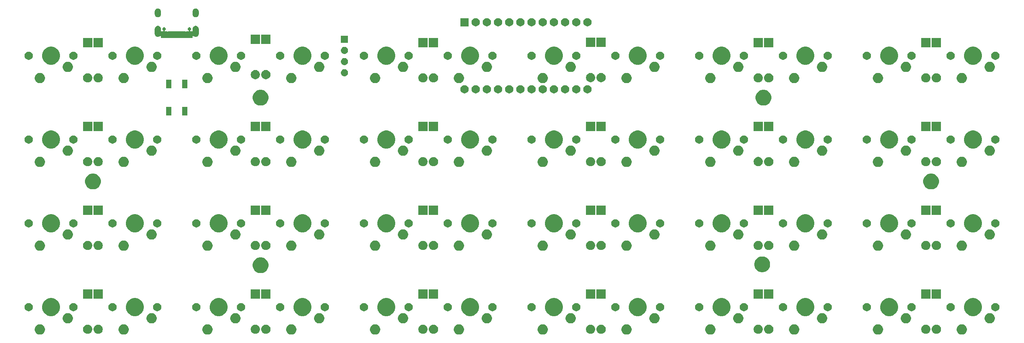
<source format=gbr>
G04 #@! TF.GenerationSoftware,KiCad,Pcbnew,(5.1.2-1)-1*
G04 #@! TF.CreationDate,2019-11-27T15:24:53-06:00*
G04 #@! TF.ProjectId,therick_THT,74686572-6963-46b5-9f54-48542e6b6963,rev?*
G04 #@! TF.SameCoordinates,Original*
G04 #@! TF.FileFunction,Soldermask,Bot*
G04 #@! TF.FilePolarity,Negative*
%FSLAX46Y46*%
G04 Gerber Fmt 4.6, Leading zero omitted, Abs format (unit mm)*
G04 Created by KiCad (PCBNEW (5.1.2-1)-1) date 2019-11-27 15:24:53*
%MOMM*%
%LPD*%
G04 APERTURE LIST*
%ADD10C,0.100000*%
G04 APERTURE END LIST*
D10*
G36*
X262764060Y-105519064D02*
G01*
X262915527Y-105549193D01*
X263129545Y-105637842D01*
X263129546Y-105637843D01*
X263322154Y-105766539D01*
X263485961Y-105930346D01*
X263506628Y-105961277D01*
X263614658Y-106122955D01*
X263703307Y-106336973D01*
X263748500Y-106564174D01*
X263748500Y-106795826D01*
X263703307Y-107023027D01*
X263614658Y-107237045D01*
X263614657Y-107237046D01*
X263485961Y-107429654D01*
X263322154Y-107593461D01*
X263247877Y-107643091D01*
X263129545Y-107722158D01*
X262915527Y-107810807D01*
X262764060Y-107840936D01*
X262688327Y-107856000D01*
X262456673Y-107856000D01*
X262380940Y-107840936D01*
X262229473Y-107810807D01*
X262015455Y-107722158D01*
X261897123Y-107643091D01*
X261822846Y-107593461D01*
X261659039Y-107429654D01*
X261530343Y-107237046D01*
X261530342Y-107237045D01*
X261441693Y-107023027D01*
X261396500Y-106795826D01*
X261396500Y-106564174D01*
X261441693Y-106336973D01*
X261530342Y-106122955D01*
X261638372Y-105961277D01*
X261659039Y-105930346D01*
X261822846Y-105766539D01*
X262015454Y-105637843D01*
X262015455Y-105637842D01*
X262229473Y-105549193D01*
X262380940Y-105519064D01*
X262456673Y-105504000D01*
X262688327Y-105504000D01*
X262764060Y-105519064D01*
X262764060Y-105519064D01*
G37*
G36*
X243714060Y-105519064D02*
G01*
X243865527Y-105549193D01*
X244079545Y-105637842D01*
X244079546Y-105637843D01*
X244272154Y-105766539D01*
X244435961Y-105930346D01*
X244456628Y-105961277D01*
X244564658Y-106122955D01*
X244653307Y-106336973D01*
X244698500Y-106564174D01*
X244698500Y-106795826D01*
X244653307Y-107023027D01*
X244564658Y-107237045D01*
X244564657Y-107237046D01*
X244435961Y-107429654D01*
X244272154Y-107593461D01*
X244197877Y-107643091D01*
X244079545Y-107722158D01*
X243865527Y-107810807D01*
X243714060Y-107840936D01*
X243638327Y-107856000D01*
X243406673Y-107856000D01*
X243330940Y-107840936D01*
X243179473Y-107810807D01*
X242965455Y-107722158D01*
X242847123Y-107643091D01*
X242772846Y-107593461D01*
X242609039Y-107429654D01*
X242480343Y-107237046D01*
X242480342Y-107237045D01*
X242391693Y-107023027D01*
X242346500Y-106795826D01*
X242346500Y-106564174D01*
X242391693Y-106336973D01*
X242480342Y-106122955D01*
X242588372Y-105961277D01*
X242609039Y-105930346D01*
X242772846Y-105766539D01*
X242965454Y-105637843D01*
X242965455Y-105637842D01*
X243179473Y-105549193D01*
X243330940Y-105519064D01*
X243406673Y-105504000D01*
X243638327Y-105504000D01*
X243714060Y-105519064D01*
X243714060Y-105519064D01*
G37*
G36*
X224664060Y-105519064D02*
G01*
X224815527Y-105549193D01*
X225029545Y-105637842D01*
X225029546Y-105637843D01*
X225222154Y-105766539D01*
X225385961Y-105930346D01*
X225406628Y-105961277D01*
X225514658Y-106122955D01*
X225603307Y-106336973D01*
X225648500Y-106564174D01*
X225648500Y-106795826D01*
X225603307Y-107023027D01*
X225514658Y-107237045D01*
X225514657Y-107237046D01*
X225385961Y-107429654D01*
X225222154Y-107593461D01*
X225147877Y-107643091D01*
X225029545Y-107722158D01*
X224815527Y-107810807D01*
X224664060Y-107840936D01*
X224588327Y-107856000D01*
X224356673Y-107856000D01*
X224280940Y-107840936D01*
X224129473Y-107810807D01*
X223915455Y-107722158D01*
X223797123Y-107643091D01*
X223722846Y-107593461D01*
X223559039Y-107429654D01*
X223430343Y-107237046D01*
X223430342Y-107237045D01*
X223341693Y-107023027D01*
X223296500Y-106795826D01*
X223296500Y-106564174D01*
X223341693Y-106336973D01*
X223430342Y-106122955D01*
X223538372Y-105961277D01*
X223559039Y-105930346D01*
X223722846Y-105766539D01*
X223915454Y-105637843D01*
X223915455Y-105637842D01*
X224129473Y-105549193D01*
X224280940Y-105519064D01*
X224356673Y-105504000D01*
X224588327Y-105504000D01*
X224664060Y-105519064D01*
X224664060Y-105519064D01*
G37*
G36*
X205614060Y-105519064D02*
G01*
X205765527Y-105549193D01*
X205979545Y-105637842D01*
X205979546Y-105637843D01*
X206172154Y-105766539D01*
X206335961Y-105930346D01*
X206356628Y-105961277D01*
X206464658Y-106122955D01*
X206553307Y-106336973D01*
X206598500Y-106564174D01*
X206598500Y-106795826D01*
X206553307Y-107023027D01*
X206464658Y-107237045D01*
X206464657Y-107237046D01*
X206335961Y-107429654D01*
X206172154Y-107593461D01*
X206097877Y-107643091D01*
X205979545Y-107722158D01*
X205765527Y-107810807D01*
X205614060Y-107840936D01*
X205538327Y-107856000D01*
X205306673Y-107856000D01*
X205230940Y-107840936D01*
X205079473Y-107810807D01*
X204865455Y-107722158D01*
X204747123Y-107643091D01*
X204672846Y-107593461D01*
X204509039Y-107429654D01*
X204380343Y-107237046D01*
X204380342Y-107237045D01*
X204291693Y-107023027D01*
X204246500Y-106795826D01*
X204246500Y-106564174D01*
X204291693Y-106336973D01*
X204380342Y-106122955D01*
X204488372Y-105961277D01*
X204509039Y-105930346D01*
X204672846Y-105766539D01*
X204865454Y-105637843D01*
X204865455Y-105637842D01*
X205079473Y-105549193D01*
X205230940Y-105519064D01*
X205306673Y-105504000D01*
X205538327Y-105504000D01*
X205614060Y-105519064D01*
X205614060Y-105519064D01*
G37*
G36*
X186564060Y-105519064D02*
G01*
X186715527Y-105549193D01*
X186929545Y-105637842D01*
X186929546Y-105637843D01*
X187122154Y-105766539D01*
X187285961Y-105930346D01*
X187306628Y-105961277D01*
X187414658Y-106122955D01*
X187503307Y-106336973D01*
X187548500Y-106564174D01*
X187548500Y-106795826D01*
X187503307Y-107023027D01*
X187414658Y-107237045D01*
X187414657Y-107237046D01*
X187285961Y-107429654D01*
X187122154Y-107593461D01*
X187047877Y-107643091D01*
X186929545Y-107722158D01*
X186715527Y-107810807D01*
X186564060Y-107840936D01*
X186488327Y-107856000D01*
X186256673Y-107856000D01*
X186180940Y-107840936D01*
X186029473Y-107810807D01*
X185815455Y-107722158D01*
X185697123Y-107643091D01*
X185622846Y-107593461D01*
X185459039Y-107429654D01*
X185330343Y-107237046D01*
X185330342Y-107237045D01*
X185241693Y-107023027D01*
X185196500Y-106795826D01*
X185196500Y-106564174D01*
X185241693Y-106336973D01*
X185330342Y-106122955D01*
X185438372Y-105961277D01*
X185459039Y-105930346D01*
X185622846Y-105766539D01*
X185815454Y-105637843D01*
X185815455Y-105637842D01*
X186029473Y-105549193D01*
X186180940Y-105519064D01*
X186256673Y-105504000D01*
X186488327Y-105504000D01*
X186564060Y-105519064D01*
X186564060Y-105519064D01*
G37*
G36*
X167514060Y-105519064D02*
G01*
X167665527Y-105549193D01*
X167879545Y-105637842D01*
X167879546Y-105637843D01*
X168072154Y-105766539D01*
X168235961Y-105930346D01*
X168256628Y-105961277D01*
X168364658Y-106122955D01*
X168453307Y-106336973D01*
X168498500Y-106564174D01*
X168498500Y-106795826D01*
X168453307Y-107023027D01*
X168364658Y-107237045D01*
X168364657Y-107237046D01*
X168235961Y-107429654D01*
X168072154Y-107593461D01*
X167997877Y-107643091D01*
X167879545Y-107722158D01*
X167665527Y-107810807D01*
X167514060Y-107840936D01*
X167438327Y-107856000D01*
X167206673Y-107856000D01*
X167130940Y-107840936D01*
X166979473Y-107810807D01*
X166765455Y-107722158D01*
X166647123Y-107643091D01*
X166572846Y-107593461D01*
X166409039Y-107429654D01*
X166280343Y-107237046D01*
X166280342Y-107237045D01*
X166191693Y-107023027D01*
X166146500Y-106795826D01*
X166146500Y-106564174D01*
X166191693Y-106336973D01*
X166280342Y-106122955D01*
X166388372Y-105961277D01*
X166409039Y-105930346D01*
X166572846Y-105766539D01*
X166765454Y-105637843D01*
X166765455Y-105637842D01*
X166979473Y-105549193D01*
X167130940Y-105519064D01*
X167206673Y-105504000D01*
X167438327Y-105504000D01*
X167514060Y-105519064D01*
X167514060Y-105519064D01*
G37*
G36*
X148464060Y-105519064D02*
G01*
X148615527Y-105549193D01*
X148829545Y-105637842D01*
X148829546Y-105637843D01*
X149022154Y-105766539D01*
X149185961Y-105930346D01*
X149206628Y-105961277D01*
X149314658Y-106122955D01*
X149403307Y-106336973D01*
X149448500Y-106564174D01*
X149448500Y-106795826D01*
X149403307Y-107023027D01*
X149314658Y-107237045D01*
X149314657Y-107237046D01*
X149185961Y-107429654D01*
X149022154Y-107593461D01*
X148947877Y-107643091D01*
X148829545Y-107722158D01*
X148615527Y-107810807D01*
X148464060Y-107840936D01*
X148388327Y-107856000D01*
X148156673Y-107856000D01*
X148080940Y-107840936D01*
X147929473Y-107810807D01*
X147715455Y-107722158D01*
X147597123Y-107643091D01*
X147522846Y-107593461D01*
X147359039Y-107429654D01*
X147230343Y-107237046D01*
X147230342Y-107237045D01*
X147141693Y-107023027D01*
X147096500Y-106795826D01*
X147096500Y-106564174D01*
X147141693Y-106336973D01*
X147230342Y-106122955D01*
X147338372Y-105961277D01*
X147359039Y-105930346D01*
X147522846Y-105766539D01*
X147715454Y-105637843D01*
X147715455Y-105637842D01*
X147929473Y-105549193D01*
X148080940Y-105519064D01*
X148156673Y-105504000D01*
X148388327Y-105504000D01*
X148464060Y-105519064D01*
X148464060Y-105519064D01*
G37*
G36*
X129414060Y-105519064D02*
G01*
X129565527Y-105549193D01*
X129779545Y-105637842D01*
X129779546Y-105637843D01*
X129972154Y-105766539D01*
X130135961Y-105930346D01*
X130156628Y-105961277D01*
X130264658Y-106122955D01*
X130353307Y-106336973D01*
X130398500Y-106564174D01*
X130398500Y-106795826D01*
X130353307Y-107023027D01*
X130264658Y-107237045D01*
X130264657Y-107237046D01*
X130135961Y-107429654D01*
X129972154Y-107593461D01*
X129897877Y-107643091D01*
X129779545Y-107722158D01*
X129565527Y-107810807D01*
X129414060Y-107840936D01*
X129338327Y-107856000D01*
X129106673Y-107856000D01*
X129030940Y-107840936D01*
X128879473Y-107810807D01*
X128665455Y-107722158D01*
X128547123Y-107643091D01*
X128472846Y-107593461D01*
X128309039Y-107429654D01*
X128180343Y-107237046D01*
X128180342Y-107237045D01*
X128091693Y-107023027D01*
X128046500Y-106795826D01*
X128046500Y-106564174D01*
X128091693Y-106336973D01*
X128180342Y-106122955D01*
X128288372Y-105961277D01*
X128309039Y-105930346D01*
X128472846Y-105766539D01*
X128665454Y-105637843D01*
X128665455Y-105637842D01*
X128879473Y-105549193D01*
X129030940Y-105519064D01*
X129106673Y-105504000D01*
X129338327Y-105504000D01*
X129414060Y-105519064D01*
X129414060Y-105519064D01*
G37*
G36*
X110364060Y-105519064D02*
G01*
X110515527Y-105549193D01*
X110729545Y-105637842D01*
X110729546Y-105637843D01*
X110922154Y-105766539D01*
X111085961Y-105930346D01*
X111106628Y-105961277D01*
X111214658Y-106122955D01*
X111303307Y-106336973D01*
X111348500Y-106564174D01*
X111348500Y-106795826D01*
X111303307Y-107023027D01*
X111214658Y-107237045D01*
X111214657Y-107237046D01*
X111085961Y-107429654D01*
X110922154Y-107593461D01*
X110847877Y-107643091D01*
X110729545Y-107722158D01*
X110515527Y-107810807D01*
X110364060Y-107840936D01*
X110288327Y-107856000D01*
X110056673Y-107856000D01*
X109980940Y-107840936D01*
X109829473Y-107810807D01*
X109615455Y-107722158D01*
X109497123Y-107643091D01*
X109422846Y-107593461D01*
X109259039Y-107429654D01*
X109130343Y-107237046D01*
X109130342Y-107237045D01*
X109041693Y-107023027D01*
X108996500Y-106795826D01*
X108996500Y-106564174D01*
X109041693Y-106336973D01*
X109130342Y-106122955D01*
X109238372Y-105961277D01*
X109259039Y-105930346D01*
X109422846Y-105766539D01*
X109615454Y-105637843D01*
X109615455Y-105637842D01*
X109829473Y-105549193D01*
X109980940Y-105519064D01*
X110056673Y-105504000D01*
X110288327Y-105504000D01*
X110364060Y-105519064D01*
X110364060Y-105519064D01*
G37*
G36*
X91314060Y-105519064D02*
G01*
X91465527Y-105549193D01*
X91679545Y-105637842D01*
X91679546Y-105637843D01*
X91872154Y-105766539D01*
X92035961Y-105930346D01*
X92056628Y-105961277D01*
X92164658Y-106122955D01*
X92253307Y-106336973D01*
X92298500Y-106564174D01*
X92298500Y-106795826D01*
X92253307Y-107023027D01*
X92164658Y-107237045D01*
X92164657Y-107237046D01*
X92035961Y-107429654D01*
X91872154Y-107593461D01*
X91797877Y-107643091D01*
X91679545Y-107722158D01*
X91465527Y-107810807D01*
X91314060Y-107840936D01*
X91238327Y-107856000D01*
X91006673Y-107856000D01*
X90930940Y-107840936D01*
X90779473Y-107810807D01*
X90565455Y-107722158D01*
X90447123Y-107643091D01*
X90372846Y-107593461D01*
X90209039Y-107429654D01*
X90080343Y-107237046D01*
X90080342Y-107237045D01*
X89991693Y-107023027D01*
X89946500Y-106795826D01*
X89946500Y-106564174D01*
X89991693Y-106336973D01*
X90080342Y-106122955D01*
X90188372Y-105961277D01*
X90209039Y-105930346D01*
X90372846Y-105766539D01*
X90565454Y-105637843D01*
X90565455Y-105637842D01*
X90779473Y-105549193D01*
X90930940Y-105519064D01*
X91006673Y-105504000D01*
X91238327Y-105504000D01*
X91314060Y-105519064D01*
X91314060Y-105519064D01*
G37*
G36*
X72264060Y-105519064D02*
G01*
X72415527Y-105549193D01*
X72629545Y-105637842D01*
X72629546Y-105637843D01*
X72822154Y-105766539D01*
X72985961Y-105930346D01*
X73006628Y-105961277D01*
X73114658Y-106122955D01*
X73203307Y-106336973D01*
X73248500Y-106564174D01*
X73248500Y-106795826D01*
X73203307Y-107023027D01*
X73114658Y-107237045D01*
X73114657Y-107237046D01*
X72985961Y-107429654D01*
X72822154Y-107593461D01*
X72747877Y-107643091D01*
X72629545Y-107722158D01*
X72415527Y-107810807D01*
X72264060Y-107840936D01*
X72188327Y-107856000D01*
X71956673Y-107856000D01*
X71880940Y-107840936D01*
X71729473Y-107810807D01*
X71515455Y-107722158D01*
X71397123Y-107643091D01*
X71322846Y-107593461D01*
X71159039Y-107429654D01*
X71030343Y-107237046D01*
X71030342Y-107237045D01*
X70941693Y-107023027D01*
X70896500Y-106795826D01*
X70896500Y-106564174D01*
X70941693Y-106336973D01*
X71030342Y-106122955D01*
X71138372Y-105961277D01*
X71159039Y-105930346D01*
X71322846Y-105766539D01*
X71515454Y-105637843D01*
X71515455Y-105637842D01*
X71729473Y-105549193D01*
X71880940Y-105519064D01*
X71956673Y-105504000D01*
X72188327Y-105504000D01*
X72264060Y-105519064D01*
X72264060Y-105519064D01*
G37*
G36*
X53214060Y-105519064D02*
G01*
X53365527Y-105549193D01*
X53579545Y-105637842D01*
X53579546Y-105637843D01*
X53772154Y-105766539D01*
X53935961Y-105930346D01*
X53956628Y-105961277D01*
X54064658Y-106122955D01*
X54153307Y-106336973D01*
X54198500Y-106564174D01*
X54198500Y-106795826D01*
X54153307Y-107023027D01*
X54064658Y-107237045D01*
X54064657Y-107237046D01*
X53935961Y-107429654D01*
X53772154Y-107593461D01*
X53697877Y-107643091D01*
X53579545Y-107722158D01*
X53365527Y-107810807D01*
X53214060Y-107840936D01*
X53138327Y-107856000D01*
X52906673Y-107856000D01*
X52830940Y-107840936D01*
X52679473Y-107810807D01*
X52465455Y-107722158D01*
X52347123Y-107643091D01*
X52272846Y-107593461D01*
X52109039Y-107429654D01*
X51980343Y-107237046D01*
X51980342Y-107237045D01*
X51891693Y-107023027D01*
X51846500Y-106795826D01*
X51846500Y-106564174D01*
X51891693Y-106336973D01*
X51980342Y-106122955D01*
X52088372Y-105961277D01*
X52109039Y-105930346D01*
X52272846Y-105766539D01*
X52465454Y-105637843D01*
X52465455Y-105637842D01*
X52679473Y-105549193D01*
X52830940Y-105519064D01*
X52906673Y-105504000D01*
X53138327Y-105504000D01*
X53214060Y-105519064D01*
X53214060Y-105519064D01*
G37*
G36*
X178505684Y-105621869D02*
G01*
X178696953Y-105701095D01*
X178696955Y-105701096D01*
X178794897Y-105766539D01*
X178869093Y-105816115D01*
X179015485Y-105962507D01*
X179130505Y-106134647D01*
X179209731Y-106325916D01*
X179250120Y-106528964D01*
X179250120Y-106735996D01*
X179209731Y-106939044D01*
X179130505Y-107130313D01*
X179130504Y-107130315D01*
X179015485Y-107302453D01*
X178869093Y-107448845D01*
X178696955Y-107563864D01*
X178696954Y-107563865D01*
X178696953Y-107563865D01*
X178505684Y-107643091D01*
X178302636Y-107683480D01*
X178095604Y-107683480D01*
X177892556Y-107643091D01*
X177701287Y-107563865D01*
X177701286Y-107563865D01*
X177701285Y-107563864D01*
X177529147Y-107448845D01*
X177382755Y-107302453D01*
X177267736Y-107130315D01*
X177267735Y-107130313D01*
X177188509Y-106939044D01*
X177148120Y-106735996D01*
X177148120Y-106528964D01*
X177188509Y-106325916D01*
X177267735Y-106134647D01*
X177382755Y-105962507D01*
X177529147Y-105816115D01*
X177603343Y-105766539D01*
X177701285Y-105701096D01*
X177701287Y-105701095D01*
X177892556Y-105621869D01*
X178095604Y-105581480D01*
X178302636Y-105581480D01*
X178505684Y-105621869D01*
X178505684Y-105621869D01*
G37*
G36*
X64204244Y-105621869D02*
G01*
X64395513Y-105701095D01*
X64395515Y-105701096D01*
X64493457Y-105766539D01*
X64567653Y-105816115D01*
X64714045Y-105962507D01*
X64829065Y-106134647D01*
X64908291Y-106325916D01*
X64948680Y-106528964D01*
X64948680Y-106735996D01*
X64908291Y-106939044D01*
X64829065Y-107130313D01*
X64829064Y-107130315D01*
X64714045Y-107302453D01*
X64567653Y-107448845D01*
X64395515Y-107563864D01*
X64395514Y-107563865D01*
X64395513Y-107563865D01*
X64204244Y-107643091D01*
X64001196Y-107683480D01*
X63794164Y-107683480D01*
X63591116Y-107643091D01*
X63399847Y-107563865D01*
X63399846Y-107563865D01*
X63399845Y-107563864D01*
X63227707Y-107448845D01*
X63081315Y-107302453D01*
X62966296Y-107130315D01*
X62966295Y-107130313D01*
X62887069Y-106939044D01*
X62846680Y-106735996D01*
X62846680Y-106528964D01*
X62887069Y-106325916D01*
X62966295Y-106134647D01*
X63081315Y-105962507D01*
X63227707Y-105816115D01*
X63301903Y-105766539D01*
X63399845Y-105701096D01*
X63399847Y-105701095D01*
X63591116Y-105621869D01*
X63794164Y-105581480D01*
X64001196Y-105581480D01*
X64204244Y-105621869D01*
X64204244Y-105621869D01*
G37*
G36*
X66585524Y-105621869D02*
G01*
X66776793Y-105701095D01*
X66776795Y-105701096D01*
X66874737Y-105766539D01*
X66948933Y-105816115D01*
X67095325Y-105962507D01*
X67210345Y-106134647D01*
X67289571Y-106325916D01*
X67329960Y-106528964D01*
X67329960Y-106735996D01*
X67289571Y-106939044D01*
X67210345Y-107130313D01*
X67210344Y-107130315D01*
X67095325Y-107302453D01*
X66948933Y-107448845D01*
X66776795Y-107563864D01*
X66776794Y-107563865D01*
X66776793Y-107563865D01*
X66585524Y-107643091D01*
X66382476Y-107683480D01*
X66175444Y-107683480D01*
X65972396Y-107643091D01*
X65781127Y-107563865D01*
X65781126Y-107563865D01*
X65781125Y-107563864D01*
X65608987Y-107448845D01*
X65462595Y-107302453D01*
X65347576Y-107130315D01*
X65347575Y-107130313D01*
X65268349Y-106939044D01*
X65227960Y-106735996D01*
X65227960Y-106528964D01*
X65268349Y-106325916D01*
X65347575Y-106134647D01*
X65462595Y-105962507D01*
X65608987Y-105816115D01*
X65683183Y-105766539D01*
X65781125Y-105701096D01*
X65781127Y-105701095D01*
X65972396Y-105621869D01*
X66175444Y-105581480D01*
X66382476Y-105581480D01*
X66585524Y-105621869D01*
X66585524Y-105621869D01*
G37*
G36*
X102304724Y-105621869D02*
G01*
X102495993Y-105701095D01*
X102495995Y-105701096D01*
X102593937Y-105766539D01*
X102668133Y-105816115D01*
X102814525Y-105962507D01*
X102929545Y-106134647D01*
X103008771Y-106325916D01*
X103049160Y-106528964D01*
X103049160Y-106735996D01*
X103008771Y-106939044D01*
X102929545Y-107130313D01*
X102929544Y-107130315D01*
X102814525Y-107302453D01*
X102668133Y-107448845D01*
X102495995Y-107563864D01*
X102495994Y-107563865D01*
X102495993Y-107563865D01*
X102304724Y-107643091D01*
X102101676Y-107683480D01*
X101894644Y-107683480D01*
X101691596Y-107643091D01*
X101500327Y-107563865D01*
X101500326Y-107563865D01*
X101500325Y-107563864D01*
X101328187Y-107448845D01*
X101181795Y-107302453D01*
X101066776Y-107130315D01*
X101066775Y-107130313D01*
X100987549Y-106939044D01*
X100947160Y-106735996D01*
X100947160Y-106528964D01*
X100987549Y-106325916D01*
X101066775Y-106134647D01*
X101181795Y-105962507D01*
X101328187Y-105816115D01*
X101402383Y-105766539D01*
X101500325Y-105701096D01*
X101500327Y-105701095D01*
X101691596Y-105621869D01*
X101894644Y-105581480D01*
X102101676Y-105581480D01*
X102304724Y-105621869D01*
X102304724Y-105621869D01*
G37*
G36*
X104686004Y-105621869D02*
G01*
X104877273Y-105701095D01*
X104877275Y-105701096D01*
X104975217Y-105766539D01*
X105049413Y-105816115D01*
X105195805Y-105962507D01*
X105310825Y-106134647D01*
X105390051Y-106325916D01*
X105430440Y-106528964D01*
X105430440Y-106735996D01*
X105390051Y-106939044D01*
X105310825Y-107130313D01*
X105310824Y-107130315D01*
X105195805Y-107302453D01*
X105049413Y-107448845D01*
X104877275Y-107563864D01*
X104877274Y-107563865D01*
X104877273Y-107563865D01*
X104686004Y-107643091D01*
X104482956Y-107683480D01*
X104275924Y-107683480D01*
X104072876Y-107643091D01*
X103881607Y-107563865D01*
X103881606Y-107563865D01*
X103881605Y-107563864D01*
X103709467Y-107448845D01*
X103563075Y-107302453D01*
X103448056Y-107130315D01*
X103448055Y-107130313D01*
X103368829Y-106939044D01*
X103328440Y-106735996D01*
X103328440Y-106528964D01*
X103368829Y-106325916D01*
X103448055Y-106134647D01*
X103563075Y-105962507D01*
X103709467Y-105816115D01*
X103783663Y-105766539D01*
X103881605Y-105701096D01*
X103881607Y-105701095D01*
X104072876Y-105621869D01*
X104275924Y-105581480D01*
X104482956Y-105581480D01*
X104686004Y-105621869D01*
X104686004Y-105621869D01*
G37*
G36*
X140405204Y-105621869D02*
G01*
X140596473Y-105701095D01*
X140596475Y-105701096D01*
X140694417Y-105766539D01*
X140768613Y-105816115D01*
X140915005Y-105962507D01*
X141030025Y-106134647D01*
X141109251Y-106325916D01*
X141149640Y-106528964D01*
X141149640Y-106735996D01*
X141109251Y-106939044D01*
X141030025Y-107130313D01*
X141030024Y-107130315D01*
X140915005Y-107302453D01*
X140768613Y-107448845D01*
X140596475Y-107563864D01*
X140596474Y-107563865D01*
X140596473Y-107563865D01*
X140405204Y-107643091D01*
X140202156Y-107683480D01*
X139995124Y-107683480D01*
X139792076Y-107643091D01*
X139600807Y-107563865D01*
X139600806Y-107563865D01*
X139600805Y-107563864D01*
X139428667Y-107448845D01*
X139282275Y-107302453D01*
X139167256Y-107130315D01*
X139167255Y-107130313D01*
X139088029Y-106939044D01*
X139047640Y-106735996D01*
X139047640Y-106528964D01*
X139088029Y-106325916D01*
X139167255Y-106134647D01*
X139282275Y-105962507D01*
X139428667Y-105816115D01*
X139502863Y-105766539D01*
X139600805Y-105701096D01*
X139600807Y-105701095D01*
X139792076Y-105621869D01*
X139995124Y-105581480D01*
X140202156Y-105581480D01*
X140405204Y-105621869D01*
X140405204Y-105621869D01*
G37*
G36*
X142786484Y-105621869D02*
G01*
X142977753Y-105701095D01*
X142977755Y-105701096D01*
X143075697Y-105766539D01*
X143149893Y-105816115D01*
X143296285Y-105962507D01*
X143411305Y-106134647D01*
X143490531Y-106325916D01*
X143530920Y-106528964D01*
X143530920Y-106735996D01*
X143490531Y-106939044D01*
X143411305Y-107130313D01*
X143411304Y-107130315D01*
X143296285Y-107302453D01*
X143149893Y-107448845D01*
X142977755Y-107563864D01*
X142977754Y-107563865D01*
X142977753Y-107563865D01*
X142786484Y-107643091D01*
X142583436Y-107683480D01*
X142376404Y-107683480D01*
X142173356Y-107643091D01*
X141982087Y-107563865D01*
X141982086Y-107563865D01*
X141982085Y-107563864D01*
X141809947Y-107448845D01*
X141663555Y-107302453D01*
X141548536Y-107130315D01*
X141548535Y-107130313D01*
X141469309Y-106939044D01*
X141428920Y-106735996D01*
X141428920Y-106528964D01*
X141469309Y-106325916D01*
X141548535Y-106134647D01*
X141663555Y-105962507D01*
X141809947Y-105816115D01*
X141884143Y-105766539D01*
X141982085Y-105701096D01*
X141982087Y-105701095D01*
X142173356Y-105621869D01*
X142376404Y-105581480D01*
X142583436Y-105581480D01*
X142786484Y-105621869D01*
X142786484Y-105621869D01*
G37*
G36*
X180886964Y-105621869D02*
G01*
X181078233Y-105701095D01*
X181078235Y-105701096D01*
X181176177Y-105766539D01*
X181250373Y-105816115D01*
X181396765Y-105962507D01*
X181511785Y-106134647D01*
X181591011Y-106325916D01*
X181631400Y-106528964D01*
X181631400Y-106735996D01*
X181591011Y-106939044D01*
X181511785Y-107130313D01*
X181511784Y-107130315D01*
X181396765Y-107302453D01*
X181250373Y-107448845D01*
X181078235Y-107563864D01*
X181078234Y-107563865D01*
X181078233Y-107563865D01*
X180886964Y-107643091D01*
X180683916Y-107683480D01*
X180476884Y-107683480D01*
X180273836Y-107643091D01*
X180082567Y-107563865D01*
X180082566Y-107563865D01*
X180082565Y-107563864D01*
X179910427Y-107448845D01*
X179764035Y-107302453D01*
X179649016Y-107130315D01*
X179649015Y-107130313D01*
X179569789Y-106939044D01*
X179529400Y-106735996D01*
X179529400Y-106528964D01*
X179569789Y-106325916D01*
X179649015Y-106134647D01*
X179764035Y-105962507D01*
X179910427Y-105816115D01*
X179984623Y-105766539D01*
X180082565Y-105701096D01*
X180082567Y-105701095D01*
X180273836Y-105621869D01*
X180476884Y-105581480D01*
X180683916Y-105581480D01*
X180886964Y-105621869D01*
X180886964Y-105621869D01*
G37*
G36*
X254706644Y-105621869D02*
G01*
X254897913Y-105701095D01*
X254897915Y-105701096D01*
X254995857Y-105766539D01*
X255070053Y-105816115D01*
X255216445Y-105962507D01*
X255331465Y-106134647D01*
X255410691Y-106325916D01*
X255451080Y-106528964D01*
X255451080Y-106735996D01*
X255410691Y-106939044D01*
X255331465Y-107130313D01*
X255331464Y-107130315D01*
X255216445Y-107302453D01*
X255070053Y-107448845D01*
X254897915Y-107563864D01*
X254897914Y-107563865D01*
X254897913Y-107563865D01*
X254706644Y-107643091D01*
X254503596Y-107683480D01*
X254296564Y-107683480D01*
X254093516Y-107643091D01*
X253902247Y-107563865D01*
X253902246Y-107563865D01*
X253902245Y-107563864D01*
X253730107Y-107448845D01*
X253583715Y-107302453D01*
X253468696Y-107130315D01*
X253468695Y-107130313D01*
X253389469Y-106939044D01*
X253349080Y-106735996D01*
X253349080Y-106528964D01*
X253389469Y-106325916D01*
X253468695Y-106134647D01*
X253583715Y-105962507D01*
X253730107Y-105816115D01*
X253804303Y-105766539D01*
X253902245Y-105701096D01*
X253902247Y-105701095D01*
X254093516Y-105621869D01*
X254296564Y-105581480D01*
X254503596Y-105581480D01*
X254706644Y-105621869D01*
X254706644Y-105621869D01*
G37*
G36*
X257087924Y-105621869D02*
G01*
X257279193Y-105701095D01*
X257279195Y-105701096D01*
X257377137Y-105766539D01*
X257451333Y-105816115D01*
X257597725Y-105962507D01*
X257712745Y-106134647D01*
X257791971Y-106325916D01*
X257832360Y-106528964D01*
X257832360Y-106735996D01*
X257791971Y-106939044D01*
X257712745Y-107130313D01*
X257712744Y-107130315D01*
X257597725Y-107302453D01*
X257451333Y-107448845D01*
X257279195Y-107563864D01*
X257279194Y-107563865D01*
X257279193Y-107563865D01*
X257087924Y-107643091D01*
X256884876Y-107683480D01*
X256677844Y-107683480D01*
X256474796Y-107643091D01*
X256283527Y-107563865D01*
X256283526Y-107563865D01*
X256283525Y-107563864D01*
X256111387Y-107448845D01*
X255964995Y-107302453D01*
X255849976Y-107130315D01*
X255849975Y-107130313D01*
X255770749Y-106939044D01*
X255730360Y-106735996D01*
X255730360Y-106528964D01*
X255770749Y-106325916D01*
X255849975Y-106134647D01*
X255964995Y-105962507D01*
X256111387Y-105816115D01*
X256185583Y-105766539D01*
X256283525Y-105701096D01*
X256283527Y-105701095D01*
X256474796Y-105621869D01*
X256677844Y-105581480D01*
X256884876Y-105581480D01*
X257087924Y-105621869D01*
X257087924Y-105621869D01*
G37*
G36*
X216606164Y-105620639D02*
G01*
X216797433Y-105699865D01*
X216797435Y-105699866D01*
X216897218Y-105766539D01*
X216969573Y-105814885D01*
X217115965Y-105961277D01*
X217230985Y-106133417D01*
X217310211Y-106324686D01*
X217350600Y-106527734D01*
X217350600Y-106734766D01*
X217310211Y-106937814D01*
X217230985Y-107129083D01*
X217230984Y-107129085D01*
X217115965Y-107301223D01*
X216969573Y-107447615D01*
X216797435Y-107562634D01*
X216797434Y-107562635D01*
X216797433Y-107562635D01*
X216606164Y-107641861D01*
X216403116Y-107682250D01*
X216196084Y-107682250D01*
X215993036Y-107641861D01*
X215801767Y-107562635D01*
X215801766Y-107562635D01*
X215801765Y-107562634D01*
X215629627Y-107447615D01*
X215483235Y-107301223D01*
X215368216Y-107129085D01*
X215368215Y-107129083D01*
X215288989Y-106937814D01*
X215248600Y-106734766D01*
X215248600Y-106527734D01*
X215288989Y-106324686D01*
X215368215Y-106133417D01*
X215483235Y-105961277D01*
X215629627Y-105814885D01*
X215701982Y-105766539D01*
X215801765Y-105699866D01*
X215801767Y-105699865D01*
X215993036Y-105620639D01*
X216196084Y-105580250D01*
X216403116Y-105580250D01*
X216606164Y-105620639D01*
X216606164Y-105620639D01*
G37*
G36*
X218987444Y-105620639D02*
G01*
X219178713Y-105699865D01*
X219178715Y-105699866D01*
X219278498Y-105766539D01*
X219350853Y-105814885D01*
X219497245Y-105961277D01*
X219612265Y-106133417D01*
X219691491Y-106324686D01*
X219731880Y-106527734D01*
X219731880Y-106734766D01*
X219691491Y-106937814D01*
X219612265Y-107129083D01*
X219612264Y-107129085D01*
X219497245Y-107301223D01*
X219350853Y-107447615D01*
X219178715Y-107562634D01*
X219178714Y-107562635D01*
X219178713Y-107562635D01*
X218987444Y-107641861D01*
X218784396Y-107682250D01*
X218577364Y-107682250D01*
X218374316Y-107641861D01*
X218183047Y-107562635D01*
X218183046Y-107562635D01*
X218183045Y-107562634D01*
X218010907Y-107447615D01*
X217864515Y-107301223D01*
X217749496Y-107129085D01*
X217749495Y-107129083D01*
X217670269Y-106937814D01*
X217629880Y-106734766D01*
X217629880Y-106527734D01*
X217670269Y-106324686D01*
X217749495Y-106133417D01*
X217864515Y-105961277D01*
X218010907Y-105814885D01*
X218083262Y-105766539D01*
X218183045Y-105699866D01*
X218183047Y-105699865D01*
X218374316Y-105620639D01*
X218577364Y-105580250D01*
X218784396Y-105580250D01*
X218987444Y-105620639D01*
X218987444Y-105620639D01*
G37*
G36*
X269114060Y-102979064D02*
G01*
X269265527Y-103009193D01*
X269479545Y-103097842D01*
X269479546Y-103097843D01*
X269672154Y-103226539D01*
X269835961Y-103390346D01*
X269850541Y-103412167D01*
X269964658Y-103582955D01*
X270053307Y-103796973D01*
X270098500Y-104024174D01*
X270098500Y-104255826D01*
X270053307Y-104483027D01*
X269964658Y-104697045D01*
X269964657Y-104697046D01*
X269835961Y-104889654D01*
X269672154Y-105053461D01*
X269543749Y-105139258D01*
X269479545Y-105182158D01*
X269265527Y-105270807D01*
X269114060Y-105300936D01*
X269038327Y-105316000D01*
X268806673Y-105316000D01*
X268730940Y-105300936D01*
X268579473Y-105270807D01*
X268365455Y-105182158D01*
X268301251Y-105139258D01*
X268172846Y-105053461D01*
X268009039Y-104889654D01*
X267880343Y-104697046D01*
X267880342Y-104697045D01*
X267791693Y-104483027D01*
X267746500Y-104255826D01*
X267746500Y-104024174D01*
X267791693Y-103796973D01*
X267880342Y-103582955D01*
X267994459Y-103412167D01*
X268009039Y-103390346D01*
X268172846Y-103226539D01*
X268365454Y-103097843D01*
X268365455Y-103097842D01*
X268579473Y-103009193D01*
X268730940Y-102979064D01*
X268806673Y-102964000D01*
X269038327Y-102964000D01*
X269114060Y-102979064D01*
X269114060Y-102979064D01*
G37*
G36*
X116714060Y-102979064D02*
G01*
X116865527Y-103009193D01*
X117079545Y-103097842D01*
X117079546Y-103097843D01*
X117272154Y-103226539D01*
X117435961Y-103390346D01*
X117450541Y-103412167D01*
X117564658Y-103582955D01*
X117653307Y-103796973D01*
X117698500Y-104024174D01*
X117698500Y-104255826D01*
X117653307Y-104483027D01*
X117564658Y-104697045D01*
X117564657Y-104697046D01*
X117435961Y-104889654D01*
X117272154Y-105053461D01*
X117143749Y-105139258D01*
X117079545Y-105182158D01*
X116865527Y-105270807D01*
X116714060Y-105300936D01*
X116638327Y-105316000D01*
X116406673Y-105316000D01*
X116330940Y-105300936D01*
X116179473Y-105270807D01*
X115965455Y-105182158D01*
X115901251Y-105139258D01*
X115772846Y-105053461D01*
X115609039Y-104889654D01*
X115480343Y-104697046D01*
X115480342Y-104697045D01*
X115391693Y-104483027D01*
X115346500Y-104255826D01*
X115346500Y-104024174D01*
X115391693Y-103796973D01*
X115480342Y-103582955D01*
X115594459Y-103412167D01*
X115609039Y-103390346D01*
X115772846Y-103226539D01*
X115965454Y-103097843D01*
X115965455Y-103097842D01*
X116179473Y-103009193D01*
X116330940Y-102979064D01*
X116406673Y-102964000D01*
X116638327Y-102964000D01*
X116714060Y-102979064D01*
X116714060Y-102979064D01*
G37*
G36*
X250064060Y-102979064D02*
G01*
X250215527Y-103009193D01*
X250429545Y-103097842D01*
X250429546Y-103097843D01*
X250622154Y-103226539D01*
X250785961Y-103390346D01*
X250800541Y-103412167D01*
X250914658Y-103582955D01*
X251003307Y-103796973D01*
X251048500Y-104024174D01*
X251048500Y-104255826D01*
X251003307Y-104483027D01*
X250914658Y-104697045D01*
X250914657Y-104697046D01*
X250785961Y-104889654D01*
X250622154Y-105053461D01*
X250493749Y-105139258D01*
X250429545Y-105182158D01*
X250215527Y-105270807D01*
X250064060Y-105300936D01*
X249988327Y-105316000D01*
X249756673Y-105316000D01*
X249680940Y-105300936D01*
X249529473Y-105270807D01*
X249315455Y-105182158D01*
X249251251Y-105139258D01*
X249122846Y-105053461D01*
X248959039Y-104889654D01*
X248830343Y-104697046D01*
X248830342Y-104697045D01*
X248741693Y-104483027D01*
X248696500Y-104255826D01*
X248696500Y-104024174D01*
X248741693Y-103796973D01*
X248830342Y-103582955D01*
X248944459Y-103412167D01*
X248959039Y-103390346D01*
X249122846Y-103226539D01*
X249315454Y-103097843D01*
X249315455Y-103097842D01*
X249529473Y-103009193D01*
X249680940Y-102979064D01*
X249756673Y-102964000D01*
X249988327Y-102964000D01*
X250064060Y-102979064D01*
X250064060Y-102979064D01*
G37*
G36*
X231014060Y-102979064D02*
G01*
X231165527Y-103009193D01*
X231379545Y-103097842D01*
X231379546Y-103097843D01*
X231572154Y-103226539D01*
X231735961Y-103390346D01*
X231750541Y-103412167D01*
X231864658Y-103582955D01*
X231953307Y-103796973D01*
X231998500Y-104024174D01*
X231998500Y-104255826D01*
X231953307Y-104483027D01*
X231864658Y-104697045D01*
X231864657Y-104697046D01*
X231735961Y-104889654D01*
X231572154Y-105053461D01*
X231443749Y-105139258D01*
X231379545Y-105182158D01*
X231165527Y-105270807D01*
X231014060Y-105300936D01*
X230938327Y-105316000D01*
X230706673Y-105316000D01*
X230630940Y-105300936D01*
X230479473Y-105270807D01*
X230265455Y-105182158D01*
X230201251Y-105139258D01*
X230072846Y-105053461D01*
X229909039Y-104889654D01*
X229780343Y-104697046D01*
X229780342Y-104697045D01*
X229691693Y-104483027D01*
X229646500Y-104255826D01*
X229646500Y-104024174D01*
X229691693Y-103796973D01*
X229780342Y-103582955D01*
X229894459Y-103412167D01*
X229909039Y-103390346D01*
X230072846Y-103226539D01*
X230265454Y-103097843D01*
X230265455Y-103097842D01*
X230479473Y-103009193D01*
X230630940Y-102979064D01*
X230706673Y-102964000D01*
X230938327Y-102964000D01*
X231014060Y-102979064D01*
X231014060Y-102979064D01*
G37*
G36*
X211964060Y-102979064D02*
G01*
X212115527Y-103009193D01*
X212329545Y-103097842D01*
X212329546Y-103097843D01*
X212522154Y-103226539D01*
X212685961Y-103390346D01*
X212700541Y-103412167D01*
X212814658Y-103582955D01*
X212903307Y-103796973D01*
X212948500Y-104024174D01*
X212948500Y-104255826D01*
X212903307Y-104483027D01*
X212814658Y-104697045D01*
X212814657Y-104697046D01*
X212685961Y-104889654D01*
X212522154Y-105053461D01*
X212393749Y-105139258D01*
X212329545Y-105182158D01*
X212115527Y-105270807D01*
X211964060Y-105300936D01*
X211888327Y-105316000D01*
X211656673Y-105316000D01*
X211580940Y-105300936D01*
X211429473Y-105270807D01*
X211215455Y-105182158D01*
X211151251Y-105139258D01*
X211022846Y-105053461D01*
X210859039Y-104889654D01*
X210730343Y-104697046D01*
X210730342Y-104697045D01*
X210641693Y-104483027D01*
X210596500Y-104255826D01*
X210596500Y-104024174D01*
X210641693Y-103796973D01*
X210730342Y-103582955D01*
X210844459Y-103412167D01*
X210859039Y-103390346D01*
X211022846Y-103226539D01*
X211215454Y-103097843D01*
X211215455Y-103097842D01*
X211429473Y-103009193D01*
X211580940Y-102979064D01*
X211656673Y-102964000D01*
X211888327Y-102964000D01*
X211964060Y-102979064D01*
X211964060Y-102979064D01*
G37*
G36*
X192914060Y-102979064D02*
G01*
X193065527Y-103009193D01*
X193279545Y-103097842D01*
X193279546Y-103097843D01*
X193472154Y-103226539D01*
X193635961Y-103390346D01*
X193650541Y-103412167D01*
X193764658Y-103582955D01*
X193853307Y-103796973D01*
X193898500Y-104024174D01*
X193898500Y-104255826D01*
X193853307Y-104483027D01*
X193764658Y-104697045D01*
X193764657Y-104697046D01*
X193635961Y-104889654D01*
X193472154Y-105053461D01*
X193343749Y-105139258D01*
X193279545Y-105182158D01*
X193065527Y-105270807D01*
X192914060Y-105300936D01*
X192838327Y-105316000D01*
X192606673Y-105316000D01*
X192530940Y-105300936D01*
X192379473Y-105270807D01*
X192165455Y-105182158D01*
X192101251Y-105139258D01*
X191972846Y-105053461D01*
X191809039Y-104889654D01*
X191680343Y-104697046D01*
X191680342Y-104697045D01*
X191591693Y-104483027D01*
X191546500Y-104255826D01*
X191546500Y-104024174D01*
X191591693Y-103796973D01*
X191680342Y-103582955D01*
X191794459Y-103412167D01*
X191809039Y-103390346D01*
X191972846Y-103226539D01*
X192165454Y-103097843D01*
X192165455Y-103097842D01*
X192379473Y-103009193D01*
X192530940Y-102979064D01*
X192606673Y-102964000D01*
X192838327Y-102964000D01*
X192914060Y-102979064D01*
X192914060Y-102979064D01*
G37*
G36*
X173864060Y-102979064D02*
G01*
X174015527Y-103009193D01*
X174229545Y-103097842D01*
X174229546Y-103097843D01*
X174422154Y-103226539D01*
X174585961Y-103390346D01*
X174600541Y-103412167D01*
X174714658Y-103582955D01*
X174803307Y-103796973D01*
X174848500Y-104024174D01*
X174848500Y-104255826D01*
X174803307Y-104483027D01*
X174714658Y-104697045D01*
X174714657Y-104697046D01*
X174585961Y-104889654D01*
X174422154Y-105053461D01*
X174293749Y-105139258D01*
X174229545Y-105182158D01*
X174015527Y-105270807D01*
X173864060Y-105300936D01*
X173788327Y-105316000D01*
X173556673Y-105316000D01*
X173480940Y-105300936D01*
X173329473Y-105270807D01*
X173115455Y-105182158D01*
X173051251Y-105139258D01*
X172922846Y-105053461D01*
X172759039Y-104889654D01*
X172630343Y-104697046D01*
X172630342Y-104697045D01*
X172541693Y-104483027D01*
X172496500Y-104255826D01*
X172496500Y-104024174D01*
X172541693Y-103796973D01*
X172630342Y-103582955D01*
X172744459Y-103412167D01*
X172759039Y-103390346D01*
X172922846Y-103226539D01*
X173115454Y-103097843D01*
X173115455Y-103097842D01*
X173329473Y-103009193D01*
X173480940Y-102979064D01*
X173556673Y-102964000D01*
X173788327Y-102964000D01*
X173864060Y-102979064D01*
X173864060Y-102979064D01*
G37*
G36*
X154814060Y-102979064D02*
G01*
X154965527Y-103009193D01*
X155179545Y-103097842D01*
X155179546Y-103097843D01*
X155372154Y-103226539D01*
X155535961Y-103390346D01*
X155550541Y-103412167D01*
X155664658Y-103582955D01*
X155753307Y-103796973D01*
X155798500Y-104024174D01*
X155798500Y-104255826D01*
X155753307Y-104483027D01*
X155664658Y-104697045D01*
X155664657Y-104697046D01*
X155535961Y-104889654D01*
X155372154Y-105053461D01*
X155243749Y-105139258D01*
X155179545Y-105182158D01*
X154965527Y-105270807D01*
X154814060Y-105300936D01*
X154738327Y-105316000D01*
X154506673Y-105316000D01*
X154430940Y-105300936D01*
X154279473Y-105270807D01*
X154065455Y-105182158D01*
X154001251Y-105139258D01*
X153872846Y-105053461D01*
X153709039Y-104889654D01*
X153580343Y-104697046D01*
X153580342Y-104697045D01*
X153491693Y-104483027D01*
X153446500Y-104255826D01*
X153446500Y-104024174D01*
X153491693Y-103796973D01*
X153580342Y-103582955D01*
X153694459Y-103412167D01*
X153709039Y-103390346D01*
X153872846Y-103226539D01*
X154065454Y-103097843D01*
X154065455Y-103097842D01*
X154279473Y-103009193D01*
X154430940Y-102979064D01*
X154506673Y-102964000D01*
X154738327Y-102964000D01*
X154814060Y-102979064D01*
X154814060Y-102979064D01*
G37*
G36*
X135764060Y-102979064D02*
G01*
X135915527Y-103009193D01*
X136129545Y-103097842D01*
X136129546Y-103097843D01*
X136322154Y-103226539D01*
X136485961Y-103390346D01*
X136500541Y-103412167D01*
X136614658Y-103582955D01*
X136703307Y-103796973D01*
X136748500Y-104024174D01*
X136748500Y-104255826D01*
X136703307Y-104483027D01*
X136614658Y-104697045D01*
X136614657Y-104697046D01*
X136485961Y-104889654D01*
X136322154Y-105053461D01*
X136193749Y-105139258D01*
X136129545Y-105182158D01*
X135915527Y-105270807D01*
X135764060Y-105300936D01*
X135688327Y-105316000D01*
X135456673Y-105316000D01*
X135380940Y-105300936D01*
X135229473Y-105270807D01*
X135015455Y-105182158D01*
X134951251Y-105139258D01*
X134822846Y-105053461D01*
X134659039Y-104889654D01*
X134530343Y-104697046D01*
X134530342Y-104697045D01*
X134441693Y-104483027D01*
X134396500Y-104255826D01*
X134396500Y-104024174D01*
X134441693Y-103796973D01*
X134530342Y-103582955D01*
X134644459Y-103412167D01*
X134659039Y-103390346D01*
X134822846Y-103226539D01*
X135015454Y-103097843D01*
X135015455Y-103097842D01*
X135229473Y-103009193D01*
X135380940Y-102979064D01*
X135456673Y-102964000D01*
X135688327Y-102964000D01*
X135764060Y-102979064D01*
X135764060Y-102979064D01*
G37*
G36*
X97664060Y-102979064D02*
G01*
X97815527Y-103009193D01*
X98029545Y-103097842D01*
X98029546Y-103097843D01*
X98222154Y-103226539D01*
X98385961Y-103390346D01*
X98400541Y-103412167D01*
X98514658Y-103582955D01*
X98603307Y-103796973D01*
X98648500Y-104024174D01*
X98648500Y-104255826D01*
X98603307Y-104483027D01*
X98514658Y-104697045D01*
X98514657Y-104697046D01*
X98385961Y-104889654D01*
X98222154Y-105053461D01*
X98093749Y-105139258D01*
X98029545Y-105182158D01*
X97815527Y-105270807D01*
X97664060Y-105300936D01*
X97588327Y-105316000D01*
X97356673Y-105316000D01*
X97280940Y-105300936D01*
X97129473Y-105270807D01*
X96915455Y-105182158D01*
X96851251Y-105139258D01*
X96722846Y-105053461D01*
X96559039Y-104889654D01*
X96430343Y-104697046D01*
X96430342Y-104697045D01*
X96341693Y-104483027D01*
X96296500Y-104255826D01*
X96296500Y-104024174D01*
X96341693Y-103796973D01*
X96430342Y-103582955D01*
X96544459Y-103412167D01*
X96559039Y-103390346D01*
X96722846Y-103226539D01*
X96915454Y-103097843D01*
X96915455Y-103097842D01*
X97129473Y-103009193D01*
X97280940Y-102979064D01*
X97356673Y-102964000D01*
X97588327Y-102964000D01*
X97664060Y-102979064D01*
X97664060Y-102979064D01*
G37*
G36*
X78614060Y-102979064D02*
G01*
X78765527Y-103009193D01*
X78979545Y-103097842D01*
X78979546Y-103097843D01*
X79172154Y-103226539D01*
X79335961Y-103390346D01*
X79350541Y-103412167D01*
X79464658Y-103582955D01*
X79553307Y-103796973D01*
X79598500Y-104024174D01*
X79598500Y-104255826D01*
X79553307Y-104483027D01*
X79464658Y-104697045D01*
X79464657Y-104697046D01*
X79335961Y-104889654D01*
X79172154Y-105053461D01*
X79043749Y-105139258D01*
X78979545Y-105182158D01*
X78765527Y-105270807D01*
X78614060Y-105300936D01*
X78538327Y-105316000D01*
X78306673Y-105316000D01*
X78230940Y-105300936D01*
X78079473Y-105270807D01*
X77865455Y-105182158D01*
X77801251Y-105139258D01*
X77672846Y-105053461D01*
X77509039Y-104889654D01*
X77380343Y-104697046D01*
X77380342Y-104697045D01*
X77291693Y-104483027D01*
X77246500Y-104255826D01*
X77246500Y-104024174D01*
X77291693Y-103796973D01*
X77380342Y-103582955D01*
X77494459Y-103412167D01*
X77509039Y-103390346D01*
X77672846Y-103226539D01*
X77865454Y-103097843D01*
X77865455Y-103097842D01*
X78079473Y-103009193D01*
X78230940Y-102979064D01*
X78306673Y-102964000D01*
X78538327Y-102964000D01*
X78614060Y-102979064D01*
X78614060Y-102979064D01*
G37*
G36*
X59564060Y-102979064D02*
G01*
X59715527Y-103009193D01*
X59929545Y-103097842D01*
X59929546Y-103097843D01*
X60122154Y-103226539D01*
X60285961Y-103390346D01*
X60300541Y-103412167D01*
X60414658Y-103582955D01*
X60503307Y-103796973D01*
X60548500Y-104024174D01*
X60548500Y-104255826D01*
X60503307Y-104483027D01*
X60414658Y-104697045D01*
X60414657Y-104697046D01*
X60285961Y-104889654D01*
X60122154Y-105053461D01*
X59993749Y-105139258D01*
X59929545Y-105182158D01*
X59715527Y-105270807D01*
X59564060Y-105300936D01*
X59488327Y-105316000D01*
X59256673Y-105316000D01*
X59180940Y-105300936D01*
X59029473Y-105270807D01*
X58815455Y-105182158D01*
X58751251Y-105139258D01*
X58622846Y-105053461D01*
X58459039Y-104889654D01*
X58330343Y-104697046D01*
X58330342Y-104697045D01*
X58241693Y-104483027D01*
X58196500Y-104255826D01*
X58196500Y-104024174D01*
X58241693Y-103796973D01*
X58330342Y-103582955D01*
X58444459Y-103412167D01*
X58459039Y-103390346D01*
X58622846Y-103226539D01*
X58815454Y-103097843D01*
X58815455Y-103097842D01*
X59029473Y-103009193D01*
X59180940Y-102979064D01*
X59256673Y-102964000D01*
X59488327Y-102964000D01*
X59564060Y-102979064D01*
X59564060Y-102979064D01*
G37*
G36*
X189508974Y-99633684D02*
G01*
X189726974Y-99723983D01*
X189881123Y-99787833D01*
X190216048Y-100011623D01*
X190500877Y-100296452D01*
X190724667Y-100631377D01*
X190757062Y-100709586D01*
X190878816Y-101003526D01*
X190957400Y-101398594D01*
X190957400Y-101801406D01*
X190878816Y-102196474D01*
X190827951Y-102319272D01*
X190724667Y-102568623D01*
X190500877Y-102903548D01*
X190216048Y-103188377D01*
X189881123Y-103412167D01*
X189726974Y-103476017D01*
X189508974Y-103566316D01*
X189113906Y-103644900D01*
X188711094Y-103644900D01*
X188316026Y-103566316D01*
X188098026Y-103476017D01*
X187943877Y-103412167D01*
X187608952Y-103188377D01*
X187324123Y-102903548D01*
X187100333Y-102568623D01*
X186997049Y-102319272D01*
X186946184Y-102196474D01*
X186867600Y-101801406D01*
X186867600Y-101398594D01*
X186946184Y-101003526D01*
X187067938Y-100709586D01*
X187100333Y-100631377D01*
X187324123Y-100296452D01*
X187608952Y-100011623D01*
X187943877Y-99787833D01*
X188098026Y-99723983D01*
X188316026Y-99633684D01*
X188711094Y-99555100D01*
X189113906Y-99555100D01*
X189508974Y-99633684D01*
X189508974Y-99633684D01*
G37*
G36*
X113308974Y-99633684D02*
G01*
X113526974Y-99723983D01*
X113681123Y-99787833D01*
X114016048Y-100011623D01*
X114300877Y-100296452D01*
X114524667Y-100631377D01*
X114557062Y-100709586D01*
X114678816Y-101003526D01*
X114757400Y-101398594D01*
X114757400Y-101801406D01*
X114678816Y-102196474D01*
X114627951Y-102319272D01*
X114524667Y-102568623D01*
X114300877Y-102903548D01*
X114016048Y-103188377D01*
X113681123Y-103412167D01*
X113526974Y-103476017D01*
X113308974Y-103566316D01*
X112913906Y-103644900D01*
X112511094Y-103644900D01*
X112116026Y-103566316D01*
X111898026Y-103476017D01*
X111743877Y-103412167D01*
X111408952Y-103188377D01*
X111124123Y-102903548D01*
X110900333Y-102568623D01*
X110797049Y-102319272D01*
X110746184Y-102196474D01*
X110667600Y-101801406D01*
X110667600Y-101398594D01*
X110746184Y-101003526D01*
X110867938Y-100709586D01*
X110900333Y-100631377D01*
X111124123Y-100296452D01*
X111408952Y-100011623D01*
X111743877Y-99787833D01*
X111898026Y-99723983D01*
X112116026Y-99633684D01*
X112511094Y-99555100D01*
X112913906Y-99555100D01*
X113308974Y-99633684D01*
X113308974Y-99633684D01*
G37*
G36*
X208558974Y-99633684D02*
G01*
X208776974Y-99723983D01*
X208931123Y-99787833D01*
X209266048Y-100011623D01*
X209550877Y-100296452D01*
X209774667Y-100631377D01*
X209807062Y-100709586D01*
X209928816Y-101003526D01*
X210007400Y-101398594D01*
X210007400Y-101801406D01*
X209928816Y-102196474D01*
X209877951Y-102319272D01*
X209774667Y-102568623D01*
X209550877Y-102903548D01*
X209266048Y-103188377D01*
X208931123Y-103412167D01*
X208776974Y-103476017D01*
X208558974Y-103566316D01*
X208163906Y-103644900D01*
X207761094Y-103644900D01*
X207366026Y-103566316D01*
X207148026Y-103476017D01*
X206993877Y-103412167D01*
X206658952Y-103188377D01*
X206374123Y-102903548D01*
X206150333Y-102568623D01*
X206047049Y-102319272D01*
X205996184Y-102196474D01*
X205917600Y-101801406D01*
X205917600Y-101398594D01*
X205996184Y-101003526D01*
X206117938Y-100709586D01*
X206150333Y-100631377D01*
X206374123Y-100296452D01*
X206658952Y-100011623D01*
X206993877Y-99787833D01*
X207148026Y-99723983D01*
X207366026Y-99633684D01*
X207761094Y-99555100D01*
X208163906Y-99555100D01*
X208558974Y-99633684D01*
X208558974Y-99633684D01*
G37*
G36*
X132358974Y-99633684D02*
G01*
X132576974Y-99723983D01*
X132731123Y-99787833D01*
X133066048Y-100011623D01*
X133350877Y-100296452D01*
X133574667Y-100631377D01*
X133607062Y-100709586D01*
X133728816Y-101003526D01*
X133807400Y-101398594D01*
X133807400Y-101801406D01*
X133728816Y-102196474D01*
X133677951Y-102319272D01*
X133574667Y-102568623D01*
X133350877Y-102903548D01*
X133066048Y-103188377D01*
X132731123Y-103412167D01*
X132576974Y-103476017D01*
X132358974Y-103566316D01*
X131963906Y-103644900D01*
X131561094Y-103644900D01*
X131166026Y-103566316D01*
X130948026Y-103476017D01*
X130793877Y-103412167D01*
X130458952Y-103188377D01*
X130174123Y-102903548D01*
X129950333Y-102568623D01*
X129847049Y-102319272D01*
X129796184Y-102196474D01*
X129717600Y-101801406D01*
X129717600Y-101398594D01*
X129796184Y-101003526D01*
X129917938Y-100709586D01*
X129950333Y-100631377D01*
X130174123Y-100296452D01*
X130458952Y-100011623D01*
X130793877Y-99787833D01*
X130948026Y-99723983D01*
X131166026Y-99633684D01*
X131561094Y-99555100D01*
X131963906Y-99555100D01*
X132358974Y-99633684D01*
X132358974Y-99633684D01*
G37*
G36*
X94258974Y-99633684D02*
G01*
X94476974Y-99723983D01*
X94631123Y-99787833D01*
X94966048Y-100011623D01*
X95250877Y-100296452D01*
X95474667Y-100631377D01*
X95507062Y-100709586D01*
X95628816Y-101003526D01*
X95707400Y-101398594D01*
X95707400Y-101801406D01*
X95628816Y-102196474D01*
X95577951Y-102319272D01*
X95474667Y-102568623D01*
X95250877Y-102903548D01*
X94966048Y-103188377D01*
X94631123Y-103412167D01*
X94476974Y-103476017D01*
X94258974Y-103566316D01*
X93863906Y-103644900D01*
X93461094Y-103644900D01*
X93066026Y-103566316D01*
X92848026Y-103476017D01*
X92693877Y-103412167D01*
X92358952Y-103188377D01*
X92074123Y-102903548D01*
X91850333Y-102568623D01*
X91747049Y-102319272D01*
X91696184Y-102196474D01*
X91617600Y-101801406D01*
X91617600Y-101398594D01*
X91696184Y-101003526D01*
X91817938Y-100709586D01*
X91850333Y-100631377D01*
X92074123Y-100296452D01*
X92358952Y-100011623D01*
X92693877Y-99787833D01*
X92848026Y-99723983D01*
X93066026Y-99633684D01*
X93461094Y-99555100D01*
X93863906Y-99555100D01*
X94258974Y-99633684D01*
X94258974Y-99633684D01*
G37*
G36*
X227608974Y-99633684D02*
G01*
X227826974Y-99723983D01*
X227981123Y-99787833D01*
X228316048Y-100011623D01*
X228600877Y-100296452D01*
X228824667Y-100631377D01*
X228857062Y-100709586D01*
X228978816Y-101003526D01*
X229057400Y-101398594D01*
X229057400Y-101801406D01*
X228978816Y-102196474D01*
X228927951Y-102319272D01*
X228824667Y-102568623D01*
X228600877Y-102903548D01*
X228316048Y-103188377D01*
X227981123Y-103412167D01*
X227826974Y-103476017D01*
X227608974Y-103566316D01*
X227213906Y-103644900D01*
X226811094Y-103644900D01*
X226416026Y-103566316D01*
X226198026Y-103476017D01*
X226043877Y-103412167D01*
X225708952Y-103188377D01*
X225424123Y-102903548D01*
X225200333Y-102568623D01*
X225097049Y-102319272D01*
X225046184Y-102196474D01*
X224967600Y-101801406D01*
X224967600Y-101398594D01*
X225046184Y-101003526D01*
X225167938Y-100709586D01*
X225200333Y-100631377D01*
X225424123Y-100296452D01*
X225708952Y-100011623D01*
X226043877Y-99787833D01*
X226198026Y-99723983D01*
X226416026Y-99633684D01*
X226811094Y-99555100D01*
X227213906Y-99555100D01*
X227608974Y-99633684D01*
X227608974Y-99633684D01*
G37*
G36*
X170458974Y-99633684D02*
G01*
X170676974Y-99723983D01*
X170831123Y-99787833D01*
X171166048Y-100011623D01*
X171450877Y-100296452D01*
X171674667Y-100631377D01*
X171707062Y-100709586D01*
X171828816Y-101003526D01*
X171907400Y-101398594D01*
X171907400Y-101801406D01*
X171828816Y-102196474D01*
X171777951Y-102319272D01*
X171674667Y-102568623D01*
X171450877Y-102903548D01*
X171166048Y-103188377D01*
X170831123Y-103412167D01*
X170676974Y-103476017D01*
X170458974Y-103566316D01*
X170063906Y-103644900D01*
X169661094Y-103644900D01*
X169266026Y-103566316D01*
X169048026Y-103476017D01*
X168893877Y-103412167D01*
X168558952Y-103188377D01*
X168274123Y-102903548D01*
X168050333Y-102568623D01*
X167947049Y-102319272D01*
X167896184Y-102196474D01*
X167817600Y-101801406D01*
X167817600Y-101398594D01*
X167896184Y-101003526D01*
X168017938Y-100709586D01*
X168050333Y-100631377D01*
X168274123Y-100296452D01*
X168558952Y-100011623D01*
X168893877Y-99787833D01*
X169048026Y-99723983D01*
X169266026Y-99633684D01*
X169661094Y-99555100D01*
X170063906Y-99555100D01*
X170458974Y-99633684D01*
X170458974Y-99633684D01*
G37*
G36*
X75208974Y-99633684D02*
G01*
X75426974Y-99723983D01*
X75581123Y-99787833D01*
X75916048Y-100011623D01*
X76200877Y-100296452D01*
X76424667Y-100631377D01*
X76457062Y-100709586D01*
X76578816Y-101003526D01*
X76657400Y-101398594D01*
X76657400Y-101801406D01*
X76578816Y-102196474D01*
X76527951Y-102319272D01*
X76424667Y-102568623D01*
X76200877Y-102903548D01*
X75916048Y-103188377D01*
X75581123Y-103412167D01*
X75426974Y-103476017D01*
X75208974Y-103566316D01*
X74813906Y-103644900D01*
X74411094Y-103644900D01*
X74016026Y-103566316D01*
X73798026Y-103476017D01*
X73643877Y-103412167D01*
X73308952Y-103188377D01*
X73024123Y-102903548D01*
X72800333Y-102568623D01*
X72697049Y-102319272D01*
X72646184Y-102196474D01*
X72567600Y-101801406D01*
X72567600Y-101398594D01*
X72646184Y-101003526D01*
X72767938Y-100709586D01*
X72800333Y-100631377D01*
X73024123Y-100296452D01*
X73308952Y-100011623D01*
X73643877Y-99787833D01*
X73798026Y-99723983D01*
X74016026Y-99633684D01*
X74411094Y-99555100D01*
X74813906Y-99555100D01*
X75208974Y-99633684D01*
X75208974Y-99633684D01*
G37*
G36*
X246658974Y-99633684D02*
G01*
X246876974Y-99723983D01*
X247031123Y-99787833D01*
X247366048Y-100011623D01*
X247650877Y-100296452D01*
X247874667Y-100631377D01*
X247907062Y-100709586D01*
X248028816Y-101003526D01*
X248107400Y-101398594D01*
X248107400Y-101801406D01*
X248028816Y-102196474D01*
X247977951Y-102319272D01*
X247874667Y-102568623D01*
X247650877Y-102903548D01*
X247366048Y-103188377D01*
X247031123Y-103412167D01*
X246876974Y-103476017D01*
X246658974Y-103566316D01*
X246263906Y-103644900D01*
X245861094Y-103644900D01*
X245466026Y-103566316D01*
X245248026Y-103476017D01*
X245093877Y-103412167D01*
X244758952Y-103188377D01*
X244474123Y-102903548D01*
X244250333Y-102568623D01*
X244147049Y-102319272D01*
X244096184Y-102196474D01*
X244017600Y-101801406D01*
X244017600Y-101398594D01*
X244096184Y-101003526D01*
X244217938Y-100709586D01*
X244250333Y-100631377D01*
X244474123Y-100296452D01*
X244758952Y-100011623D01*
X245093877Y-99787833D01*
X245248026Y-99723983D01*
X245466026Y-99633684D01*
X245861094Y-99555100D01*
X246263906Y-99555100D01*
X246658974Y-99633684D01*
X246658974Y-99633684D01*
G37*
G36*
X151408974Y-99633684D02*
G01*
X151626974Y-99723983D01*
X151781123Y-99787833D01*
X152116048Y-100011623D01*
X152400877Y-100296452D01*
X152624667Y-100631377D01*
X152657062Y-100709586D01*
X152778816Y-101003526D01*
X152857400Y-101398594D01*
X152857400Y-101801406D01*
X152778816Y-102196474D01*
X152727951Y-102319272D01*
X152624667Y-102568623D01*
X152400877Y-102903548D01*
X152116048Y-103188377D01*
X151781123Y-103412167D01*
X151626974Y-103476017D01*
X151408974Y-103566316D01*
X151013906Y-103644900D01*
X150611094Y-103644900D01*
X150216026Y-103566316D01*
X149998026Y-103476017D01*
X149843877Y-103412167D01*
X149508952Y-103188377D01*
X149224123Y-102903548D01*
X149000333Y-102568623D01*
X148897049Y-102319272D01*
X148846184Y-102196474D01*
X148767600Y-101801406D01*
X148767600Y-101398594D01*
X148846184Y-101003526D01*
X148967938Y-100709586D01*
X149000333Y-100631377D01*
X149224123Y-100296452D01*
X149508952Y-100011623D01*
X149843877Y-99787833D01*
X149998026Y-99723983D01*
X150216026Y-99633684D01*
X150611094Y-99555100D01*
X151013906Y-99555100D01*
X151408974Y-99633684D01*
X151408974Y-99633684D01*
G37*
G36*
X56158974Y-99633684D02*
G01*
X56376974Y-99723983D01*
X56531123Y-99787833D01*
X56866048Y-100011623D01*
X57150877Y-100296452D01*
X57374667Y-100631377D01*
X57407062Y-100709586D01*
X57528816Y-101003526D01*
X57607400Y-101398594D01*
X57607400Y-101801406D01*
X57528816Y-102196474D01*
X57477951Y-102319272D01*
X57374667Y-102568623D01*
X57150877Y-102903548D01*
X56866048Y-103188377D01*
X56531123Y-103412167D01*
X56376974Y-103476017D01*
X56158974Y-103566316D01*
X55763906Y-103644900D01*
X55361094Y-103644900D01*
X54966026Y-103566316D01*
X54748026Y-103476017D01*
X54593877Y-103412167D01*
X54258952Y-103188377D01*
X53974123Y-102903548D01*
X53750333Y-102568623D01*
X53647049Y-102319272D01*
X53596184Y-102196474D01*
X53517600Y-101801406D01*
X53517600Y-101398594D01*
X53596184Y-101003526D01*
X53717938Y-100709586D01*
X53750333Y-100631377D01*
X53974123Y-100296452D01*
X54258952Y-100011623D01*
X54593877Y-99787833D01*
X54748026Y-99723983D01*
X54966026Y-99633684D01*
X55361094Y-99555100D01*
X55763906Y-99555100D01*
X56158974Y-99633684D01*
X56158974Y-99633684D01*
G37*
G36*
X265708974Y-99633684D02*
G01*
X265926974Y-99723983D01*
X266081123Y-99787833D01*
X266416048Y-100011623D01*
X266700877Y-100296452D01*
X266924667Y-100631377D01*
X266957062Y-100709586D01*
X267078816Y-101003526D01*
X267157400Y-101398594D01*
X267157400Y-101801406D01*
X267078816Y-102196474D01*
X267027951Y-102319272D01*
X266924667Y-102568623D01*
X266700877Y-102903548D01*
X266416048Y-103188377D01*
X266081123Y-103412167D01*
X265926974Y-103476017D01*
X265708974Y-103566316D01*
X265313906Y-103644900D01*
X264911094Y-103644900D01*
X264516026Y-103566316D01*
X264298026Y-103476017D01*
X264143877Y-103412167D01*
X263808952Y-103188377D01*
X263524123Y-102903548D01*
X263300333Y-102568623D01*
X263197049Y-102319272D01*
X263146184Y-102196474D01*
X263067600Y-101801406D01*
X263067600Y-101398594D01*
X263146184Y-101003526D01*
X263267938Y-100709586D01*
X263300333Y-100631377D01*
X263524123Y-100296452D01*
X263808952Y-100011623D01*
X264143877Y-99787833D01*
X264298026Y-99723983D01*
X264516026Y-99633684D01*
X264911094Y-99555100D01*
X265313906Y-99555100D01*
X265708974Y-99633684D01*
X265708974Y-99633684D01*
G37*
G36*
X260302604Y-100709585D02*
G01*
X260471126Y-100779389D01*
X260622791Y-100880728D01*
X260751772Y-101009709D01*
X260853111Y-101161374D01*
X260922915Y-101329896D01*
X260958500Y-101508797D01*
X260958500Y-101691203D01*
X260922915Y-101870104D01*
X260853111Y-102038626D01*
X260751772Y-102190291D01*
X260622791Y-102319272D01*
X260471126Y-102420611D01*
X260302604Y-102490415D01*
X260123703Y-102526000D01*
X259941297Y-102526000D01*
X259762396Y-102490415D01*
X259593874Y-102420611D01*
X259442209Y-102319272D01*
X259313228Y-102190291D01*
X259211889Y-102038626D01*
X259142085Y-101870104D01*
X259106500Y-101691203D01*
X259106500Y-101508797D01*
X259142085Y-101329896D01*
X259211889Y-101161374D01*
X259313228Y-101009709D01*
X259442209Y-100880728D01*
X259593874Y-100779389D01*
X259762396Y-100709585D01*
X259941297Y-100674000D01*
X260123703Y-100674000D01*
X260302604Y-100709585D01*
X260302604Y-100709585D01*
G37*
G36*
X60912604Y-100709585D02*
G01*
X61081126Y-100779389D01*
X61232791Y-100880728D01*
X61361772Y-101009709D01*
X61463111Y-101161374D01*
X61532915Y-101329896D01*
X61568500Y-101508797D01*
X61568500Y-101691203D01*
X61532915Y-101870104D01*
X61463111Y-102038626D01*
X61361772Y-102190291D01*
X61232791Y-102319272D01*
X61081126Y-102420611D01*
X60912604Y-102490415D01*
X60733703Y-102526000D01*
X60551297Y-102526000D01*
X60372396Y-102490415D01*
X60203874Y-102420611D01*
X60052209Y-102319272D01*
X59923228Y-102190291D01*
X59821889Y-102038626D01*
X59752085Y-101870104D01*
X59716500Y-101691203D01*
X59716500Y-101508797D01*
X59752085Y-101329896D01*
X59821889Y-101161374D01*
X59923228Y-101009709D01*
X60052209Y-100880728D01*
X60203874Y-100779389D01*
X60372396Y-100709585D01*
X60551297Y-100674000D01*
X60733703Y-100674000D01*
X60912604Y-100709585D01*
X60912604Y-100709585D01*
G37*
G36*
X270462604Y-100709585D02*
G01*
X270631126Y-100779389D01*
X270782791Y-100880728D01*
X270911772Y-101009709D01*
X271013111Y-101161374D01*
X271082915Y-101329896D01*
X271118500Y-101508797D01*
X271118500Y-101691203D01*
X271082915Y-101870104D01*
X271013111Y-102038626D01*
X270911772Y-102190291D01*
X270782791Y-102319272D01*
X270631126Y-102420611D01*
X270462604Y-102490415D01*
X270283703Y-102526000D01*
X270101297Y-102526000D01*
X269922396Y-102490415D01*
X269753874Y-102420611D01*
X269602209Y-102319272D01*
X269473228Y-102190291D01*
X269371889Y-102038626D01*
X269302085Y-101870104D01*
X269266500Y-101691203D01*
X269266500Y-101508797D01*
X269302085Y-101329896D01*
X269371889Y-101161374D01*
X269473228Y-101009709D01*
X269602209Y-100880728D01*
X269753874Y-100779389D01*
X269922396Y-100709585D01*
X270101297Y-100674000D01*
X270283703Y-100674000D01*
X270462604Y-100709585D01*
X270462604Y-100709585D01*
G37*
G36*
X251412604Y-100709585D02*
G01*
X251581126Y-100779389D01*
X251732791Y-100880728D01*
X251861772Y-101009709D01*
X251963111Y-101161374D01*
X252032915Y-101329896D01*
X252068500Y-101508797D01*
X252068500Y-101691203D01*
X252032915Y-101870104D01*
X251963111Y-102038626D01*
X251861772Y-102190291D01*
X251732791Y-102319272D01*
X251581126Y-102420611D01*
X251412604Y-102490415D01*
X251233703Y-102526000D01*
X251051297Y-102526000D01*
X250872396Y-102490415D01*
X250703874Y-102420611D01*
X250552209Y-102319272D01*
X250423228Y-102190291D01*
X250321889Y-102038626D01*
X250252085Y-101870104D01*
X250216500Y-101691203D01*
X250216500Y-101508797D01*
X250252085Y-101329896D01*
X250321889Y-101161374D01*
X250423228Y-101009709D01*
X250552209Y-100880728D01*
X250703874Y-100779389D01*
X250872396Y-100709585D01*
X251051297Y-100674000D01*
X251233703Y-100674000D01*
X251412604Y-100709585D01*
X251412604Y-100709585D01*
G37*
G36*
X241252604Y-100709585D02*
G01*
X241421126Y-100779389D01*
X241572791Y-100880728D01*
X241701772Y-101009709D01*
X241803111Y-101161374D01*
X241872915Y-101329896D01*
X241908500Y-101508797D01*
X241908500Y-101691203D01*
X241872915Y-101870104D01*
X241803111Y-102038626D01*
X241701772Y-102190291D01*
X241572791Y-102319272D01*
X241421126Y-102420611D01*
X241252604Y-102490415D01*
X241073703Y-102526000D01*
X240891297Y-102526000D01*
X240712396Y-102490415D01*
X240543874Y-102420611D01*
X240392209Y-102319272D01*
X240263228Y-102190291D01*
X240161889Y-102038626D01*
X240092085Y-101870104D01*
X240056500Y-101691203D01*
X240056500Y-101508797D01*
X240092085Y-101329896D01*
X240161889Y-101161374D01*
X240263228Y-101009709D01*
X240392209Y-100880728D01*
X240543874Y-100779389D01*
X240712396Y-100709585D01*
X240891297Y-100674000D01*
X241073703Y-100674000D01*
X241252604Y-100709585D01*
X241252604Y-100709585D01*
G37*
G36*
X232362604Y-100709585D02*
G01*
X232531126Y-100779389D01*
X232682791Y-100880728D01*
X232811772Y-101009709D01*
X232913111Y-101161374D01*
X232982915Y-101329896D01*
X233018500Y-101508797D01*
X233018500Y-101691203D01*
X232982915Y-101870104D01*
X232913111Y-102038626D01*
X232811772Y-102190291D01*
X232682791Y-102319272D01*
X232531126Y-102420611D01*
X232362604Y-102490415D01*
X232183703Y-102526000D01*
X232001297Y-102526000D01*
X231822396Y-102490415D01*
X231653874Y-102420611D01*
X231502209Y-102319272D01*
X231373228Y-102190291D01*
X231271889Y-102038626D01*
X231202085Y-101870104D01*
X231166500Y-101691203D01*
X231166500Y-101508797D01*
X231202085Y-101329896D01*
X231271889Y-101161374D01*
X231373228Y-101009709D01*
X231502209Y-100880728D01*
X231653874Y-100779389D01*
X231822396Y-100709585D01*
X232001297Y-100674000D01*
X232183703Y-100674000D01*
X232362604Y-100709585D01*
X232362604Y-100709585D01*
G37*
G36*
X222202604Y-100709585D02*
G01*
X222371126Y-100779389D01*
X222522791Y-100880728D01*
X222651772Y-101009709D01*
X222753111Y-101161374D01*
X222822915Y-101329896D01*
X222858500Y-101508797D01*
X222858500Y-101691203D01*
X222822915Y-101870104D01*
X222753111Y-102038626D01*
X222651772Y-102190291D01*
X222522791Y-102319272D01*
X222371126Y-102420611D01*
X222202604Y-102490415D01*
X222023703Y-102526000D01*
X221841297Y-102526000D01*
X221662396Y-102490415D01*
X221493874Y-102420611D01*
X221342209Y-102319272D01*
X221213228Y-102190291D01*
X221111889Y-102038626D01*
X221042085Y-101870104D01*
X221006500Y-101691203D01*
X221006500Y-101508797D01*
X221042085Y-101329896D01*
X221111889Y-101161374D01*
X221213228Y-101009709D01*
X221342209Y-100880728D01*
X221493874Y-100779389D01*
X221662396Y-100709585D01*
X221841297Y-100674000D01*
X222023703Y-100674000D01*
X222202604Y-100709585D01*
X222202604Y-100709585D01*
G37*
G36*
X213312604Y-100709585D02*
G01*
X213481126Y-100779389D01*
X213632791Y-100880728D01*
X213761772Y-101009709D01*
X213863111Y-101161374D01*
X213932915Y-101329896D01*
X213968500Y-101508797D01*
X213968500Y-101691203D01*
X213932915Y-101870104D01*
X213863111Y-102038626D01*
X213761772Y-102190291D01*
X213632791Y-102319272D01*
X213481126Y-102420611D01*
X213312604Y-102490415D01*
X213133703Y-102526000D01*
X212951297Y-102526000D01*
X212772396Y-102490415D01*
X212603874Y-102420611D01*
X212452209Y-102319272D01*
X212323228Y-102190291D01*
X212221889Y-102038626D01*
X212152085Y-101870104D01*
X212116500Y-101691203D01*
X212116500Y-101508797D01*
X212152085Y-101329896D01*
X212221889Y-101161374D01*
X212323228Y-101009709D01*
X212452209Y-100880728D01*
X212603874Y-100779389D01*
X212772396Y-100709585D01*
X212951297Y-100674000D01*
X213133703Y-100674000D01*
X213312604Y-100709585D01*
X213312604Y-100709585D01*
G37*
G36*
X203152604Y-100709585D02*
G01*
X203321126Y-100779389D01*
X203472791Y-100880728D01*
X203601772Y-101009709D01*
X203703111Y-101161374D01*
X203772915Y-101329896D01*
X203808500Y-101508797D01*
X203808500Y-101691203D01*
X203772915Y-101870104D01*
X203703111Y-102038626D01*
X203601772Y-102190291D01*
X203472791Y-102319272D01*
X203321126Y-102420611D01*
X203152604Y-102490415D01*
X202973703Y-102526000D01*
X202791297Y-102526000D01*
X202612396Y-102490415D01*
X202443874Y-102420611D01*
X202292209Y-102319272D01*
X202163228Y-102190291D01*
X202061889Y-102038626D01*
X201992085Y-101870104D01*
X201956500Y-101691203D01*
X201956500Y-101508797D01*
X201992085Y-101329896D01*
X202061889Y-101161374D01*
X202163228Y-101009709D01*
X202292209Y-100880728D01*
X202443874Y-100779389D01*
X202612396Y-100709585D01*
X202791297Y-100674000D01*
X202973703Y-100674000D01*
X203152604Y-100709585D01*
X203152604Y-100709585D01*
G37*
G36*
X194262604Y-100709585D02*
G01*
X194431126Y-100779389D01*
X194582791Y-100880728D01*
X194711772Y-101009709D01*
X194813111Y-101161374D01*
X194882915Y-101329896D01*
X194918500Y-101508797D01*
X194918500Y-101691203D01*
X194882915Y-101870104D01*
X194813111Y-102038626D01*
X194711772Y-102190291D01*
X194582791Y-102319272D01*
X194431126Y-102420611D01*
X194262604Y-102490415D01*
X194083703Y-102526000D01*
X193901297Y-102526000D01*
X193722396Y-102490415D01*
X193553874Y-102420611D01*
X193402209Y-102319272D01*
X193273228Y-102190291D01*
X193171889Y-102038626D01*
X193102085Y-101870104D01*
X193066500Y-101691203D01*
X193066500Y-101508797D01*
X193102085Y-101329896D01*
X193171889Y-101161374D01*
X193273228Y-101009709D01*
X193402209Y-100880728D01*
X193553874Y-100779389D01*
X193722396Y-100709585D01*
X193901297Y-100674000D01*
X194083703Y-100674000D01*
X194262604Y-100709585D01*
X194262604Y-100709585D01*
G37*
G36*
X184102604Y-100709585D02*
G01*
X184271126Y-100779389D01*
X184422791Y-100880728D01*
X184551772Y-101009709D01*
X184653111Y-101161374D01*
X184722915Y-101329896D01*
X184758500Y-101508797D01*
X184758500Y-101691203D01*
X184722915Y-101870104D01*
X184653111Y-102038626D01*
X184551772Y-102190291D01*
X184422791Y-102319272D01*
X184271126Y-102420611D01*
X184102604Y-102490415D01*
X183923703Y-102526000D01*
X183741297Y-102526000D01*
X183562396Y-102490415D01*
X183393874Y-102420611D01*
X183242209Y-102319272D01*
X183113228Y-102190291D01*
X183011889Y-102038626D01*
X182942085Y-101870104D01*
X182906500Y-101691203D01*
X182906500Y-101508797D01*
X182942085Y-101329896D01*
X183011889Y-101161374D01*
X183113228Y-101009709D01*
X183242209Y-100880728D01*
X183393874Y-100779389D01*
X183562396Y-100709585D01*
X183741297Y-100674000D01*
X183923703Y-100674000D01*
X184102604Y-100709585D01*
X184102604Y-100709585D01*
G37*
G36*
X175212604Y-100709585D02*
G01*
X175381126Y-100779389D01*
X175532791Y-100880728D01*
X175661772Y-101009709D01*
X175763111Y-101161374D01*
X175832915Y-101329896D01*
X175868500Y-101508797D01*
X175868500Y-101691203D01*
X175832915Y-101870104D01*
X175763111Y-102038626D01*
X175661772Y-102190291D01*
X175532791Y-102319272D01*
X175381126Y-102420611D01*
X175212604Y-102490415D01*
X175033703Y-102526000D01*
X174851297Y-102526000D01*
X174672396Y-102490415D01*
X174503874Y-102420611D01*
X174352209Y-102319272D01*
X174223228Y-102190291D01*
X174121889Y-102038626D01*
X174052085Y-101870104D01*
X174016500Y-101691203D01*
X174016500Y-101508797D01*
X174052085Y-101329896D01*
X174121889Y-101161374D01*
X174223228Y-101009709D01*
X174352209Y-100880728D01*
X174503874Y-100779389D01*
X174672396Y-100709585D01*
X174851297Y-100674000D01*
X175033703Y-100674000D01*
X175212604Y-100709585D01*
X175212604Y-100709585D01*
G37*
G36*
X165052604Y-100709585D02*
G01*
X165221126Y-100779389D01*
X165372791Y-100880728D01*
X165501772Y-101009709D01*
X165603111Y-101161374D01*
X165672915Y-101329896D01*
X165708500Y-101508797D01*
X165708500Y-101691203D01*
X165672915Y-101870104D01*
X165603111Y-102038626D01*
X165501772Y-102190291D01*
X165372791Y-102319272D01*
X165221126Y-102420611D01*
X165052604Y-102490415D01*
X164873703Y-102526000D01*
X164691297Y-102526000D01*
X164512396Y-102490415D01*
X164343874Y-102420611D01*
X164192209Y-102319272D01*
X164063228Y-102190291D01*
X163961889Y-102038626D01*
X163892085Y-101870104D01*
X163856500Y-101691203D01*
X163856500Y-101508797D01*
X163892085Y-101329896D01*
X163961889Y-101161374D01*
X164063228Y-101009709D01*
X164192209Y-100880728D01*
X164343874Y-100779389D01*
X164512396Y-100709585D01*
X164691297Y-100674000D01*
X164873703Y-100674000D01*
X165052604Y-100709585D01*
X165052604Y-100709585D01*
G37*
G36*
X50752604Y-100709585D02*
G01*
X50921126Y-100779389D01*
X51072791Y-100880728D01*
X51201772Y-101009709D01*
X51303111Y-101161374D01*
X51372915Y-101329896D01*
X51408500Y-101508797D01*
X51408500Y-101691203D01*
X51372915Y-101870104D01*
X51303111Y-102038626D01*
X51201772Y-102190291D01*
X51072791Y-102319272D01*
X50921126Y-102420611D01*
X50752604Y-102490415D01*
X50573703Y-102526000D01*
X50391297Y-102526000D01*
X50212396Y-102490415D01*
X50043874Y-102420611D01*
X49892209Y-102319272D01*
X49763228Y-102190291D01*
X49661889Y-102038626D01*
X49592085Y-101870104D01*
X49556500Y-101691203D01*
X49556500Y-101508797D01*
X49592085Y-101329896D01*
X49661889Y-101161374D01*
X49763228Y-101009709D01*
X49892209Y-100880728D01*
X50043874Y-100779389D01*
X50212396Y-100709585D01*
X50391297Y-100674000D01*
X50573703Y-100674000D01*
X50752604Y-100709585D01*
X50752604Y-100709585D01*
G37*
G36*
X156162604Y-100709585D02*
G01*
X156331126Y-100779389D01*
X156482791Y-100880728D01*
X156611772Y-101009709D01*
X156713111Y-101161374D01*
X156782915Y-101329896D01*
X156818500Y-101508797D01*
X156818500Y-101691203D01*
X156782915Y-101870104D01*
X156713111Y-102038626D01*
X156611772Y-102190291D01*
X156482791Y-102319272D01*
X156331126Y-102420611D01*
X156162604Y-102490415D01*
X155983703Y-102526000D01*
X155801297Y-102526000D01*
X155622396Y-102490415D01*
X155453874Y-102420611D01*
X155302209Y-102319272D01*
X155173228Y-102190291D01*
X155071889Y-102038626D01*
X155002085Y-101870104D01*
X154966500Y-101691203D01*
X154966500Y-101508797D01*
X155002085Y-101329896D01*
X155071889Y-101161374D01*
X155173228Y-101009709D01*
X155302209Y-100880728D01*
X155453874Y-100779389D01*
X155622396Y-100709585D01*
X155801297Y-100674000D01*
X155983703Y-100674000D01*
X156162604Y-100709585D01*
X156162604Y-100709585D01*
G37*
G36*
X146002604Y-100709585D02*
G01*
X146171126Y-100779389D01*
X146322791Y-100880728D01*
X146451772Y-101009709D01*
X146553111Y-101161374D01*
X146622915Y-101329896D01*
X146658500Y-101508797D01*
X146658500Y-101691203D01*
X146622915Y-101870104D01*
X146553111Y-102038626D01*
X146451772Y-102190291D01*
X146322791Y-102319272D01*
X146171126Y-102420611D01*
X146002604Y-102490415D01*
X145823703Y-102526000D01*
X145641297Y-102526000D01*
X145462396Y-102490415D01*
X145293874Y-102420611D01*
X145142209Y-102319272D01*
X145013228Y-102190291D01*
X144911889Y-102038626D01*
X144842085Y-101870104D01*
X144806500Y-101691203D01*
X144806500Y-101508797D01*
X144842085Y-101329896D01*
X144911889Y-101161374D01*
X145013228Y-101009709D01*
X145142209Y-100880728D01*
X145293874Y-100779389D01*
X145462396Y-100709585D01*
X145641297Y-100674000D01*
X145823703Y-100674000D01*
X146002604Y-100709585D01*
X146002604Y-100709585D01*
G37*
G36*
X79962604Y-100709585D02*
G01*
X80131126Y-100779389D01*
X80282791Y-100880728D01*
X80411772Y-101009709D01*
X80513111Y-101161374D01*
X80582915Y-101329896D01*
X80618500Y-101508797D01*
X80618500Y-101691203D01*
X80582915Y-101870104D01*
X80513111Y-102038626D01*
X80411772Y-102190291D01*
X80282791Y-102319272D01*
X80131126Y-102420611D01*
X79962604Y-102490415D01*
X79783703Y-102526000D01*
X79601297Y-102526000D01*
X79422396Y-102490415D01*
X79253874Y-102420611D01*
X79102209Y-102319272D01*
X78973228Y-102190291D01*
X78871889Y-102038626D01*
X78802085Y-101870104D01*
X78766500Y-101691203D01*
X78766500Y-101508797D01*
X78802085Y-101329896D01*
X78871889Y-101161374D01*
X78973228Y-101009709D01*
X79102209Y-100880728D01*
X79253874Y-100779389D01*
X79422396Y-100709585D01*
X79601297Y-100674000D01*
X79783703Y-100674000D01*
X79962604Y-100709585D01*
X79962604Y-100709585D01*
G37*
G36*
X69802604Y-100709585D02*
G01*
X69971126Y-100779389D01*
X70122791Y-100880728D01*
X70251772Y-101009709D01*
X70353111Y-101161374D01*
X70422915Y-101329896D01*
X70458500Y-101508797D01*
X70458500Y-101691203D01*
X70422915Y-101870104D01*
X70353111Y-102038626D01*
X70251772Y-102190291D01*
X70122791Y-102319272D01*
X69971126Y-102420611D01*
X69802604Y-102490415D01*
X69623703Y-102526000D01*
X69441297Y-102526000D01*
X69262396Y-102490415D01*
X69093874Y-102420611D01*
X68942209Y-102319272D01*
X68813228Y-102190291D01*
X68711889Y-102038626D01*
X68642085Y-101870104D01*
X68606500Y-101691203D01*
X68606500Y-101508797D01*
X68642085Y-101329896D01*
X68711889Y-101161374D01*
X68813228Y-101009709D01*
X68942209Y-100880728D01*
X69093874Y-100779389D01*
X69262396Y-100709585D01*
X69441297Y-100674000D01*
X69623703Y-100674000D01*
X69802604Y-100709585D01*
X69802604Y-100709585D01*
G37*
G36*
X137112604Y-100709585D02*
G01*
X137281126Y-100779389D01*
X137432791Y-100880728D01*
X137561772Y-101009709D01*
X137663111Y-101161374D01*
X137732915Y-101329896D01*
X137768500Y-101508797D01*
X137768500Y-101691203D01*
X137732915Y-101870104D01*
X137663111Y-102038626D01*
X137561772Y-102190291D01*
X137432791Y-102319272D01*
X137281126Y-102420611D01*
X137112604Y-102490415D01*
X136933703Y-102526000D01*
X136751297Y-102526000D01*
X136572396Y-102490415D01*
X136403874Y-102420611D01*
X136252209Y-102319272D01*
X136123228Y-102190291D01*
X136021889Y-102038626D01*
X135952085Y-101870104D01*
X135916500Y-101691203D01*
X135916500Y-101508797D01*
X135952085Y-101329896D01*
X136021889Y-101161374D01*
X136123228Y-101009709D01*
X136252209Y-100880728D01*
X136403874Y-100779389D01*
X136572396Y-100709585D01*
X136751297Y-100674000D01*
X136933703Y-100674000D01*
X137112604Y-100709585D01*
X137112604Y-100709585D01*
G37*
G36*
X99012604Y-100709585D02*
G01*
X99181126Y-100779389D01*
X99332791Y-100880728D01*
X99461772Y-101009709D01*
X99563111Y-101161374D01*
X99632915Y-101329896D01*
X99668500Y-101508797D01*
X99668500Y-101691203D01*
X99632915Y-101870104D01*
X99563111Y-102038626D01*
X99461772Y-102190291D01*
X99332791Y-102319272D01*
X99181126Y-102420611D01*
X99012604Y-102490415D01*
X98833703Y-102526000D01*
X98651297Y-102526000D01*
X98472396Y-102490415D01*
X98303874Y-102420611D01*
X98152209Y-102319272D01*
X98023228Y-102190291D01*
X97921889Y-102038626D01*
X97852085Y-101870104D01*
X97816500Y-101691203D01*
X97816500Y-101508797D01*
X97852085Y-101329896D01*
X97921889Y-101161374D01*
X98023228Y-101009709D01*
X98152209Y-100880728D01*
X98303874Y-100779389D01*
X98472396Y-100709585D01*
X98651297Y-100674000D01*
X98833703Y-100674000D01*
X99012604Y-100709585D01*
X99012604Y-100709585D01*
G37*
G36*
X88852604Y-100709585D02*
G01*
X89021126Y-100779389D01*
X89172791Y-100880728D01*
X89301772Y-101009709D01*
X89403111Y-101161374D01*
X89472915Y-101329896D01*
X89508500Y-101508797D01*
X89508500Y-101691203D01*
X89472915Y-101870104D01*
X89403111Y-102038626D01*
X89301772Y-102190291D01*
X89172791Y-102319272D01*
X89021126Y-102420611D01*
X88852604Y-102490415D01*
X88673703Y-102526000D01*
X88491297Y-102526000D01*
X88312396Y-102490415D01*
X88143874Y-102420611D01*
X87992209Y-102319272D01*
X87863228Y-102190291D01*
X87761889Y-102038626D01*
X87692085Y-101870104D01*
X87656500Y-101691203D01*
X87656500Y-101508797D01*
X87692085Y-101329896D01*
X87761889Y-101161374D01*
X87863228Y-101009709D01*
X87992209Y-100880728D01*
X88143874Y-100779389D01*
X88312396Y-100709585D01*
X88491297Y-100674000D01*
X88673703Y-100674000D01*
X88852604Y-100709585D01*
X88852604Y-100709585D01*
G37*
G36*
X126952604Y-100709585D02*
G01*
X127121126Y-100779389D01*
X127272791Y-100880728D01*
X127401772Y-101009709D01*
X127503111Y-101161374D01*
X127572915Y-101329896D01*
X127608500Y-101508797D01*
X127608500Y-101691203D01*
X127572915Y-101870104D01*
X127503111Y-102038626D01*
X127401772Y-102190291D01*
X127272791Y-102319272D01*
X127121126Y-102420611D01*
X126952604Y-102490415D01*
X126773703Y-102526000D01*
X126591297Y-102526000D01*
X126412396Y-102490415D01*
X126243874Y-102420611D01*
X126092209Y-102319272D01*
X125963228Y-102190291D01*
X125861889Y-102038626D01*
X125792085Y-101870104D01*
X125756500Y-101691203D01*
X125756500Y-101508797D01*
X125792085Y-101329896D01*
X125861889Y-101161374D01*
X125963228Y-101009709D01*
X126092209Y-100880728D01*
X126243874Y-100779389D01*
X126412396Y-100709585D01*
X126591297Y-100674000D01*
X126773703Y-100674000D01*
X126952604Y-100709585D01*
X126952604Y-100709585D01*
G37*
G36*
X118062604Y-100709585D02*
G01*
X118231126Y-100779389D01*
X118382791Y-100880728D01*
X118511772Y-101009709D01*
X118613111Y-101161374D01*
X118682915Y-101329896D01*
X118718500Y-101508797D01*
X118718500Y-101691203D01*
X118682915Y-101870104D01*
X118613111Y-102038626D01*
X118511772Y-102190291D01*
X118382791Y-102319272D01*
X118231126Y-102420611D01*
X118062604Y-102490415D01*
X117883703Y-102526000D01*
X117701297Y-102526000D01*
X117522396Y-102490415D01*
X117353874Y-102420611D01*
X117202209Y-102319272D01*
X117073228Y-102190291D01*
X116971889Y-102038626D01*
X116902085Y-101870104D01*
X116866500Y-101691203D01*
X116866500Y-101508797D01*
X116902085Y-101329896D01*
X116971889Y-101161374D01*
X117073228Y-101009709D01*
X117202209Y-100880728D01*
X117353874Y-100779389D01*
X117522396Y-100709585D01*
X117701297Y-100674000D01*
X117883703Y-100674000D01*
X118062604Y-100709585D01*
X118062604Y-100709585D01*
G37*
G36*
X107902604Y-100709585D02*
G01*
X108071126Y-100779389D01*
X108222791Y-100880728D01*
X108351772Y-101009709D01*
X108453111Y-101161374D01*
X108522915Y-101329896D01*
X108558500Y-101508797D01*
X108558500Y-101691203D01*
X108522915Y-101870104D01*
X108453111Y-102038626D01*
X108351772Y-102190291D01*
X108222791Y-102319272D01*
X108071126Y-102420611D01*
X107902604Y-102490415D01*
X107723703Y-102526000D01*
X107541297Y-102526000D01*
X107362396Y-102490415D01*
X107193874Y-102420611D01*
X107042209Y-102319272D01*
X106913228Y-102190291D01*
X106811889Y-102038626D01*
X106742085Y-101870104D01*
X106706500Y-101691203D01*
X106706500Y-101508797D01*
X106742085Y-101329896D01*
X106811889Y-101161374D01*
X106913228Y-101009709D01*
X107042209Y-100880728D01*
X107193874Y-100779389D01*
X107362396Y-100709585D01*
X107541297Y-100674000D01*
X107723703Y-100674000D01*
X107902604Y-100709585D01*
X107902604Y-100709585D01*
G37*
G36*
X257832360Y-99683480D02*
G01*
X255730360Y-99683480D01*
X255730360Y-97581480D01*
X257832360Y-97581480D01*
X257832360Y-99683480D01*
X257832360Y-99683480D01*
G37*
G36*
X255451080Y-99683480D02*
G01*
X253349080Y-99683480D01*
X253349080Y-97581480D01*
X255451080Y-97581480D01*
X255451080Y-99683480D01*
X255451080Y-99683480D01*
G37*
G36*
X181631400Y-99683480D02*
G01*
X179529400Y-99683480D01*
X179529400Y-97581480D01*
X181631400Y-97581480D01*
X181631400Y-99683480D01*
X181631400Y-99683480D01*
G37*
G36*
X179250120Y-99683480D02*
G01*
X177148120Y-99683480D01*
X177148120Y-97581480D01*
X179250120Y-97581480D01*
X179250120Y-99683480D01*
X179250120Y-99683480D01*
G37*
G36*
X143530920Y-99683480D02*
G01*
X141428920Y-99683480D01*
X141428920Y-97581480D01*
X143530920Y-97581480D01*
X143530920Y-99683480D01*
X143530920Y-99683480D01*
G37*
G36*
X105430440Y-99683480D02*
G01*
X103328440Y-99683480D01*
X103328440Y-97581480D01*
X105430440Y-97581480D01*
X105430440Y-99683480D01*
X105430440Y-99683480D01*
G37*
G36*
X103049160Y-99683480D02*
G01*
X100947160Y-99683480D01*
X100947160Y-97581480D01*
X103049160Y-97581480D01*
X103049160Y-99683480D01*
X103049160Y-99683480D01*
G37*
G36*
X67329960Y-99683480D02*
G01*
X65227960Y-99683480D01*
X65227960Y-97581480D01*
X67329960Y-97581480D01*
X67329960Y-99683480D01*
X67329960Y-99683480D01*
G37*
G36*
X64948680Y-99683480D02*
G01*
X62846680Y-99683480D01*
X62846680Y-97581480D01*
X64948680Y-97581480D01*
X64948680Y-99683480D01*
X64948680Y-99683480D01*
G37*
G36*
X141149640Y-99683480D02*
G01*
X139047640Y-99683480D01*
X139047640Y-97581480D01*
X141149640Y-97581480D01*
X141149640Y-99683480D01*
X141149640Y-99683480D01*
G37*
G36*
X219731880Y-99682250D02*
G01*
X217629880Y-99682250D01*
X217629880Y-97580250D01*
X219731880Y-97580250D01*
X219731880Y-99682250D01*
X219731880Y-99682250D01*
G37*
G36*
X217350600Y-99682250D02*
G01*
X215248600Y-99682250D01*
X215248600Y-97580250D01*
X217350600Y-97580250D01*
X217350600Y-99682250D01*
X217350600Y-99682250D01*
G37*
G36*
X103712831Y-90343211D02*
G01*
X104040592Y-90478974D01*
X104335570Y-90676072D01*
X104586428Y-90926930D01*
X104783526Y-91221908D01*
X104919289Y-91549669D01*
X104988500Y-91897616D01*
X104988500Y-92252384D01*
X104919289Y-92600331D01*
X104783526Y-92928092D01*
X104586428Y-93223070D01*
X104335570Y-93473928D01*
X104040592Y-93671026D01*
X103712831Y-93806789D01*
X103364884Y-93876000D01*
X103010116Y-93876000D01*
X102662169Y-93806789D01*
X102334408Y-93671026D01*
X102039430Y-93473928D01*
X101788572Y-93223070D01*
X101591474Y-92928092D01*
X101455711Y-92600331D01*
X101386500Y-92252384D01*
X101386500Y-91897616D01*
X101455711Y-91549669D01*
X101591474Y-91221908D01*
X101788572Y-90926930D01*
X102039430Y-90676072D01*
X102334408Y-90478974D01*
X102662169Y-90343211D01*
X103010116Y-90274000D01*
X103364884Y-90274000D01*
X103712831Y-90343211D01*
X103712831Y-90343211D01*
G37*
G36*
X217731581Y-90149461D02*
G01*
X218059342Y-90285224D01*
X218354320Y-90482322D01*
X218605178Y-90733180D01*
X218802276Y-91028158D01*
X218938039Y-91355919D01*
X219007250Y-91703866D01*
X219007250Y-92058634D01*
X218938039Y-92406581D01*
X218802276Y-92734342D01*
X218605178Y-93029320D01*
X218354320Y-93280178D01*
X218059342Y-93477276D01*
X217731581Y-93613039D01*
X217383634Y-93682250D01*
X217028866Y-93682250D01*
X216680919Y-93613039D01*
X216353158Y-93477276D01*
X216058180Y-93280178D01*
X215807322Y-93029320D01*
X215610224Y-92734342D01*
X215474461Y-92406581D01*
X215405250Y-92058634D01*
X215405250Y-91703866D01*
X215474461Y-91355919D01*
X215610224Y-91028158D01*
X215807322Y-90733180D01*
X216058180Y-90482322D01*
X216353158Y-90285224D01*
X216680919Y-90149461D01*
X217028866Y-90080250D01*
X217383634Y-90080250D01*
X217731581Y-90149461D01*
X217731581Y-90149461D01*
G37*
G36*
X53214060Y-86469064D02*
G01*
X53365527Y-86499193D01*
X53579545Y-86587842D01*
X53579546Y-86587843D01*
X53772154Y-86716539D01*
X53935961Y-86880346D01*
X54021758Y-87008751D01*
X54064658Y-87072955D01*
X54153307Y-87286973D01*
X54198500Y-87514174D01*
X54198500Y-87745826D01*
X54153307Y-87973027D01*
X54064658Y-88187045D01*
X54064657Y-88187046D01*
X53935961Y-88379654D01*
X53772154Y-88543461D01*
X53698236Y-88592851D01*
X53579545Y-88672158D01*
X53365527Y-88760807D01*
X53214060Y-88790936D01*
X53138327Y-88806000D01*
X52906673Y-88806000D01*
X52830940Y-88790936D01*
X52679473Y-88760807D01*
X52465455Y-88672158D01*
X52346764Y-88592851D01*
X52272846Y-88543461D01*
X52109039Y-88379654D01*
X51980343Y-88187046D01*
X51980342Y-88187045D01*
X51891693Y-87973027D01*
X51846500Y-87745826D01*
X51846500Y-87514174D01*
X51891693Y-87286973D01*
X51980342Y-87072955D01*
X52023242Y-87008751D01*
X52109039Y-86880346D01*
X52272846Y-86716539D01*
X52465454Y-86587843D01*
X52465455Y-86587842D01*
X52679473Y-86499193D01*
X52830940Y-86469064D01*
X52906673Y-86454000D01*
X53138327Y-86454000D01*
X53214060Y-86469064D01*
X53214060Y-86469064D01*
G37*
G36*
X262764060Y-86469064D02*
G01*
X262915527Y-86499193D01*
X263129545Y-86587842D01*
X263129546Y-86587843D01*
X263322154Y-86716539D01*
X263485961Y-86880346D01*
X263571758Y-87008751D01*
X263614658Y-87072955D01*
X263703307Y-87286973D01*
X263748500Y-87514174D01*
X263748500Y-87745826D01*
X263703307Y-87973027D01*
X263614658Y-88187045D01*
X263614657Y-88187046D01*
X263485961Y-88379654D01*
X263322154Y-88543461D01*
X263248236Y-88592851D01*
X263129545Y-88672158D01*
X262915527Y-88760807D01*
X262764060Y-88790936D01*
X262688327Y-88806000D01*
X262456673Y-88806000D01*
X262380940Y-88790936D01*
X262229473Y-88760807D01*
X262015455Y-88672158D01*
X261896764Y-88592851D01*
X261822846Y-88543461D01*
X261659039Y-88379654D01*
X261530343Y-88187046D01*
X261530342Y-88187045D01*
X261441693Y-87973027D01*
X261396500Y-87745826D01*
X261396500Y-87514174D01*
X261441693Y-87286973D01*
X261530342Y-87072955D01*
X261573242Y-87008751D01*
X261659039Y-86880346D01*
X261822846Y-86716539D01*
X262015454Y-86587843D01*
X262015455Y-86587842D01*
X262229473Y-86499193D01*
X262380940Y-86469064D01*
X262456673Y-86454000D01*
X262688327Y-86454000D01*
X262764060Y-86469064D01*
X262764060Y-86469064D01*
G37*
G36*
X72264060Y-86469064D02*
G01*
X72415527Y-86499193D01*
X72629545Y-86587842D01*
X72629546Y-86587843D01*
X72822154Y-86716539D01*
X72985961Y-86880346D01*
X73071758Y-87008751D01*
X73114658Y-87072955D01*
X73203307Y-87286973D01*
X73248500Y-87514174D01*
X73248500Y-87745826D01*
X73203307Y-87973027D01*
X73114658Y-88187045D01*
X73114657Y-88187046D01*
X72985961Y-88379654D01*
X72822154Y-88543461D01*
X72748236Y-88592851D01*
X72629545Y-88672158D01*
X72415527Y-88760807D01*
X72264060Y-88790936D01*
X72188327Y-88806000D01*
X71956673Y-88806000D01*
X71880940Y-88790936D01*
X71729473Y-88760807D01*
X71515455Y-88672158D01*
X71396764Y-88592851D01*
X71322846Y-88543461D01*
X71159039Y-88379654D01*
X71030343Y-88187046D01*
X71030342Y-88187045D01*
X70941693Y-87973027D01*
X70896500Y-87745826D01*
X70896500Y-87514174D01*
X70941693Y-87286973D01*
X71030342Y-87072955D01*
X71073242Y-87008751D01*
X71159039Y-86880346D01*
X71322846Y-86716539D01*
X71515454Y-86587843D01*
X71515455Y-86587842D01*
X71729473Y-86499193D01*
X71880940Y-86469064D01*
X71956673Y-86454000D01*
X72188327Y-86454000D01*
X72264060Y-86469064D01*
X72264060Y-86469064D01*
G37*
G36*
X110364060Y-86469064D02*
G01*
X110515527Y-86499193D01*
X110729545Y-86587842D01*
X110729546Y-86587843D01*
X110922154Y-86716539D01*
X111085961Y-86880346D01*
X111171758Y-87008751D01*
X111214658Y-87072955D01*
X111303307Y-87286973D01*
X111348500Y-87514174D01*
X111348500Y-87745826D01*
X111303307Y-87973027D01*
X111214658Y-88187045D01*
X111214657Y-88187046D01*
X111085961Y-88379654D01*
X110922154Y-88543461D01*
X110848236Y-88592851D01*
X110729545Y-88672158D01*
X110515527Y-88760807D01*
X110364060Y-88790936D01*
X110288327Y-88806000D01*
X110056673Y-88806000D01*
X109980940Y-88790936D01*
X109829473Y-88760807D01*
X109615455Y-88672158D01*
X109496764Y-88592851D01*
X109422846Y-88543461D01*
X109259039Y-88379654D01*
X109130343Y-88187046D01*
X109130342Y-88187045D01*
X109041693Y-87973027D01*
X108996500Y-87745826D01*
X108996500Y-87514174D01*
X109041693Y-87286973D01*
X109130342Y-87072955D01*
X109173242Y-87008751D01*
X109259039Y-86880346D01*
X109422846Y-86716539D01*
X109615454Y-86587843D01*
X109615455Y-86587842D01*
X109829473Y-86499193D01*
X109980940Y-86469064D01*
X110056673Y-86454000D01*
X110288327Y-86454000D01*
X110364060Y-86469064D01*
X110364060Y-86469064D01*
G37*
G36*
X129414060Y-86469064D02*
G01*
X129565527Y-86499193D01*
X129779545Y-86587842D01*
X129779546Y-86587843D01*
X129972154Y-86716539D01*
X130135961Y-86880346D01*
X130221758Y-87008751D01*
X130264658Y-87072955D01*
X130353307Y-87286973D01*
X130398500Y-87514174D01*
X130398500Y-87745826D01*
X130353307Y-87973027D01*
X130264658Y-88187045D01*
X130264657Y-88187046D01*
X130135961Y-88379654D01*
X129972154Y-88543461D01*
X129898236Y-88592851D01*
X129779545Y-88672158D01*
X129565527Y-88760807D01*
X129414060Y-88790936D01*
X129338327Y-88806000D01*
X129106673Y-88806000D01*
X129030940Y-88790936D01*
X128879473Y-88760807D01*
X128665455Y-88672158D01*
X128546764Y-88592851D01*
X128472846Y-88543461D01*
X128309039Y-88379654D01*
X128180343Y-88187046D01*
X128180342Y-88187045D01*
X128091693Y-87973027D01*
X128046500Y-87745826D01*
X128046500Y-87514174D01*
X128091693Y-87286973D01*
X128180342Y-87072955D01*
X128223242Y-87008751D01*
X128309039Y-86880346D01*
X128472846Y-86716539D01*
X128665454Y-86587843D01*
X128665455Y-86587842D01*
X128879473Y-86499193D01*
X129030940Y-86469064D01*
X129106673Y-86454000D01*
X129338327Y-86454000D01*
X129414060Y-86469064D01*
X129414060Y-86469064D01*
G37*
G36*
X148464060Y-86469064D02*
G01*
X148615527Y-86499193D01*
X148829545Y-86587842D01*
X148829546Y-86587843D01*
X149022154Y-86716539D01*
X149185961Y-86880346D01*
X149271758Y-87008751D01*
X149314658Y-87072955D01*
X149403307Y-87286973D01*
X149448500Y-87514174D01*
X149448500Y-87745826D01*
X149403307Y-87973027D01*
X149314658Y-88187045D01*
X149314657Y-88187046D01*
X149185961Y-88379654D01*
X149022154Y-88543461D01*
X148948236Y-88592851D01*
X148829545Y-88672158D01*
X148615527Y-88760807D01*
X148464060Y-88790936D01*
X148388327Y-88806000D01*
X148156673Y-88806000D01*
X148080940Y-88790936D01*
X147929473Y-88760807D01*
X147715455Y-88672158D01*
X147596764Y-88592851D01*
X147522846Y-88543461D01*
X147359039Y-88379654D01*
X147230343Y-88187046D01*
X147230342Y-88187045D01*
X147141693Y-87973027D01*
X147096500Y-87745826D01*
X147096500Y-87514174D01*
X147141693Y-87286973D01*
X147230342Y-87072955D01*
X147273242Y-87008751D01*
X147359039Y-86880346D01*
X147522846Y-86716539D01*
X147715454Y-86587843D01*
X147715455Y-86587842D01*
X147929473Y-86499193D01*
X148080940Y-86469064D01*
X148156673Y-86454000D01*
X148388327Y-86454000D01*
X148464060Y-86469064D01*
X148464060Y-86469064D01*
G37*
G36*
X167514060Y-86469064D02*
G01*
X167665527Y-86499193D01*
X167879545Y-86587842D01*
X167879546Y-86587843D01*
X168072154Y-86716539D01*
X168235961Y-86880346D01*
X168321758Y-87008751D01*
X168364658Y-87072955D01*
X168453307Y-87286973D01*
X168498500Y-87514174D01*
X168498500Y-87745826D01*
X168453307Y-87973027D01*
X168364658Y-88187045D01*
X168364657Y-88187046D01*
X168235961Y-88379654D01*
X168072154Y-88543461D01*
X167998236Y-88592851D01*
X167879545Y-88672158D01*
X167665527Y-88760807D01*
X167514060Y-88790936D01*
X167438327Y-88806000D01*
X167206673Y-88806000D01*
X167130940Y-88790936D01*
X166979473Y-88760807D01*
X166765455Y-88672158D01*
X166646764Y-88592851D01*
X166572846Y-88543461D01*
X166409039Y-88379654D01*
X166280343Y-88187046D01*
X166280342Y-88187045D01*
X166191693Y-87973027D01*
X166146500Y-87745826D01*
X166146500Y-87514174D01*
X166191693Y-87286973D01*
X166280342Y-87072955D01*
X166323242Y-87008751D01*
X166409039Y-86880346D01*
X166572846Y-86716539D01*
X166765454Y-86587843D01*
X166765455Y-86587842D01*
X166979473Y-86499193D01*
X167130940Y-86469064D01*
X167206673Y-86454000D01*
X167438327Y-86454000D01*
X167514060Y-86469064D01*
X167514060Y-86469064D01*
G37*
G36*
X186564060Y-86469064D02*
G01*
X186715527Y-86499193D01*
X186929545Y-86587842D01*
X186929546Y-86587843D01*
X187122154Y-86716539D01*
X187285961Y-86880346D01*
X187371758Y-87008751D01*
X187414658Y-87072955D01*
X187503307Y-87286973D01*
X187548500Y-87514174D01*
X187548500Y-87745826D01*
X187503307Y-87973027D01*
X187414658Y-88187045D01*
X187414657Y-88187046D01*
X187285961Y-88379654D01*
X187122154Y-88543461D01*
X187048236Y-88592851D01*
X186929545Y-88672158D01*
X186715527Y-88760807D01*
X186564060Y-88790936D01*
X186488327Y-88806000D01*
X186256673Y-88806000D01*
X186180940Y-88790936D01*
X186029473Y-88760807D01*
X185815455Y-88672158D01*
X185696764Y-88592851D01*
X185622846Y-88543461D01*
X185459039Y-88379654D01*
X185330343Y-88187046D01*
X185330342Y-88187045D01*
X185241693Y-87973027D01*
X185196500Y-87745826D01*
X185196500Y-87514174D01*
X185241693Y-87286973D01*
X185330342Y-87072955D01*
X185373242Y-87008751D01*
X185459039Y-86880346D01*
X185622846Y-86716539D01*
X185815454Y-86587843D01*
X185815455Y-86587842D01*
X186029473Y-86499193D01*
X186180940Y-86469064D01*
X186256673Y-86454000D01*
X186488327Y-86454000D01*
X186564060Y-86469064D01*
X186564060Y-86469064D01*
G37*
G36*
X205614060Y-86469064D02*
G01*
X205765527Y-86499193D01*
X205979545Y-86587842D01*
X205979546Y-86587843D01*
X206172154Y-86716539D01*
X206335961Y-86880346D01*
X206421758Y-87008751D01*
X206464658Y-87072955D01*
X206553307Y-87286973D01*
X206598500Y-87514174D01*
X206598500Y-87745826D01*
X206553307Y-87973027D01*
X206464658Y-88187045D01*
X206464657Y-88187046D01*
X206335961Y-88379654D01*
X206172154Y-88543461D01*
X206098236Y-88592851D01*
X205979545Y-88672158D01*
X205765527Y-88760807D01*
X205614060Y-88790936D01*
X205538327Y-88806000D01*
X205306673Y-88806000D01*
X205230940Y-88790936D01*
X205079473Y-88760807D01*
X204865455Y-88672158D01*
X204746764Y-88592851D01*
X204672846Y-88543461D01*
X204509039Y-88379654D01*
X204380343Y-88187046D01*
X204380342Y-88187045D01*
X204291693Y-87973027D01*
X204246500Y-87745826D01*
X204246500Y-87514174D01*
X204291693Y-87286973D01*
X204380342Y-87072955D01*
X204423242Y-87008751D01*
X204509039Y-86880346D01*
X204672846Y-86716539D01*
X204865454Y-86587843D01*
X204865455Y-86587842D01*
X205079473Y-86499193D01*
X205230940Y-86469064D01*
X205306673Y-86454000D01*
X205538327Y-86454000D01*
X205614060Y-86469064D01*
X205614060Y-86469064D01*
G37*
G36*
X224664060Y-86469064D02*
G01*
X224815527Y-86499193D01*
X225029545Y-86587842D01*
X225029546Y-86587843D01*
X225222154Y-86716539D01*
X225385961Y-86880346D01*
X225471758Y-87008751D01*
X225514658Y-87072955D01*
X225603307Y-87286973D01*
X225648500Y-87514174D01*
X225648500Y-87745826D01*
X225603307Y-87973027D01*
X225514658Y-88187045D01*
X225514657Y-88187046D01*
X225385961Y-88379654D01*
X225222154Y-88543461D01*
X225148236Y-88592851D01*
X225029545Y-88672158D01*
X224815527Y-88760807D01*
X224664060Y-88790936D01*
X224588327Y-88806000D01*
X224356673Y-88806000D01*
X224280940Y-88790936D01*
X224129473Y-88760807D01*
X223915455Y-88672158D01*
X223796764Y-88592851D01*
X223722846Y-88543461D01*
X223559039Y-88379654D01*
X223430343Y-88187046D01*
X223430342Y-88187045D01*
X223341693Y-87973027D01*
X223296500Y-87745826D01*
X223296500Y-87514174D01*
X223341693Y-87286973D01*
X223430342Y-87072955D01*
X223473242Y-87008751D01*
X223559039Y-86880346D01*
X223722846Y-86716539D01*
X223915454Y-86587843D01*
X223915455Y-86587842D01*
X224129473Y-86499193D01*
X224280940Y-86469064D01*
X224356673Y-86454000D01*
X224588327Y-86454000D01*
X224664060Y-86469064D01*
X224664060Y-86469064D01*
G37*
G36*
X243714060Y-86469064D02*
G01*
X243865527Y-86499193D01*
X244079545Y-86587842D01*
X244079546Y-86587843D01*
X244272154Y-86716539D01*
X244435961Y-86880346D01*
X244521758Y-87008751D01*
X244564658Y-87072955D01*
X244653307Y-87286973D01*
X244698500Y-87514174D01*
X244698500Y-87745826D01*
X244653307Y-87973027D01*
X244564658Y-88187045D01*
X244564657Y-88187046D01*
X244435961Y-88379654D01*
X244272154Y-88543461D01*
X244198236Y-88592851D01*
X244079545Y-88672158D01*
X243865527Y-88760807D01*
X243714060Y-88790936D01*
X243638327Y-88806000D01*
X243406673Y-88806000D01*
X243330940Y-88790936D01*
X243179473Y-88760807D01*
X242965455Y-88672158D01*
X242846764Y-88592851D01*
X242772846Y-88543461D01*
X242609039Y-88379654D01*
X242480343Y-88187046D01*
X242480342Y-88187045D01*
X242391693Y-87973027D01*
X242346500Y-87745826D01*
X242346500Y-87514174D01*
X242391693Y-87286973D01*
X242480342Y-87072955D01*
X242523242Y-87008751D01*
X242609039Y-86880346D01*
X242772846Y-86716539D01*
X242965454Y-86587843D01*
X242965455Y-86587842D01*
X243179473Y-86499193D01*
X243330940Y-86469064D01*
X243406673Y-86454000D01*
X243638327Y-86454000D01*
X243714060Y-86469064D01*
X243714060Y-86469064D01*
G37*
G36*
X91314060Y-86469064D02*
G01*
X91465527Y-86499193D01*
X91679545Y-86587842D01*
X91679546Y-86587843D01*
X91872154Y-86716539D01*
X92035961Y-86880346D01*
X92121758Y-87008751D01*
X92164658Y-87072955D01*
X92253307Y-87286973D01*
X92298500Y-87514174D01*
X92298500Y-87745826D01*
X92253307Y-87973027D01*
X92164658Y-88187045D01*
X92164657Y-88187046D01*
X92035961Y-88379654D01*
X91872154Y-88543461D01*
X91798236Y-88592851D01*
X91679545Y-88672158D01*
X91465527Y-88760807D01*
X91314060Y-88790936D01*
X91238327Y-88806000D01*
X91006673Y-88806000D01*
X90930940Y-88790936D01*
X90779473Y-88760807D01*
X90565455Y-88672158D01*
X90446764Y-88592851D01*
X90372846Y-88543461D01*
X90209039Y-88379654D01*
X90080343Y-88187046D01*
X90080342Y-88187045D01*
X89991693Y-87973027D01*
X89946500Y-87745826D01*
X89946500Y-87514174D01*
X89991693Y-87286973D01*
X90080342Y-87072955D01*
X90123242Y-87008751D01*
X90209039Y-86880346D01*
X90372846Y-86716539D01*
X90565454Y-86587843D01*
X90565455Y-86587842D01*
X90779473Y-86499193D01*
X90930940Y-86469064D01*
X91006673Y-86454000D01*
X91238327Y-86454000D01*
X91314060Y-86469064D01*
X91314060Y-86469064D01*
G37*
G36*
X180886964Y-86571629D02*
G01*
X181075845Y-86649866D01*
X181078235Y-86650856D01*
X181250373Y-86765875D01*
X181396765Y-86912267D01*
X181511123Y-87083415D01*
X181511785Y-87084407D01*
X181591011Y-87275676D01*
X181631400Y-87478724D01*
X181631400Y-87685756D01*
X181591011Y-87888804D01*
X181512195Y-88079083D01*
X181511784Y-88080075D01*
X181396765Y-88252213D01*
X181250373Y-88398605D01*
X181078235Y-88513624D01*
X181078234Y-88513625D01*
X181078233Y-88513625D01*
X180886964Y-88592851D01*
X180683916Y-88633240D01*
X180476884Y-88633240D01*
X180273836Y-88592851D01*
X180082567Y-88513625D01*
X180082566Y-88513625D01*
X180082565Y-88513624D01*
X179910427Y-88398605D01*
X179764035Y-88252213D01*
X179649016Y-88080075D01*
X179648605Y-88079083D01*
X179569789Y-87888804D01*
X179529400Y-87685756D01*
X179529400Y-87478724D01*
X179569789Y-87275676D01*
X179649015Y-87084407D01*
X179649678Y-87083415D01*
X179764035Y-86912267D01*
X179910427Y-86765875D01*
X180082565Y-86650856D01*
X180084955Y-86649866D01*
X180273836Y-86571629D01*
X180476884Y-86531240D01*
X180683916Y-86531240D01*
X180886964Y-86571629D01*
X180886964Y-86571629D01*
G37*
G36*
X216606164Y-86571629D02*
G01*
X216795045Y-86649866D01*
X216797435Y-86650856D01*
X216969573Y-86765875D01*
X217115965Y-86912267D01*
X217230323Y-87083415D01*
X217230985Y-87084407D01*
X217310211Y-87275676D01*
X217350600Y-87478724D01*
X217350600Y-87685756D01*
X217310211Y-87888804D01*
X217231395Y-88079083D01*
X217230984Y-88080075D01*
X217115965Y-88252213D01*
X216969573Y-88398605D01*
X216797435Y-88513624D01*
X216797434Y-88513625D01*
X216797433Y-88513625D01*
X216606164Y-88592851D01*
X216403116Y-88633240D01*
X216196084Y-88633240D01*
X215993036Y-88592851D01*
X215801767Y-88513625D01*
X215801766Y-88513625D01*
X215801765Y-88513624D01*
X215629627Y-88398605D01*
X215483235Y-88252213D01*
X215368216Y-88080075D01*
X215367805Y-88079083D01*
X215288989Y-87888804D01*
X215248600Y-87685756D01*
X215248600Y-87478724D01*
X215288989Y-87275676D01*
X215368215Y-87084407D01*
X215368878Y-87083415D01*
X215483235Y-86912267D01*
X215629627Y-86765875D01*
X215801765Y-86650856D01*
X215804155Y-86649866D01*
X215993036Y-86571629D01*
X216196084Y-86531240D01*
X216403116Y-86531240D01*
X216606164Y-86571629D01*
X216606164Y-86571629D01*
G37*
G36*
X140405204Y-86571629D02*
G01*
X140594085Y-86649866D01*
X140596475Y-86650856D01*
X140768613Y-86765875D01*
X140915005Y-86912267D01*
X141029363Y-87083415D01*
X141030025Y-87084407D01*
X141109251Y-87275676D01*
X141149640Y-87478724D01*
X141149640Y-87685756D01*
X141109251Y-87888804D01*
X141030435Y-88079083D01*
X141030024Y-88080075D01*
X140915005Y-88252213D01*
X140768613Y-88398605D01*
X140596475Y-88513624D01*
X140596474Y-88513625D01*
X140596473Y-88513625D01*
X140405204Y-88592851D01*
X140202156Y-88633240D01*
X139995124Y-88633240D01*
X139792076Y-88592851D01*
X139600807Y-88513625D01*
X139600806Y-88513625D01*
X139600805Y-88513624D01*
X139428667Y-88398605D01*
X139282275Y-88252213D01*
X139167256Y-88080075D01*
X139166845Y-88079083D01*
X139088029Y-87888804D01*
X139047640Y-87685756D01*
X139047640Y-87478724D01*
X139088029Y-87275676D01*
X139167255Y-87084407D01*
X139167918Y-87083415D01*
X139282275Y-86912267D01*
X139428667Y-86765875D01*
X139600805Y-86650856D01*
X139603195Y-86649866D01*
X139792076Y-86571629D01*
X139995124Y-86531240D01*
X140202156Y-86531240D01*
X140405204Y-86571629D01*
X140405204Y-86571629D01*
G37*
G36*
X218987444Y-86571629D02*
G01*
X219176325Y-86649866D01*
X219178715Y-86650856D01*
X219350853Y-86765875D01*
X219497245Y-86912267D01*
X219611603Y-87083415D01*
X219612265Y-87084407D01*
X219691491Y-87275676D01*
X219731880Y-87478724D01*
X219731880Y-87685756D01*
X219691491Y-87888804D01*
X219612675Y-88079083D01*
X219612264Y-88080075D01*
X219497245Y-88252213D01*
X219350853Y-88398605D01*
X219178715Y-88513624D01*
X219178714Y-88513625D01*
X219178713Y-88513625D01*
X218987444Y-88592851D01*
X218784396Y-88633240D01*
X218577364Y-88633240D01*
X218374316Y-88592851D01*
X218183047Y-88513625D01*
X218183046Y-88513625D01*
X218183045Y-88513624D01*
X218010907Y-88398605D01*
X217864515Y-88252213D01*
X217749496Y-88080075D01*
X217749085Y-88079083D01*
X217670269Y-87888804D01*
X217629880Y-87685756D01*
X217629880Y-87478724D01*
X217670269Y-87275676D01*
X217749495Y-87084407D01*
X217750158Y-87083415D01*
X217864515Y-86912267D01*
X218010907Y-86765875D01*
X218183045Y-86650856D01*
X218185435Y-86649866D01*
X218374316Y-86571629D01*
X218577364Y-86531240D01*
X218784396Y-86531240D01*
X218987444Y-86571629D01*
X218987444Y-86571629D01*
G37*
G36*
X104686004Y-86571629D02*
G01*
X104874885Y-86649866D01*
X104877275Y-86650856D01*
X105049413Y-86765875D01*
X105195805Y-86912267D01*
X105310163Y-87083415D01*
X105310825Y-87084407D01*
X105390051Y-87275676D01*
X105430440Y-87478724D01*
X105430440Y-87685756D01*
X105390051Y-87888804D01*
X105311235Y-88079083D01*
X105310824Y-88080075D01*
X105195805Y-88252213D01*
X105049413Y-88398605D01*
X104877275Y-88513624D01*
X104877274Y-88513625D01*
X104877273Y-88513625D01*
X104686004Y-88592851D01*
X104482956Y-88633240D01*
X104275924Y-88633240D01*
X104072876Y-88592851D01*
X103881607Y-88513625D01*
X103881606Y-88513625D01*
X103881605Y-88513624D01*
X103709467Y-88398605D01*
X103563075Y-88252213D01*
X103448056Y-88080075D01*
X103447645Y-88079083D01*
X103368829Y-87888804D01*
X103328440Y-87685756D01*
X103328440Y-87478724D01*
X103368829Y-87275676D01*
X103448055Y-87084407D01*
X103448718Y-87083415D01*
X103563075Y-86912267D01*
X103709467Y-86765875D01*
X103881605Y-86650856D01*
X103883995Y-86649866D01*
X104072876Y-86571629D01*
X104275924Y-86531240D01*
X104482956Y-86531240D01*
X104686004Y-86571629D01*
X104686004Y-86571629D01*
G37*
G36*
X254706644Y-86571629D02*
G01*
X254895525Y-86649866D01*
X254897915Y-86650856D01*
X255070053Y-86765875D01*
X255216445Y-86912267D01*
X255330803Y-87083415D01*
X255331465Y-87084407D01*
X255410691Y-87275676D01*
X255451080Y-87478724D01*
X255451080Y-87685756D01*
X255410691Y-87888804D01*
X255331875Y-88079083D01*
X255331464Y-88080075D01*
X255216445Y-88252213D01*
X255070053Y-88398605D01*
X254897915Y-88513624D01*
X254897914Y-88513625D01*
X254897913Y-88513625D01*
X254706644Y-88592851D01*
X254503596Y-88633240D01*
X254296564Y-88633240D01*
X254093516Y-88592851D01*
X253902247Y-88513625D01*
X253902246Y-88513625D01*
X253902245Y-88513624D01*
X253730107Y-88398605D01*
X253583715Y-88252213D01*
X253468696Y-88080075D01*
X253468285Y-88079083D01*
X253389469Y-87888804D01*
X253349080Y-87685756D01*
X253349080Y-87478724D01*
X253389469Y-87275676D01*
X253468695Y-87084407D01*
X253469358Y-87083415D01*
X253583715Y-86912267D01*
X253730107Y-86765875D01*
X253902245Y-86650856D01*
X253904635Y-86649866D01*
X254093516Y-86571629D01*
X254296564Y-86531240D01*
X254503596Y-86531240D01*
X254706644Y-86571629D01*
X254706644Y-86571629D01*
G37*
G36*
X102304724Y-86571629D02*
G01*
X102493605Y-86649866D01*
X102495995Y-86650856D01*
X102668133Y-86765875D01*
X102814525Y-86912267D01*
X102928883Y-87083415D01*
X102929545Y-87084407D01*
X103008771Y-87275676D01*
X103049160Y-87478724D01*
X103049160Y-87685756D01*
X103008771Y-87888804D01*
X102929955Y-88079083D01*
X102929544Y-88080075D01*
X102814525Y-88252213D01*
X102668133Y-88398605D01*
X102495995Y-88513624D01*
X102495994Y-88513625D01*
X102495993Y-88513625D01*
X102304724Y-88592851D01*
X102101676Y-88633240D01*
X101894644Y-88633240D01*
X101691596Y-88592851D01*
X101500327Y-88513625D01*
X101500326Y-88513625D01*
X101500325Y-88513624D01*
X101328187Y-88398605D01*
X101181795Y-88252213D01*
X101066776Y-88080075D01*
X101066365Y-88079083D01*
X100987549Y-87888804D01*
X100947160Y-87685756D01*
X100947160Y-87478724D01*
X100987549Y-87275676D01*
X101066775Y-87084407D01*
X101067438Y-87083415D01*
X101181795Y-86912267D01*
X101328187Y-86765875D01*
X101500325Y-86650856D01*
X101502715Y-86649866D01*
X101691596Y-86571629D01*
X101894644Y-86531240D01*
X102101676Y-86531240D01*
X102304724Y-86571629D01*
X102304724Y-86571629D01*
G37*
G36*
X257087924Y-86571629D02*
G01*
X257276805Y-86649866D01*
X257279195Y-86650856D01*
X257451333Y-86765875D01*
X257597725Y-86912267D01*
X257712083Y-87083415D01*
X257712745Y-87084407D01*
X257791971Y-87275676D01*
X257832360Y-87478724D01*
X257832360Y-87685756D01*
X257791971Y-87888804D01*
X257713155Y-88079083D01*
X257712744Y-88080075D01*
X257597725Y-88252213D01*
X257451333Y-88398605D01*
X257279195Y-88513624D01*
X257279194Y-88513625D01*
X257279193Y-88513625D01*
X257087924Y-88592851D01*
X256884876Y-88633240D01*
X256677844Y-88633240D01*
X256474796Y-88592851D01*
X256283527Y-88513625D01*
X256283526Y-88513625D01*
X256283525Y-88513624D01*
X256111387Y-88398605D01*
X255964995Y-88252213D01*
X255849976Y-88080075D01*
X255849565Y-88079083D01*
X255770749Y-87888804D01*
X255730360Y-87685756D01*
X255730360Y-87478724D01*
X255770749Y-87275676D01*
X255849975Y-87084407D01*
X255850638Y-87083415D01*
X255964995Y-86912267D01*
X256111387Y-86765875D01*
X256283525Y-86650856D01*
X256285915Y-86649866D01*
X256474796Y-86571629D01*
X256677844Y-86531240D01*
X256884876Y-86531240D01*
X257087924Y-86571629D01*
X257087924Y-86571629D01*
G37*
G36*
X66585524Y-86571629D02*
G01*
X66774405Y-86649866D01*
X66776795Y-86650856D01*
X66948933Y-86765875D01*
X67095325Y-86912267D01*
X67209683Y-87083415D01*
X67210345Y-87084407D01*
X67289571Y-87275676D01*
X67329960Y-87478724D01*
X67329960Y-87685756D01*
X67289571Y-87888804D01*
X67210755Y-88079083D01*
X67210344Y-88080075D01*
X67095325Y-88252213D01*
X66948933Y-88398605D01*
X66776795Y-88513624D01*
X66776794Y-88513625D01*
X66776793Y-88513625D01*
X66585524Y-88592851D01*
X66382476Y-88633240D01*
X66175444Y-88633240D01*
X65972396Y-88592851D01*
X65781127Y-88513625D01*
X65781126Y-88513625D01*
X65781125Y-88513624D01*
X65608987Y-88398605D01*
X65462595Y-88252213D01*
X65347576Y-88080075D01*
X65347165Y-88079083D01*
X65268349Y-87888804D01*
X65227960Y-87685756D01*
X65227960Y-87478724D01*
X65268349Y-87275676D01*
X65347575Y-87084407D01*
X65348238Y-87083415D01*
X65462595Y-86912267D01*
X65608987Y-86765875D01*
X65781125Y-86650856D01*
X65783515Y-86649866D01*
X65972396Y-86571629D01*
X66175444Y-86531240D01*
X66382476Y-86531240D01*
X66585524Y-86571629D01*
X66585524Y-86571629D01*
G37*
G36*
X64204244Y-86571629D02*
G01*
X64393125Y-86649866D01*
X64395515Y-86650856D01*
X64567653Y-86765875D01*
X64714045Y-86912267D01*
X64828403Y-87083415D01*
X64829065Y-87084407D01*
X64908291Y-87275676D01*
X64948680Y-87478724D01*
X64948680Y-87685756D01*
X64908291Y-87888804D01*
X64829475Y-88079083D01*
X64829064Y-88080075D01*
X64714045Y-88252213D01*
X64567653Y-88398605D01*
X64395515Y-88513624D01*
X64395514Y-88513625D01*
X64395513Y-88513625D01*
X64204244Y-88592851D01*
X64001196Y-88633240D01*
X63794164Y-88633240D01*
X63591116Y-88592851D01*
X63399847Y-88513625D01*
X63399846Y-88513625D01*
X63399845Y-88513624D01*
X63227707Y-88398605D01*
X63081315Y-88252213D01*
X62966296Y-88080075D01*
X62965885Y-88079083D01*
X62887069Y-87888804D01*
X62846680Y-87685756D01*
X62846680Y-87478724D01*
X62887069Y-87275676D01*
X62966295Y-87084407D01*
X62966958Y-87083415D01*
X63081315Y-86912267D01*
X63227707Y-86765875D01*
X63399845Y-86650856D01*
X63402235Y-86649866D01*
X63591116Y-86571629D01*
X63794164Y-86531240D01*
X64001196Y-86531240D01*
X64204244Y-86571629D01*
X64204244Y-86571629D01*
G37*
G36*
X178505684Y-86571629D02*
G01*
X178694565Y-86649866D01*
X178696955Y-86650856D01*
X178869093Y-86765875D01*
X179015485Y-86912267D01*
X179129843Y-87083415D01*
X179130505Y-87084407D01*
X179209731Y-87275676D01*
X179250120Y-87478724D01*
X179250120Y-87685756D01*
X179209731Y-87888804D01*
X179130915Y-88079083D01*
X179130504Y-88080075D01*
X179015485Y-88252213D01*
X178869093Y-88398605D01*
X178696955Y-88513624D01*
X178696954Y-88513625D01*
X178696953Y-88513625D01*
X178505684Y-88592851D01*
X178302636Y-88633240D01*
X178095604Y-88633240D01*
X177892556Y-88592851D01*
X177701287Y-88513625D01*
X177701286Y-88513625D01*
X177701285Y-88513624D01*
X177529147Y-88398605D01*
X177382755Y-88252213D01*
X177267736Y-88080075D01*
X177267325Y-88079083D01*
X177188509Y-87888804D01*
X177148120Y-87685756D01*
X177148120Y-87478724D01*
X177188509Y-87275676D01*
X177267735Y-87084407D01*
X177268398Y-87083415D01*
X177382755Y-86912267D01*
X177529147Y-86765875D01*
X177701285Y-86650856D01*
X177703675Y-86649866D01*
X177892556Y-86571629D01*
X178095604Y-86531240D01*
X178302636Y-86531240D01*
X178505684Y-86571629D01*
X178505684Y-86571629D01*
G37*
G36*
X142786484Y-86570639D02*
G01*
X142977753Y-86649865D01*
X142977755Y-86649866D01*
X143077538Y-86716539D01*
X143149893Y-86764885D01*
X143296285Y-86911277D01*
X143411305Y-87083417D01*
X143490531Y-87274686D01*
X143530920Y-87477734D01*
X143530920Y-87684766D01*
X143490531Y-87887814D01*
X143411305Y-88079083D01*
X143411304Y-88079085D01*
X143296285Y-88251223D01*
X143149893Y-88397615D01*
X142977755Y-88512634D01*
X142977754Y-88512635D01*
X142977753Y-88512635D01*
X142786484Y-88591861D01*
X142583436Y-88632250D01*
X142376404Y-88632250D01*
X142173356Y-88591861D01*
X141982087Y-88512635D01*
X141982086Y-88512635D01*
X141982085Y-88512634D01*
X141809947Y-88397615D01*
X141663555Y-88251223D01*
X141548536Y-88079085D01*
X141548535Y-88079083D01*
X141469309Y-87887814D01*
X141428920Y-87684766D01*
X141428920Y-87477734D01*
X141469309Y-87274686D01*
X141548535Y-87083417D01*
X141663555Y-86911277D01*
X141809947Y-86764885D01*
X141882302Y-86716539D01*
X141982085Y-86649866D01*
X141982087Y-86649865D01*
X142173356Y-86570639D01*
X142376404Y-86530250D01*
X142583436Y-86530250D01*
X142786484Y-86570639D01*
X142786484Y-86570639D01*
G37*
G36*
X78614060Y-83929064D02*
G01*
X78765527Y-83959193D01*
X78979545Y-84047842D01*
X78979546Y-84047843D01*
X79172154Y-84176539D01*
X79335961Y-84340346D01*
X79350541Y-84362167D01*
X79464658Y-84532955D01*
X79553307Y-84746973D01*
X79598500Y-84974174D01*
X79598500Y-85205826D01*
X79553307Y-85433027D01*
X79464658Y-85647045D01*
X79464657Y-85647046D01*
X79335961Y-85839654D01*
X79172154Y-86003461D01*
X79043749Y-86089258D01*
X78979545Y-86132158D01*
X78765527Y-86220807D01*
X78614060Y-86250936D01*
X78538327Y-86266000D01*
X78306673Y-86266000D01*
X78230940Y-86250936D01*
X78079473Y-86220807D01*
X77865455Y-86132158D01*
X77801251Y-86089258D01*
X77672846Y-86003461D01*
X77509039Y-85839654D01*
X77380343Y-85647046D01*
X77380342Y-85647045D01*
X77291693Y-85433027D01*
X77246500Y-85205826D01*
X77246500Y-84974174D01*
X77291693Y-84746973D01*
X77380342Y-84532955D01*
X77494459Y-84362167D01*
X77509039Y-84340346D01*
X77672846Y-84176539D01*
X77865454Y-84047843D01*
X77865455Y-84047842D01*
X78079473Y-83959193D01*
X78230940Y-83929064D01*
X78306673Y-83914000D01*
X78538327Y-83914000D01*
X78614060Y-83929064D01*
X78614060Y-83929064D01*
G37*
G36*
X116714060Y-83929064D02*
G01*
X116865527Y-83959193D01*
X117079545Y-84047842D01*
X117079546Y-84047843D01*
X117272154Y-84176539D01*
X117435961Y-84340346D01*
X117450541Y-84362167D01*
X117564658Y-84532955D01*
X117653307Y-84746973D01*
X117698500Y-84974174D01*
X117698500Y-85205826D01*
X117653307Y-85433027D01*
X117564658Y-85647045D01*
X117564657Y-85647046D01*
X117435961Y-85839654D01*
X117272154Y-86003461D01*
X117143749Y-86089258D01*
X117079545Y-86132158D01*
X116865527Y-86220807D01*
X116714060Y-86250936D01*
X116638327Y-86266000D01*
X116406673Y-86266000D01*
X116330940Y-86250936D01*
X116179473Y-86220807D01*
X115965455Y-86132158D01*
X115901251Y-86089258D01*
X115772846Y-86003461D01*
X115609039Y-85839654D01*
X115480343Y-85647046D01*
X115480342Y-85647045D01*
X115391693Y-85433027D01*
X115346500Y-85205826D01*
X115346500Y-84974174D01*
X115391693Y-84746973D01*
X115480342Y-84532955D01*
X115594459Y-84362167D01*
X115609039Y-84340346D01*
X115772846Y-84176539D01*
X115965454Y-84047843D01*
X115965455Y-84047842D01*
X116179473Y-83959193D01*
X116330940Y-83929064D01*
X116406673Y-83914000D01*
X116638327Y-83914000D01*
X116714060Y-83929064D01*
X116714060Y-83929064D01*
G37*
G36*
X97664060Y-83929064D02*
G01*
X97815527Y-83959193D01*
X98029545Y-84047842D01*
X98029546Y-84047843D01*
X98222154Y-84176539D01*
X98385961Y-84340346D01*
X98400541Y-84362167D01*
X98514658Y-84532955D01*
X98603307Y-84746973D01*
X98648500Y-84974174D01*
X98648500Y-85205826D01*
X98603307Y-85433027D01*
X98514658Y-85647045D01*
X98514657Y-85647046D01*
X98385961Y-85839654D01*
X98222154Y-86003461D01*
X98093749Y-86089258D01*
X98029545Y-86132158D01*
X97815527Y-86220807D01*
X97664060Y-86250936D01*
X97588327Y-86266000D01*
X97356673Y-86266000D01*
X97280940Y-86250936D01*
X97129473Y-86220807D01*
X96915455Y-86132158D01*
X96851251Y-86089258D01*
X96722846Y-86003461D01*
X96559039Y-85839654D01*
X96430343Y-85647046D01*
X96430342Y-85647045D01*
X96341693Y-85433027D01*
X96296500Y-85205826D01*
X96296500Y-84974174D01*
X96341693Y-84746973D01*
X96430342Y-84532955D01*
X96544459Y-84362167D01*
X96559039Y-84340346D01*
X96722846Y-84176539D01*
X96915454Y-84047843D01*
X96915455Y-84047842D01*
X97129473Y-83959193D01*
X97280940Y-83929064D01*
X97356673Y-83914000D01*
X97588327Y-83914000D01*
X97664060Y-83929064D01*
X97664060Y-83929064D01*
G37*
G36*
X59564060Y-83929064D02*
G01*
X59715527Y-83959193D01*
X59929545Y-84047842D01*
X59929546Y-84047843D01*
X60122154Y-84176539D01*
X60285961Y-84340346D01*
X60300541Y-84362167D01*
X60414658Y-84532955D01*
X60503307Y-84746973D01*
X60548500Y-84974174D01*
X60548500Y-85205826D01*
X60503307Y-85433027D01*
X60414658Y-85647045D01*
X60414657Y-85647046D01*
X60285961Y-85839654D01*
X60122154Y-86003461D01*
X59993749Y-86089258D01*
X59929545Y-86132158D01*
X59715527Y-86220807D01*
X59564060Y-86250936D01*
X59488327Y-86266000D01*
X59256673Y-86266000D01*
X59180940Y-86250936D01*
X59029473Y-86220807D01*
X58815455Y-86132158D01*
X58751251Y-86089258D01*
X58622846Y-86003461D01*
X58459039Y-85839654D01*
X58330343Y-85647046D01*
X58330342Y-85647045D01*
X58241693Y-85433027D01*
X58196500Y-85205826D01*
X58196500Y-84974174D01*
X58241693Y-84746973D01*
X58330342Y-84532955D01*
X58444459Y-84362167D01*
X58459039Y-84340346D01*
X58622846Y-84176539D01*
X58815454Y-84047843D01*
X58815455Y-84047842D01*
X59029473Y-83959193D01*
X59180940Y-83929064D01*
X59256673Y-83914000D01*
X59488327Y-83914000D01*
X59564060Y-83929064D01*
X59564060Y-83929064D01*
G37*
G36*
X154814060Y-83929064D02*
G01*
X154965527Y-83959193D01*
X155179545Y-84047842D01*
X155179546Y-84047843D01*
X155372154Y-84176539D01*
X155535961Y-84340346D01*
X155550541Y-84362167D01*
X155664658Y-84532955D01*
X155753307Y-84746973D01*
X155798500Y-84974174D01*
X155798500Y-85205826D01*
X155753307Y-85433027D01*
X155664658Y-85647045D01*
X155664657Y-85647046D01*
X155535961Y-85839654D01*
X155372154Y-86003461D01*
X155243749Y-86089258D01*
X155179545Y-86132158D01*
X154965527Y-86220807D01*
X154814060Y-86250936D01*
X154738327Y-86266000D01*
X154506673Y-86266000D01*
X154430940Y-86250936D01*
X154279473Y-86220807D01*
X154065455Y-86132158D01*
X154001251Y-86089258D01*
X153872846Y-86003461D01*
X153709039Y-85839654D01*
X153580343Y-85647046D01*
X153580342Y-85647045D01*
X153491693Y-85433027D01*
X153446500Y-85205826D01*
X153446500Y-84974174D01*
X153491693Y-84746973D01*
X153580342Y-84532955D01*
X153694459Y-84362167D01*
X153709039Y-84340346D01*
X153872846Y-84176539D01*
X154065454Y-84047843D01*
X154065455Y-84047842D01*
X154279473Y-83959193D01*
X154430940Y-83929064D01*
X154506673Y-83914000D01*
X154738327Y-83914000D01*
X154814060Y-83929064D01*
X154814060Y-83929064D01*
G37*
G36*
X173864060Y-83929064D02*
G01*
X174015527Y-83959193D01*
X174229545Y-84047842D01*
X174229546Y-84047843D01*
X174422154Y-84176539D01*
X174585961Y-84340346D01*
X174600541Y-84362167D01*
X174714658Y-84532955D01*
X174803307Y-84746973D01*
X174848500Y-84974174D01*
X174848500Y-85205826D01*
X174803307Y-85433027D01*
X174714658Y-85647045D01*
X174714657Y-85647046D01*
X174585961Y-85839654D01*
X174422154Y-86003461D01*
X174293749Y-86089258D01*
X174229545Y-86132158D01*
X174015527Y-86220807D01*
X173864060Y-86250936D01*
X173788327Y-86266000D01*
X173556673Y-86266000D01*
X173480940Y-86250936D01*
X173329473Y-86220807D01*
X173115455Y-86132158D01*
X173051251Y-86089258D01*
X172922846Y-86003461D01*
X172759039Y-85839654D01*
X172630343Y-85647046D01*
X172630342Y-85647045D01*
X172541693Y-85433027D01*
X172496500Y-85205826D01*
X172496500Y-84974174D01*
X172541693Y-84746973D01*
X172630342Y-84532955D01*
X172744459Y-84362167D01*
X172759039Y-84340346D01*
X172922846Y-84176539D01*
X173115454Y-84047843D01*
X173115455Y-84047842D01*
X173329473Y-83959193D01*
X173480940Y-83929064D01*
X173556673Y-83914000D01*
X173788327Y-83914000D01*
X173864060Y-83929064D01*
X173864060Y-83929064D01*
G37*
G36*
X192914060Y-83929064D02*
G01*
X193065527Y-83959193D01*
X193279545Y-84047842D01*
X193279546Y-84047843D01*
X193472154Y-84176539D01*
X193635961Y-84340346D01*
X193650541Y-84362167D01*
X193764658Y-84532955D01*
X193853307Y-84746973D01*
X193898500Y-84974174D01*
X193898500Y-85205826D01*
X193853307Y-85433027D01*
X193764658Y-85647045D01*
X193764657Y-85647046D01*
X193635961Y-85839654D01*
X193472154Y-86003461D01*
X193343749Y-86089258D01*
X193279545Y-86132158D01*
X193065527Y-86220807D01*
X192914060Y-86250936D01*
X192838327Y-86266000D01*
X192606673Y-86266000D01*
X192530940Y-86250936D01*
X192379473Y-86220807D01*
X192165455Y-86132158D01*
X192101251Y-86089258D01*
X191972846Y-86003461D01*
X191809039Y-85839654D01*
X191680343Y-85647046D01*
X191680342Y-85647045D01*
X191591693Y-85433027D01*
X191546500Y-85205826D01*
X191546500Y-84974174D01*
X191591693Y-84746973D01*
X191680342Y-84532955D01*
X191794459Y-84362167D01*
X191809039Y-84340346D01*
X191972846Y-84176539D01*
X192165454Y-84047843D01*
X192165455Y-84047842D01*
X192379473Y-83959193D01*
X192530940Y-83929064D01*
X192606673Y-83914000D01*
X192838327Y-83914000D01*
X192914060Y-83929064D01*
X192914060Y-83929064D01*
G37*
G36*
X269114060Y-83929064D02*
G01*
X269265527Y-83959193D01*
X269479545Y-84047842D01*
X269479546Y-84047843D01*
X269672154Y-84176539D01*
X269835961Y-84340346D01*
X269850541Y-84362167D01*
X269964658Y-84532955D01*
X270053307Y-84746973D01*
X270098500Y-84974174D01*
X270098500Y-85205826D01*
X270053307Y-85433027D01*
X269964658Y-85647045D01*
X269964657Y-85647046D01*
X269835961Y-85839654D01*
X269672154Y-86003461D01*
X269543749Y-86089258D01*
X269479545Y-86132158D01*
X269265527Y-86220807D01*
X269114060Y-86250936D01*
X269038327Y-86266000D01*
X268806673Y-86266000D01*
X268730940Y-86250936D01*
X268579473Y-86220807D01*
X268365455Y-86132158D01*
X268301251Y-86089258D01*
X268172846Y-86003461D01*
X268009039Y-85839654D01*
X267880343Y-85647046D01*
X267880342Y-85647045D01*
X267791693Y-85433027D01*
X267746500Y-85205826D01*
X267746500Y-84974174D01*
X267791693Y-84746973D01*
X267880342Y-84532955D01*
X267994459Y-84362167D01*
X268009039Y-84340346D01*
X268172846Y-84176539D01*
X268365454Y-84047843D01*
X268365455Y-84047842D01*
X268579473Y-83959193D01*
X268730940Y-83929064D01*
X268806673Y-83914000D01*
X269038327Y-83914000D01*
X269114060Y-83929064D01*
X269114060Y-83929064D01*
G37*
G36*
X250064060Y-83929064D02*
G01*
X250215527Y-83959193D01*
X250429545Y-84047842D01*
X250429546Y-84047843D01*
X250622154Y-84176539D01*
X250785961Y-84340346D01*
X250800541Y-84362167D01*
X250914658Y-84532955D01*
X251003307Y-84746973D01*
X251048500Y-84974174D01*
X251048500Y-85205826D01*
X251003307Y-85433027D01*
X250914658Y-85647045D01*
X250914657Y-85647046D01*
X250785961Y-85839654D01*
X250622154Y-86003461D01*
X250493749Y-86089258D01*
X250429545Y-86132158D01*
X250215527Y-86220807D01*
X250064060Y-86250936D01*
X249988327Y-86266000D01*
X249756673Y-86266000D01*
X249680940Y-86250936D01*
X249529473Y-86220807D01*
X249315455Y-86132158D01*
X249251251Y-86089258D01*
X249122846Y-86003461D01*
X248959039Y-85839654D01*
X248830343Y-85647046D01*
X248830342Y-85647045D01*
X248741693Y-85433027D01*
X248696500Y-85205826D01*
X248696500Y-84974174D01*
X248741693Y-84746973D01*
X248830342Y-84532955D01*
X248944459Y-84362167D01*
X248959039Y-84340346D01*
X249122846Y-84176539D01*
X249315454Y-84047843D01*
X249315455Y-84047842D01*
X249529473Y-83959193D01*
X249680940Y-83929064D01*
X249756673Y-83914000D01*
X249988327Y-83914000D01*
X250064060Y-83929064D01*
X250064060Y-83929064D01*
G37*
G36*
X231014060Y-83929064D02*
G01*
X231165527Y-83959193D01*
X231379545Y-84047842D01*
X231379546Y-84047843D01*
X231572154Y-84176539D01*
X231735961Y-84340346D01*
X231750541Y-84362167D01*
X231864658Y-84532955D01*
X231953307Y-84746973D01*
X231998500Y-84974174D01*
X231998500Y-85205826D01*
X231953307Y-85433027D01*
X231864658Y-85647045D01*
X231864657Y-85647046D01*
X231735961Y-85839654D01*
X231572154Y-86003461D01*
X231443749Y-86089258D01*
X231379545Y-86132158D01*
X231165527Y-86220807D01*
X231014060Y-86250936D01*
X230938327Y-86266000D01*
X230706673Y-86266000D01*
X230630940Y-86250936D01*
X230479473Y-86220807D01*
X230265455Y-86132158D01*
X230201251Y-86089258D01*
X230072846Y-86003461D01*
X229909039Y-85839654D01*
X229780343Y-85647046D01*
X229780342Y-85647045D01*
X229691693Y-85433027D01*
X229646500Y-85205826D01*
X229646500Y-84974174D01*
X229691693Y-84746973D01*
X229780342Y-84532955D01*
X229894459Y-84362167D01*
X229909039Y-84340346D01*
X230072846Y-84176539D01*
X230265454Y-84047843D01*
X230265455Y-84047842D01*
X230479473Y-83959193D01*
X230630940Y-83929064D01*
X230706673Y-83914000D01*
X230938327Y-83914000D01*
X231014060Y-83929064D01*
X231014060Y-83929064D01*
G37*
G36*
X135764060Y-83929064D02*
G01*
X135915527Y-83959193D01*
X136129545Y-84047842D01*
X136129546Y-84047843D01*
X136322154Y-84176539D01*
X136485961Y-84340346D01*
X136500541Y-84362167D01*
X136614658Y-84532955D01*
X136703307Y-84746973D01*
X136748500Y-84974174D01*
X136748500Y-85205826D01*
X136703307Y-85433027D01*
X136614658Y-85647045D01*
X136614657Y-85647046D01*
X136485961Y-85839654D01*
X136322154Y-86003461D01*
X136193749Y-86089258D01*
X136129545Y-86132158D01*
X135915527Y-86220807D01*
X135764060Y-86250936D01*
X135688327Y-86266000D01*
X135456673Y-86266000D01*
X135380940Y-86250936D01*
X135229473Y-86220807D01*
X135015455Y-86132158D01*
X134951251Y-86089258D01*
X134822846Y-86003461D01*
X134659039Y-85839654D01*
X134530343Y-85647046D01*
X134530342Y-85647045D01*
X134441693Y-85433027D01*
X134396500Y-85205826D01*
X134396500Y-84974174D01*
X134441693Y-84746973D01*
X134530342Y-84532955D01*
X134644459Y-84362167D01*
X134659039Y-84340346D01*
X134822846Y-84176539D01*
X135015454Y-84047843D01*
X135015455Y-84047842D01*
X135229473Y-83959193D01*
X135380940Y-83929064D01*
X135456673Y-83914000D01*
X135688327Y-83914000D01*
X135764060Y-83929064D01*
X135764060Y-83929064D01*
G37*
G36*
X211964060Y-83929064D02*
G01*
X212115527Y-83959193D01*
X212329545Y-84047842D01*
X212329546Y-84047843D01*
X212522154Y-84176539D01*
X212685961Y-84340346D01*
X212700541Y-84362167D01*
X212814658Y-84532955D01*
X212903307Y-84746973D01*
X212948500Y-84974174D01*
X212948500Y-85205826D01*
X212903307Y-85433027D01*
X212814658Y-85647045D01*
X212814657Y-85647046D01*
X212685961Y-85839654D01*
X212522154Y-86003461D01*
X212393749Y-86089258D01*
X212329545Y-86132158D01*
X212115527Y-86220807D01*
X211964060Y-86250936D01*
X211888327Y-86266000D01*
X211656673Y-86266000D01*
X211580940Y-86250936D01*
X211429473Y-86220807D01*
X211215455Y-86132158D01*
X211151251Y-86089258D01*
X211022846Y-86003461D01*
X210859039Y-85839654D01*
X210730343Y-85647046D01*
X210730342Y-85647045D01*
X210641693Y-85433027D01*
X210596500Y-85205826D01*
X210596500Y-84974174D01*
X210641693Y-84746973D01*
X210730342Y-84532955D01*
X210844459Y-84362167D01*
X210859039Y-84340346D01*
X211022846Y-84176539D01*
X211215454Y-84047843D01*
X211215455Y-84047842D01*
X211429473Y-83959193D01*
X211580940Y-83929064D01*
X211656673Y-83914000D01*
X211888327Y-83914000D01*
X211964060Y-83929064D01*
X211964060Y-83929064D01*
G37*
G36*
X56158974Y-80583684D02*
G01*
X56376974Y-80673983D01*
X56531123Y-80737833D01*
X56866048Y-80961623D01*
X57150877Y-81246452D01*
X57374667Y-81581377D01*
X57407062Y-81659586D01*
X57528816Y-81953526D01*
X57607400Y-82348594D01*
X57607400Y-82751406D01*
X57528816Y-83146474D01*
X57477951Y-83269272D01*
X57374667Y-83518623D01*
X57150877Y-83853548D01*
X56866048Y-84138377D01*
X56531123Y-84362167D01*
X56376974Y-84426017D01*
X56158974Y-84516316D01*
X55763906Y-84594900D01*
X55361094Y-84594900D01*
X54966026Y-84516316D01*
X54748026Y-84426017D01*
X54593877Y-84362167D01*
X54258952Y-84138377D01*
X53974123Y-83853548D01*
X53750333Y-83518623D01*
X53647049Y-83269272D01*
X53596184Y-83146474D01*
X53517600Y-82751406D01*
X53517600Y-82348594D01*
X53596184Y-81953526D01*
X53717938Y-81659586D01*
X53750333Y-81581377D01*
X53974123Y-81246452D01*
X54258952Y-80961623D01*
X54593877Y-80737833D01*
X54748026Y-80673983D01*
X54966026Y-80583684D01*
X55361094Y-80505100D01*
X55763906Y-80505100D01*
X56158974Y-80583684D01*
X56158974Y-80583684D01*
G37*
G36*
X265708974Y-80583684D02*
G01*
X265926974Y-80673983D01*
X266081123Y-80737833D01*
X266416048Y-80961623D01*
X266700877Y-81246452D01*
X266924667Y-81581377D01*
X266957062Y-81659586D01*
X267078816Y-81953526D01*
X267157400Y-82348594D01*
X267157400Y-82751406D01*
X267078816Y-83146474D01*
X267027951Y-83269272D01*
X266924667Y-83518623D01*
X266700877Y-83853548D01*
X266416048Y-84138377D01*
X266081123Y-84362167D01*
X265926974Y-84426017D01*
X265708974Y-84516316D01*
X265313906Y-84594900D01*
X264911094Y-84594900D01*
X264516026Y-84516316D01*
X264298026Y-84426017D01*
X264143877Y-84362167D01*
X263808952Y-84138377D01*
X263524123Y-83853548D01*
X263300333Y-83518623D01*
X263197049Y-83269272D01*
X263146184Y-83146474D01*
X263067600Y-82751406D01*
X263067600Y-82348594D01*
X263146184Y-81953526D01*
X263267938Y-81659586D01*
X263300333Y-81581377D01*
X263524123Y-81246452D01*
X263808952Y-80961623D01*
X264143877Y-80737833D01*
X264298026Y-80673983D01*
X264516026Y-80583684D01*
X264911094Y-80505100D01*
X265313906Y-80505100D01*
X265708974Y-80583684D01*
X265708974Y-80583684D01*
G37*
G36*
X75208974Y-80583684D02*
G01*
X75426974Y-80673983D01*
X75581123Y-80737833D01*
X75916048Y-80961623D01*
X76200877Y-81246452D01*
X76424667Y-81581377D01*
X76457062Y-81659586D01*
X76578816Y-81953526D01*
X76657400Y-82348594D01*
X76657400Y-82751406D01*
X76578816Y-83146474D01*
X76527951Y-83269272D01*
X76424667Y-83518623D01*
X76200877Y-83853548D01*
X75916048Y-84138377D01*
X75581123Y-84362167D01*
X75426974Y-84426017D01*
X75208974Y-84516316D01*
X74813906Y-84594900D01*
X74411094Y-84594900D01*
X74016026Y-84516316D01*
X73798026Y-84426017D01*
X73643877Y-84362167D01*
X73308952Y-84138377D01*
X73024123Y-83853548D01*
X72800333Y-83518623D01*
X72697049Y-83269272D01*
X72646184Y-83146474D01*
X72567600Y-82751406D01*
X72567600Y-82348594D01*
X72646184Y-81953526D01*
X72767938Y-81659586D01*
X72800333Y-81581377D01*
X73024123Y-81246452D01*
X73308952Y-80961623D01*
X73643877Y-80737833D01*
X73798026Y-80673983D01*
X74016026Y-80583684D01*
X74411094Y-80505100D01*
X74813906Y-80505100D01*
X75208974Y-80583684D01*
X75208974Y-80583684D01*
G37*
G36*
X94258974Y-80583684D02*
G01*
X94476974Y-80673983D01*
X94631123Y-80737833D01*
X94966048Y-80961623D01*
X95250877Y-81246452D01*
X95474667Y-81581377D01*
X95507062Y-81659586D01*
X95628816Y-81953526D01*
X95707400Y-82348594D01*
X95707400Y-82751406D01*
X95628816Y-83146474D01*
X95577951Y-83269272D01*
X95474667Y-83518623D01*
X95250877Y-83853548D01*
X94966048Y-84138377D01*
X94631123Y-84362167D01*
X94476974Y-84426017D01*
X94258974Y-84516316D01*
X93863906Y-84594900D01*
X93461094Y-84594900D01*
X93066026Y-84516316D01*
X92848026Y-84426017D01*
X92693877Y-84362167D01*
X92358952Y-84138377D01*
X92074123Y-83853548D01*
X91850333Y-83518623D01*
X91747049Y-83269272D01*
X91696184Y-83146474D01*
X91617600Y-82751406D01*
X91617600Y-82348594D01*
X91696184Y-81953526D01*
X91817938Y-81659586D01*
X91850333Y-81581377D01*
X92074123Y-81246452D01*
X92358952Y-80961623D01*
X92693877Y-80737833D01*
X92848026Y-80673983D01*
X93066026Y-80583684D01*
X93461094Y-80505100D01*
X93863906Y-80505100D01*
X94258974Y-80583684D01*
X94258974Y-80583684D01*
G37*
G36*
X189508974Y-80583684D02*
G01*
X189726974Y-80673983D01*
X189881123Y-80737833D01*
X190216048Y-80961623D01*
X190500877Y-81246452D01*
X190724667Y-81581377D01*
X190757062Y-81659586D01*
X190878816Y-81953526D01*
X190957400Y-82348594D01*
X190957400Y-82751406D01*
X190878816Y-83146474D01*
X190827951Y-83269272D01*
X190724667Y-83518623D01*
X190500877Y-83853548D01*
X190216048Y-84138377D01*
X189881123Y-84362167D01*
X189726974Y-84426017D01*
X189508974Y-84516316D01*
X189113906Y-84594900D01*
X188711094Y-84594900D01*
X188316026Y-84516316D01*
X188098026Y-84426017D01*
X187943877Y-84362167D01*
X187608952Y-84138377D01*
X187324123Y-83853548D01*
X187100333Y-83518623D01*
X186997049Y-83269272D01*
X186946184Y-83146474D01*
X186867600Y-82751406D01*
X186867600Y-82348594D01*
X186946184Y-81953526D01*
X187067938Y-81659586D01*
X187100333Y-81581377D01*
X187324123Y-81246452D01*
X187608952Y-80961623D01*
X187943877Y-80737833D01*
X188098026Y-80673983D01*
X188316026Y-80583684D01*
X188711094Y-80505100D01*
X189113906Y-80505100D01*
X189508974Y-80583684D01*
X189508974Y-80583684D01*
G37*
G36*
X246658974Y-80583684D02*
G01*
X246876974Y-80673983D01*
X247031123Y-80737833D01*
X247366048Y-80961623D01*
X247650877Y-81246452D01*
X247874667Y-81581377D01*
X247907062Y-81659586D01*
X248028816Y-81953526D01*
X248107400Y-82348594D01*
X248107400Y-82751406D01*
X248028816Y-83146474D01*
X247977951Y-83269272D01*
X247874667Y-83518623D01*
X247650877Y-83853548D01*
X247366048Y-84138377D01*
X247031123Y-84362167D01*
X246876974Y-84426017D01*
X246658974Y-84516316D01*
X246263906Y-84594900D01*
X245861094Y-84594900D01*
X245466026Y-84516316D01*
X245248026Y-84426017D01*
X245093877Y-84362167D01*
X244758952Y-84138377D01*
X244474123Y-83853548D01*
X244250333Y-83518623D01*
X244147049Y-83269272D01*
X244096184Y-83146474D01*
X244017600Y-82751406D01*
X244017600Y-82348594D01*
X244096184Y-81953526D01*
X244217938Y-81659586D01*
X244250333Y-81581377D01*
X244474123Y-81246452D01*
X244758952Y-80961623D01*
X245093877Y-80737833D01*
X245248026Y-80673983D01*
X245466026Y-80583684D01*
X245861094Y-80505100D01*
X246263906Y-80505100D01*
X246658974Y-80583684D01*
X246658974Y-80583684D01*
G37*
G36*
X227608974Y-80583684D02*
G01*
X227826974Y-80673983D01*
X227981123Y-80737833D01*
X228316048Y-80961623D01*
X228600877Y-81246452D01*
X228824667Y-81581377D01*
X228857062Y-81659586D01*
X228978816Y-81953526D01*
X229057400Y-82348594D01*
X229057400Y-82751406D01*
X228978816Y-83146474D01*
X228927951Y-83269272D01*
X228824667Y-83518623D01*
X228600877Y-83853548D01*
X228316048Y-84138377D01*
X227981123Y-84362167D01*
X227826974Y-84426017D01*
X227608974Y-84516316D01*
X227213906Y-84594900D01*
X226811094Y-84594900D01*
X226416026Y-84516316D01*
X226198026Y-84426017D01*
X226043877Y-84362167D01*
X225708952Y-84138377D01*
X225424123Y-83853548D01*
X225200333Y-83518623D01*
X225097049Y-83269272D01*
X225046184Y-83146474D01*
X224967600Y-82751406D01*
X224967600Y-82348594D01*
X225046184Y-81953526D01*
X225167938Y-81659586D01*
X225200333Y-81581377D01*
X225424123Y-81246452D01*
X225708952Y-80961623D01*
X226043877Y-80737833D01*
X226198026Y-80673983D01*
X226416026Y-80583684D01*
X226811094Y-80505100D01*
X227213906Y-80505100D01*
X227608974Y-80583684D01*
X227608974Y-80583684D01*
G37*
G36*
X151408974Y-80583684D02*
G01*
X151626974Y-80673983D01*
X151781123Y-80737833D01*
X152116048Y-80961623D01*
X152400877Y-81246452D01*
X152624667Y-81581377D01*
X152657062Y-81659586D01*
X152778816Y-81953526D01*
X152857400Y-82348594D01*
X152857400Y-82751406D01*
X152778816Y-83146474D01*
X152727951Y-83269272D01*
X152624667Y-83518623D01*
X152400877Y-83853548D01*
X152116048Y-84138377D01*
X151781123Y-84362167D01*
X151626974Y-84426017D01*
X151408974Y-84516316D01*
X151013906Y-84594900D01*
X150611094Y-84594900D01*
X150216026Y-84516316D01*
X149998026Y-84426017D01*
X149843877Y-84362167D01*
X149508952Y-84138377D01*
X149224123Y-83853548D01*
X149000333Y-83518623D01*
X148897049Y-83269272D01*
X148846184Y-83146474D01*
X148767600Y-82751406D01*
X148767600Y-82348594D01*
X148846184Y-81953526D01*
X148967938Y-81659586D01*
X149000333Y-81581377D01*
X149224123Y-81246452D01*
X149508952Y-80961623D01*
X149843877Y-80737833D01*
X149998026Y-80673983D01*
X150216026Y-80583684D01*
X150611094Y-80505100D01*
X151013906Y-80505100D01*
X151408974Y-80583684D01*
X151408974Y-80583684D01*
G37*
G36*
X208558974Y-80583684D02*
G01*
X208776974Y-80673983D01*
X208931123Y-80737833D01*
X209266048Y-80961623D01*
X209550877Y-81246452D01*
X209774667Y-81581377D01*
X209807062Y-81659586D01*
X209928816Y-81953526D01*
X210007400Y-82348594D01*
X210007400Y-82751406D01*
X209928816Y-83146474D01*
X209877951Y-83269272D01*
X209774667Y-83518623D01*
X209550877Y-83853548D01*
X209266048Y-84138377D01*
X208931123Y-84362167D01*
X208776974Y-84426017D01*
X208558974Y-84516316D01*
X208163906Y-84594900D01*
X207761094Y-84594900D01*
X207366026Y-84516316D01*
X207148026Y-84426017D01*
X206993877Y-84362167D01*
X206658952Y-84138377D01*
X206374123Y-83853548D01*
X206150333Y-83518623D01*
X206047049Y-83269272D01*
X205996184Y-83146474D01*
X205917600Y-82751406D01*
X205917600Y-82348594D01*
X205996184Y-81953526D01*
X206117938Y-81659586D01*
X206150333Y-81581377D01*
X206374123Y-81246452D01*
X206658952Y-80961623D01*
X206993877Y-80737833D01*
X207148026Y-80673983D01*
X207366026Y-80583684D01*
X207761094Y-80505100D01*
X208163906Y-80505100D01*
X208558974Y-80583684D01*
X208558974Y-80583684D01*
G37*
G36*
X170458974Y-80583684D02*
G01*
X170676974Y-80673983D01*
X170831123Y-80737833D01*
X171166048Y-80961623D01*
X171450877Y-81246452D01*
X171674667Y-81581377D01*
X171707062Y-81659586D01*
X171828816Y-81953526D01*
X171907400Y-82348594D01*
X171907400Y-82751406D01*
X171828816Y-83146474D01*
X171777951Y-83269272D01*
X171674667Y-83518623D01*
X171450877Y-83853548D01*
X171166048Y-84138377D01*
X170831123Y-84362167D01*
X170676974Y-84426017D01*
X170458974Y-84516316D01*
X170063906Y-84594900D01*
X169661094Y-84594900D01*
X169266026Y-84516316D01*
X169048026Y-84426017D01*
X168893877Y-84362167D01*
X168558952Y-84138377D01*
X168274123Y-83853548D01*
X168050333Y-83518623D01*
X167947049Y-83269272D01*
X167896184Y-83146474D01*
X167817600Y-82751406D01*
X167817600Y-82348594D01*
X167896184Y-81953526D01*
X168017938Y-81659586D01*
X168050333Y-81581377D01*
X168274123Y-81246452D01*
X168558952Y-80961623D01*
X168893877Y-80737833D01*
X169048026Y-80673983D01*
X169266026Y-80583684D01*
X169661094Y-80505100D01*
X170063906Y-80505100D01*
X170458974Y-80583684D01*
X170458974Y-80583684D01*
G37*
G36*
X132358974Y-80583684D02*
G01*
X132576974Y-80673983D01*
X132731123Y-80737833D01*
X133066048Y-80961623D01*
X133350877Y-81246452D01*
X133574667Y-81581377D01*
X133607062Y-81659586D01*
X133728816Y-81953526D01*
X133807400Y-82348594D01*
X133807400Y-82751406D01*
X133728816Y-83146474D01*
X133677951Y-83269272D01*
X133574667Y-83518623D01*
X133350877Y-83853548D01*
X133066048Y-84138377D01*
X132731123Y-84362167D01*
X132576974Y-84426017D01*
X132358974Y-84516316D01*
X131963906Y-84594900D01*
X131561094Y-84594900D01*
X131166026Y-84516316D01*
X130948026Y-84426017D01*
X130793877Y-84362167D01*
X130458952Y-84138377D01*
X130174123Y-83853548D01*
X129950333Y-83518623D01*
X129847049Y-83269272D01*
X129796184Y-83146474D01*
X129717600Y-82751406D01*
X129717600Y-82348594D01*
X129796184Y-81953526D01*
X129917938Y-81659586D01*
X129950333Y-81581377D01*
X130174123Y-81246452D01*
X130458952Y-80961623D01*
X130793877Y-80737833D01*
X130948026Y-80673983D01*
X131166026Y-80583684D01*
X131561094Y-80505100D01*
X131963906Y-80505100D01*
X132358974Y-80583684D01*
X132358974Y-80583684D01*
G37*
G36*
X113308974Y-80583684D02*
G01*
X113526974Y-80673983D01*
X113681123Y-80737833D01*
X114016048Y-80961623D01*
X114300877Y-81246452D01*
X114524667Y-81581377D01*
X114557062Y-81659586D01*
X114678816Y-81953526D01*
X114757400Y-82348594D01*
X114757400Y-82751406D01*
X114678816Y-83146474D01*
X114627951Y-83269272D01*
X114524667Y-83518623D01*
X114300877Y-83853548D01*
X114016048Y-84138377D01*
X113681123Y-84362167D01*
X113526974Y-84426017D01*
X113308974Y-84516316D01*
X112913906Y-84594900D01*
X112511094Y-84594900D01*
X112116026Y-84516316D01*
X111898026Y-84426017D01*
X111743877Y-84362167D01*
X111408952Y-84138377D01*
X111124123Y-83853548D01*
X110900333Y-83518623D01*
X110797049Y-83269272D01*
X110746184Y-83146474D01*
X110667600Y-82751406D01*
X110667600Y-82348594D01*
X110746184Y-81953526D01*
X110867938Y-81659586D01*
X110900333Y-81581377D01*
X111124123Y-81246452D01*
X111408952Y-80961623D01*
X111743877Y-80737833D01*
X111898026Y-80673983D01*
X112116026Y-80583684D01*
X112511094Y-80505100D01*
X112913906Y-80505100D01*
X113308974Y-80583684D01*
X113308974Y-80583684D01*
G37*
G36*
X118062604Y-81659585D02*
G01*
X118231126Y-81729389D01*
X118382791Y-81830728D01*
X118511772Y-81959709D01*
X118613111Y-82111374D01*
X118682915Y-82279896D01*
X118718500Y-82458797D01*
X118718500Y-82641203D01*
X118682915Y-82820104D01*
X118613111Y-82988626D01*
X118511772Y-83140291D01*
X118382791Y-83269272D01*
X118231126Y-83370611D01*
X118062604Y-83440415D01*
X117883703Y-83476000D01*
X117701297Y-83476000D01*
X117522396Y-83440415D01*
X117353874Y-83370611D01*
X117202209Y-83269272D01*
X117073228Y-83140291D01*
X116971889Y-82988626D01*
X116902085Y-82820104D01*
X116866500Y-82641203D01*
X116866500Y-82458797D01*
X116902085Y-82279896D01*
X116971889Y-82111374D01*
X117073228Y-81959709D01*
X117202209Y-81830728D01*
X117353874Y-81729389D01*
X117522396Y-81659585D01*
X117701297Y-81624000D01*
X117883703Y-81624000D01*
X118062604Y-81659585D01*
X118062604Y-81659585D01*
G37*
G36*
X241252604Y-81659585D02*
G01*
X241421126Y-81729389D01*
X241572791Y-81830728D01*
X241701772Y-81959709D01*
X241803111Y-82111374D01*
X241872915Y-82279896D01*
X241908500Y-82458797D01*
X241908500Y-82641203D01*
X241872915Y-82820104D01*
X241803111Y-82988626D01*
X241701772Y-83140291D01*
X241572791Y-83269272D01*
X241421126Y-83370611D01*
X241252604Y-83440415D01*
X241073703Y-83476000D01*
X240891297Y-83476000D01*
X240712396Y-83440415D01*
X240543874Y-83370611D01*
X240392209Y-83269272D01*
X240263228Y-83140291D01*
X240161889Y-82988626D01*
X240092085Y-82820104D01*
X240056500Y-82641203D01*
X240056500Y-82458797D01*
X240092085Y-82279896D01*
X240161889Y-82111374D01*
X240263228Y-81959709D01*
X240392209Y-81830728D01*
X240543874Y-81729389D01*
X240712396Y-81659585D01*
X240891297Y-81624000D01*
X241073703Y-81624000D01*
X241252604Y-81659585D01*
X241252604Y-81659585D01*
G37*
G36*
X270462604Y-81659585D02*
G01*
X270631126Y-81729389D01*
X270782791Y-81830728D01*
X270911772Y-81959709D01*
X271013111Y-82111374D01*
X271082915Y-82279896D01*
X271118500Y-82458797D01*
X271118500Y-82641203D01*
X271082915Y-82820104D01*
X271013111Y-82988626D01*
X270911772Y-83140291D01*
X270782791Y-83269272D01*
X270631126Y-83370611D01*
X270462604Y-83440415D01*
X270283703Y-83476000D01*
X270101297Y-83476000D01*
X269922396Y-83440415D01*
X269753874Y-83370611D01*
X269602209Y-83269272D01*
X269473228Y-83140291D01*
X269371889Y-82988626D01*
X269302085Y-82820104D01*
X269266500Y-82641203D01*
X269266500Y-82458797D01*
X269302085Y-82279896D01*
X269371889Y-82111374D01*
X269473228Y-81959709D01*
X269602209Y-81830728D01*
X269753874Y-81729389D01*
X269922396Y-81659585D01*
X270101297Y-81624000D01*
X270283703Y-81624000D01*
X270462604Y-81659585D01*
X270462604Y-81659585D01*
G37*
G36*
X260302604Y-81659585D02*
G01*
X260471126Y-81729389D01*
X260622791Y-81830728D01*
X260751772Y-81959709D01*
X260853111Y-82111374D01*
X260922915Y-82279896D01*
X260958500Y-82458797D01*
X260958500Y-82641203D01*
X260922915Y-82820104D01*
X260853111Y-82988626D01*
X260751772Y-83140291D01*
X260622791Y-83269272D01*
X260471126Y-83370611D01*
X260302604Y-83440415D01*
X260123703Y-83476000D01*
X259941297Y-83476000D01*
X259762396Y-83440415D01*
X259593874Y-83370611D01*
X259442209Y-83269272D01*
X259313228Y-83140291D01*
X259211889Y-82988626D01*
X259142085Y-82820104D01*
X259106500Y-82641203D01*
X259106500Y-82458797D01*
X259142085Y-82279896D01*
X259211889Y-82111374D01*
X259313228Y-81959709D01*
X259442209Y-81830728D01*
X259593874Y-81729389D01*
X259762396Y-81659585D01*
X259941297Y-81624000D01*
X260123703Y-81624000D01*
X260302604Y-81659585D01*
X260302604Y-81659585D01*
G37*
G36*
X50752604Y-81659585D02*
G01*
X50921126Y-81729389D01*
X51072791Y-81830728D01*
X51201772Y-81959709D01*
X51303111Y-82111374D01*
X51372915Y-82279896D01*
X51408500Y-82458797D01*
X51408500Y-82641203D01*
X51372915Y-82820104D01*
X51303111Y-82988626D01*
X51201772Y-83140291D01*
X51072791Y-83269272D01*
X50921126Y-83370611D01*
X50752604Y-83440415D01*
X50573703Y-83476000D01*
X50391297Y-83476000D01*
X50212396Y-83440415D01*
X50043874Y-83370611D01*
X49892209Y-83269272D01*
X49763228Y-83140291D01*
X49661889Y-82988626D01*
X49592085Y-82820104D01*
X49556500Y-82641203D01*
X49556500Y-82458797D01*
X49592085Y-82279896D01*
X49661889Y-82111374D01*
X49763228Y-81959709D01*
X49892209Y-81830728D01*
X50043874Y-81729389D01*
X50212396Y-81659585D01*
X50391297Y-81624000D01*
X50573703Y-81624000D01*
X50752604Y-81659585D01*
X50752604Y-81659585D01*
G37*
G36*
X88852604Y-81659585D02*
G01*
X89021126Y-81729389D01*
X89172791Y-81830728D01*
X89301772Y-81959709D01*
X89403111Y-82111374D01*
X89472915Y-82279896D01*
X89508500Y-82458797D01*
X89508500Y-82641203D01*
X89472915Y-82820104D01*
X89403111Y-82988626D01*
X89301772Y-83140291D01*
X89172791Y-83269272D01*
X89021126Y-83370611D01*
X88852604Y-83440415D01*
X88673703Y-83476000D01*
X88491297Y-83476000D01*
X88312396Y-83440415D01*
X88143874Y-83370611D01*
X87992209Y-83269272D01*
X87863228Y-83140291D01*
X87761889Y-82988626D01*
X87692085Y-82820104D01*
X87656500Y-82641203D01*
X87656500Y-82458797D01*
X87692085Y-82279896D01*
X87761889Y-82111374D01*
X87863228Y-81959709D01*
X87992209Y-81830728D01*
X88143874Y-81729389D01*
X88312396Y-81659585D01*
X88491297Y-81624000D01*
X88673703Y-81624000D01*
X88852604Y-81659585D01*
X88852604Y-81659585D01*
G37*
G36*
X60912604Y-81659585D02*
G01*
X61081126Y-81729389D01*
X61232791Y-81830728D01*
X61361772Y-81959709D01*
X61463111Y-82111374D01*
X61532915Y-82279896D01*
X61568500Y-82458797D01*
X61568500Y-82641203D01*
X61532915Y-82820104D01*
X61463111Y-82988626D01*
X61361772Y-83140291D01*
X61232791Y-83269272D01*
X61081126Y-83370611D01*
X60912604Y-83440415D01*
X60733703Y-83476000D01*
X60551297Y-83476000D01*
X60372396Y-83440415D01*
X60203874Y-83370611D01*
X60052209Y-83269272D01*
X59923228Y-83140291D01*
X59821889Y-82988626D01*
X59752085Y-82820104D01*
X59716500Y-82641203D01*
X59716500Y-82458797D01*
X59752085Y-82279896D01*
X59821889Y-82111374D01*
X59923228Y-81959709D01*
X60052209Y-81830728D01*
X60203874Y-81729389D01*
X60372396Y-81659585D01*
X60551297Y-81624000D01*
X60733703Y-81624000D01*
X60912604Y-81659585D01*
X60912604Y-81659585D01*
G37*
G36*
X69802604Y-81659585D02*
G01*
X69971126Y-81729389D01*
X70122791Y-81830728D01*
X70251772Y-81959709D01*
X70353111Y-82111374D01*
X70422915Y-82279896D01*
X70458500Y-82458797D01*
X70458500Y-82641203D01*
X70422915Y-82820104D01*
X70353111Y-82988626D01*
X70251772Y-83140291D01*
X70122791Y-83269272D01*
X69971126Y-83370611D01*
X69802604Y-83440415D01*
X69623703Y-83476000D01*
X69441297Y-83476000D01*
X69262396Y-83440415D01*
X69093874Y-83370611D01*
X68942209Y-83269272D01*
X68813228Y-83140291D01*
X68711889Y-82988626D01*
X68642085Y-82820104D01*
X68606500Y-82641203D01*
X68606500Y-82458797D01*
X68642085Y-82279896D01*
X68711889Y-82111374D01*
X68813228Y-81959709D01*
X68942209Y-81830728D01*
X69093874Y-81729389D01*
X69262396Y-81659585D01*
X69441297Y-81624000D01*
X69623703Y-81624000D01*
X69802604Y-81659585D01*
X69802604Y-81659585D01*
G37*
G36*
X79962604Y-81659585D02*
G01*
X80131126Y-81729389D01*
X80282791Y-81830728D01*
X80411772Y-81959709D01*
X80513111Y-82111374D01*
X80582915Y-82279896D01*
X80618500Y-82458797D01*
X80618500Y-82641203D01*
X80582915Y-82820104D01*
X80513111Y-82988626D01*
X80411772Y-83140291D01*
X80282791Y-83269272D01*
X80131126Y-83370611D01*
X79962604Y-83440415D01*
X79783703Y-83476000D01*
X79601297Y-83476000D01*
X79422396Y-83440415D01*
X79253874Y-83370611D01*
X79102209Y-83269272D01*
X78973228Y-83140291D01*
X78871889Y-82988626D01*
X78802085Y-82820104D01*
X78766500Y-82641203D01*
X78766500Y-82458797D01*
X78802085Y-82279896D01*
X78871889Y-82111374D01*
X78973228Y-81959709D01*
X79102209Y-81830728D01*
X79253874Y-81729389D01*
X79422396Y-81659585D01*
X79601297Y-81624000D01*
X79783703Y-81624000D01*
X79962604Y-81659585D01*
X79962604Y-81659585D01*
G37*
G36*
X99012604Y-81659585D02*
G01*
X99181126Y-81729389D01*
X99332791Y-81830728D01*
X99461772Y-81959709D01*
X99563111Y-82111374D01*
X99632915Y-82279896D01*
X99668500Y-82458797D01*
X99668500Y-82641203D01*
X99632915Y-82820104D01*
X99563111Y-82988626D01*
X99461772Y-83140291D01*
X99332791Y-83269272D01*
X99181126Y-83370611D01*
X99012604Y-83440415D01*
X98833703Y-83476000D01*
X98651297Y-83476000D01*
X98472396Y-83440415D01*
X98303874Y-83370611D01*
X98152209Y-83269272D01*
X98023228Y-83140291D01*
X97921889Y-82988626D01*
X97852085Y-82820104D01*
X97816500Y-82641203D01*
X97816500Y-82458797D01*
X97852085Y-82279896D01*
X97921889Y-82111374D01*
X98023228Y-81959709D01*
X98152209Y-81830728D01*
X98303874Y-81729389D01*
X98472396Y-81659585D01*
X98651297Y-81624000D01*
X98833703Y-81624000D01*
X99012604Y-81659585D01*
X99012604Y-81659585D01*
G37*
G36*
X107902604Y-81659585D02*
G01*
X108071126Y-81729389D01*
X108222791Y-81830728D01*
X108351772Y-81959709D01*
X108453111Y-82111374D01*
X108522915Y-82279896D01*
X108558500Y-82458797D01*
X108558500Y-82641203D01*
X108522915Y-82820104D01*
X108453111Y-82988626D01*
X108351772Y-83140291D01*
X108222791Y-83269272D01*
X108071126Y-83370611D01*
X107902604Y-83440415D01*
X107723703Y-83476000D01*
X107541297Y-83476000D01*
X107362396Y-83440415D01*
X107193874Y-83370611D01*
X107042209Y-83269272D01*
X106913228Y-83140291D01*
X106811889Y-82988626D01*
X106742085Y-82820104D01*
X106706500Y-82641203D01*
X106706500Y-82458797D01*
X106742085Y-82279896D01*
X106811889Y-82111374D01*
X106913228Y-81959709D01*
X107042209Y-81830728D01*
X107193874Y-81729389D01*
X107362396Y-81659585D01*
X107541297Y-81624000D01*
X107723703Y-81624000D01*
X107902604Y-81659585D01*
X107902604Y-81659585D01*
G37*
G36*
X126952604Y-81659585D02*
G01*
X127121126Y-81729389D01*
X127272791Y-81830728D01*
X127401772Y-81959709D01*
X127503111Y-82111374D01*
X127572915Y-82279896D01*
X127608500Y-82458797D01*
X127608500Y-82641203D01*
X127572915Y-82820104D01*
X127503111Y-82988626D01*
X127401772Y-83140291D01*
X127272791Y-83269272D01*
X127121126Y-83370611D01*
X126952604Y-83440415D01*
X126773703Y-83476000D01*
X126591297Y-83476000D01*
X126412396Y-83440415D01*
X126243874Y-83370611D01*
X126092209Y-83269272D01*
X125963228Y-83140291D01*
X125861889Y-82988626D01*
X125792085Y-82820104D01*
X125756500Y-82641203D01*
X125756500Y-82458797D01*
X125792085Y-82279896D01*
X125861889Y-82111374D01*
X125963228Y-81959709D01*
X126092209Y-81830728D01*
X126243874Y-81729389D01*
X126412396Y-81659585D01*
X126591297Y-81624000D01*
X126773703Y-81624000D01*
X126952604Y-81659585D01*
X126952604Y-81659585D01*
G37*
G36*
X137112604Y-81659585D02*
G01*
X137281126Y-81729389D01*
X137432791Y-81830728D01*
X137561772Y-81959709D01*
X137663111Y-82111374D01*
X137732915Y-82279896D01*
X137768500Y-82458797D01*
X137768500Y-82641203D01*
X137732915Y-82820104D01*
X137663111Y-82988626D01*
X137561772Y-83140291D01*
X137432791Y-83269272D01*
X137281126Y-83370611D01*
X137112604Y-83440415D01*
X136933703Y-83476000D01*
X136751297Y-83476000D01*
X136572396Y-83440415D01*
X136403874Y-83370611D01*
X136252209Y-83269272D01*
X136123228Y-83140291D01*
X136021889Y-82988626D01*
X135952085Y-82820104D01*
X135916500Y-82641203D01*
X135916500Y-82458797D01*
X135952085Y-82279896D01*
X136021889Y-82111374D01*
X136123228Y-81959709D01*
X136252209Y-81830728D01*
X136403874Y-81729389D01*
X136572396Y-81659585D01*
X136751297Y-81624000D01*
X136933703Y-81624000D01*
X137112604Y-81659585D01*
X137112604Y-81659585D01*
G37*
G36*
X146002604Y-81659585D02*
G01*
X146171126Y-81729389D01*
X146322791Y-81830728D01*
X146451772Y-81959709D01*
X146553111Y-82111374D01*
X146622915Y-82279896D01*
X146658500Y-82458797D01*
X146658500Y-82641203D01*
X146622915Y-82820104D01*
X146553111Y-82988626D01*
X146451772Y-83140291D01*
X146322791Y-83269272D01*
X146171126Y-83370611D01*
X146002604Y-83440415D01*
X145823703Y-83476000D01*
X145641297Y-83476000D01*
X145462396Y-83440415D01*
X145293874Y-83370611D01*
X145142209Y-83269272D01*
X145013228Y-83140291D01*
X144911889Y-82988626D01*
X144842085Y-82820104D01*
X144806500Y-82641203D01*
X144806500Y-82458797D01*
X144842085Y-82279896D01*
X144911889Y-82111374D01*
X145013228Y-81959709D01*
X145142209Y-81830728D01*
X145293874Y-81729389D01*
X145462396Y-81659585D01*
X145641297Y-81624000D01*
X145823703Y-81624000D01*
X146002604Y-81659585D01*
X146002604Y-81659585D01*
G37*
G36*
X156162604Y-81659585D02*
G01*
X156331126Y-81729389D01*
X156482791Y-81830728D01*
X156611772Y-81959709D01*
X156713111Y-82111374D01*
X156782915Y-82279896D01*
X156818500Y-82458797D01*
X156818500Y-82641203D01*
X156782915Y-82820104D01*
X156713111Y-82988626D01*
X156611772Y-83140291D01*
X156482791Y-83269272D01*
X156331126Y-83370611D01*
X156162604Y-83440415D01*
X155983703Y-83476000D01*
X155801297Y-83476000D01*
X155622396Y-83440415D01*
X155453874Y-83370611D01*
X155302209Y-83269272D01*
X155173228Y-83140291D01*
X155071889Y-82988626D01*
X155002085Y-82820104D01*
X154966500Y-82641203D01*
X154966500Y-82458797D01*
X155002085Y-82279896D01*
X155071889Y-82111374D01*
X155173228Y-81959709D01*
X155302209Y-81830728D01*
X155453874Y-81729389D01*
X155622396Y-81659585D01*
X155801297Y-81624000D01*
X155983703Y-81624000D01*
X156162604Y-81659585D01*
X156162604Y-81659585D01*
G37*
G36*
X165052604Y-81659585D02*
G01*
X165221126Y-81729389D01*
X165372791Y-81830728D01*
X165501772Y-81959709D01*
X165603111Y-82111374D01*
X165672915Y-82279896D01*
X165708500Y-82458797D01*
X165708500Y-82641203D01*
X165672915Y-82820104D01*
X165603111Y-82988626D01*
X165501772Y-83140291D01*
X165372791Y-83269272D01*
X165221126Y-83370611D01*
X165052604Y-83440415D01*
X164873703Y-83476000D01*
X164691297Y-83476000D01*
X164512396Y-83440415D01*
X164343874Y-83370611D01*
X164192209Y-83269272D01*
X164063228Y-83140291D01*
X163961889Y-82988626D01*
X163892085Y-82820104D01*
X163856500Y-82641203D01*
X163856500Y-82458797D01*
X163892085Y-82279896D01*
X163961889Y-82111374D01*
X164063228Y-81959709D01*
X164192209Y-81830728D01*
X164343874Y-81729389D01*
X164512396Y-81659585D01*
X164691297Y-81624000D01*
X164873703Y-81624000D01*
X165052604Y-81659585D01*
X165052604Y-81659585D01*
G37*
G36*
X175212604Y-81659585D02*
G01*
X175381126Y-81729389D01*
X175532791Y-81830728D01*
X175661772Y-81959709D01*
X175763111Y-82111374D01*
X175832915Y-82279896D01*
X175868500Y-82458797D01*
X175868500Y-82641203D01*
X175832915Y-82820104D01*
X175763111Y-82988626D01*
X175661772Y-83140291D01*
X175532791Y-83269272D01*
X175381126Y-83370611D01*
X175212604Y-83440415D01*
X175033703Y-83476000D01*
X174851297Y-83476000D01*
X174672396Y-83440415D01*
X174503874Y-83370611D01*
X174352209Y-83269272D01*
X174223228Y-83140291D01*
X174121889Y-82988626D01*
X174052085Y-82820104D01*
X174016500Y-82641203D01*
X174016500Y-82458797D01*
X174052085Y-82279896D01*
X174121889Y-82111374D01*
X174223228Y-81959709D01*
X174352209Y-81830728D01*
X174503874Y-81729389D01*
X174672396Y-81659585D01*
X174851297Y-81624000D01*
X175033703Y-81624000D01*
X175212604Y-81659585D01*
X175212604Y-81659585D01*
G37*
G36*
X184102604Y-81659585D02*
G01*
X184271126Y-81729389D01*
X184422791Y-81830728D01*
X184551772Y-81959709D01*
X184653111Y-82111374D01*
X184722915Y-82279896D01*
X184758500Y-82458797D01*
X184758500Y-82641203D01*
X184722915Y-82820104D01*
X184653111Y-82988626D01*
X184551772Y-83140291D01*
X184422791Y-83269272D01*
X184271126Y-83370611D01*
X184102604Y-83440415D01*
X183923703Y-83476000D01*
X183741297Y-83476000D01*
X183562396Y-83440415D01*
X183393874Y-83370611D01*
X183242209Y-83269272D01*
X183113228Y-83140291D01*
X183011889Y-82988626D01*
X182942085Y-82820104D01*
X182906500Y-82641203D01*
X182906500Y-82458797D01*
X182942085Y-82279896D01*
X183011889Y-82111374D01*
X183113228Y-81959709D01*
X183242209Y-81830728D01*
X183393874Y-81729389D01*
X183562396Y-81659585D01*
X183741297Y-81624000D01*
X183923703Y-81624000D01*
X184102604Y-81659585D01*
X184102604Y-81659585D01*
G37*
G36*
X194262604Y-81659585D02*
G01*
X194431126Y-81729389D01*
X194582791Y-81830728D01*
X194711772Y-81959709D01*
X194813111Y-82111374D01*
X194882915Y-82279896D01*
X194918500Y-82458797D01*
X194918500Y-82641203D01*
X194882915Y-82820104D01*
X194813111Y-82988626D01*
X194711772Y-83140291D01*
X194582791Y-83269272D01*
X194431126Y-83370611D01*
X194262604Y-83440415D01*
X194083703Y-83476000D01*
X193901297Y-83476000D01*
X193722396Y-83440415D01*
X193553874Y-83370611D01*
X193402209Y-83269272D01*
X193273228Y-83140291D01*
X193171889Y-82988626D01*
X193102085Y-82820104D01*
X193066500Y-82641203D01*
X193066500Y-82458797D01*
X193102085Y-82279896D01*
X193171889Y-82111374D01*
X193273228Y-81959709D01*
X193402209Y-81830728D01*
X193553874Y-81729389D01*
X193722396Y-81659585D01*
X193901297Y-81624000D01*
X194083703Y-81624000D01*
X194262604Y-81659585D01*
X194262604Y-81659585D01*
G37*
G36*
X203152604Y-81659585D02*
G01*
X203321126Y-81729389D01*
X203472791Y-81830728D01*
X203601772Y-81959709D01*
X203703111Y-82111374D01*
X203772915Y-82279896D01*
X203808500Y-82458797D01*
X203808500Y-82641203D01*
X203772915Y-82820104D01*
X203703111Y-82988626D01*
X203601772Y-83140291D01*
X203472791Y-83269272D01*
X203321126Y-83370611D01*
X203152604Y-83440415D01*
X202973703Y-83476000D01*
X202791297Y-83476000D01*
X202612396Y-83440415D01*
X202443874Y-83370611D01*
X202292209Y-83269272D01*
X202163228Y-83140291D01*
X202061889Y-82988626D01*
X201992085Y-82820104D01*
X201956500Y-82641203D01*
X201956500Y-82458797D01*
X201992085Y-82279896D01*
X202061889Y-82111374D01*
X202163228Y-81959709D01*
X202292209Y-81830728D01*
X202443874Y-81729389D01*
X202612396Y-81659585D01*
X202791297Y-81624000D01*
X202973703Y-81624000D01*
X203152604Y-81659585D01*
X203152604Y-81659585D01*
G37*
G36*
X213312604Y-81659585D02*
G01*
X213481126Y-81729389D01*
X213632791Y-81830728D01*
X213761772Y-81959709D01*
X213863111Y-82111374D01*
X213932915Y-82279896D01*
X213968500Y-82458797D01*
X213968500Y-82641203D01*
X213932915Y-82820104D01*
X213863111Y-82988626D01*
X213761772Y-83140291D01*
X213632791Y-83269272D01*
X213481126Y-83370611D01*
X213312604Y-83440415D01*
X213133703Y-83476000D01*
X212951297Y-83476000D01*
X212772396Y-83440415D01*
X212603874Y-83370611D01*
X212452209Y-83269272D01*
X212323228Y-83140291D01*
X212221889Y-82988626D01*
X212152085Y-82820104D01*
X212116500Y-82641203D01*
X212116500Y-82458797D01*
X212152085Y-82279896D01*
X212221889Y-82111374D01*
X212323228Y-81959709D01*
X212452209Y-81830728D01*
X212603874Y-81729389D01*
X212772396Y-81659585D01*
X212951297Y-81624000D01*
X213133703Y-81624000D01*
X213312604Y-81659585D01*
X213312604Y-81659585D01*
G37*
G36*
X222202604Y-81659585D02*
G01*
X222371126Y-81729389D01*
X222522791Y-81830728D01*
X222651772Y-81959709D01*
X222753111Y-82111374D01*
X222822915Y-82279896D01*
X222858500Y-82458797D01*
X222858500Y-82641203D01*
X222822915Y-82820104D01*
X222753111Y-82988626D01*
X222651772Y-83140291D01*
X222522791Y-83269272D01*
X222371126Y-83370611D01*
X222202604Y-83440415D01*
X222023703Y-83476000D01*
X221841297Y-83476000D01*
X221662396Y-83440415D01*
X221493874Y-83370611D01*
X221342209Y-83269272D01*
X221213228Y-83140291D01*
X221111889Y-82988626D01*
X221042085Y-82820104D01*
X221006500Y-82641203D01*
X221006500Y-82458797D01*
X221042085Y-82279896D01*
X221111889Y-82111374D01*
X221213228Y-81959709D01*
X221342209Y-81830728D01*
X221493874Y-81729389D01*
X221662396Y-81659585D01*
X221841297Y-81624000D01*
X222023703Y-81624000D01*
X222202604Y-81659585D01*
X222202604Y-81659585D01*
G37*
G36*
X232362604Y-81659585D02*
G01*
X232531126Y-81729389D01*
X232682791Y-81830728D01*
X232811772Y-81959709D01*
X232913111Y-82111374D01*
X232982915Y-82279896D01*
X233018500Y-82458797D01*
X233018500Y-82641203D01*
X232982915Y-82820104D01*
X232913111Y-82988626D01*
X232811772Y-83140291D01*
X232682791Y-83269272D01*
X232531126Y-83370611D01*
X232362604Y-83440415D01*
X232183703Y-83476000D01*
X232001297Y-83476000D01*
X231822396Y-83440415D01*
X231653874Y-83370611D01*
X231502209Y-83269272D01*
X231373228Y-83140291D01*
X231271889Y-82988626D01*
X231202085Y-82820104D01*
X231166500Y-82641203D01*
X231166500Y-82458797D01*
X231202085Y-82279896D01*
X231271889Y-82111374D01*
X231373228Y-81959709D01*
X231502209Y-81830728D01*
X231653874Y-81729389D01*
X231822396Y-81659585D01*
X232001297Y-81624000D01*
X232183703Y-81624000D01*
X232362604Y-81659585D01*
X232362604Y-81659585D01*
G37*
G36*
X251412604Y-81659585D02*
G01*
X251581126Y-81729389D01*
X251732791Y-81830728D01*
X251861772Y-81959709D01*
X251963111Y-82111374D01*
X252032915Y-82279896D01*
X252068500Y-82458797D01*
X252068500Y-82641203D01*
X252032915Y-82820104D01*
X251963111Y-82988626D01*
X251861772Y-83140291D01*
X251732791Y-83269272D01*
X251581126Y-83370611D01*
X251412604Y-83440415D01*
X251233703Y-83476000D01*
X251051297Y-83476000D01*
X250872396Y-83440415D01*
X250703874Y-83370611D01*
X250552209Y-83269272D01*
X250423228Y-83140291D01*
X250321889Y-82988626D01*
X250252085Y-82820104D01*
X250216500Y-82641203D01*
X250216500Y-82458797D01*
X250252085Y-82279896D01*
X250321889Y-82111374D01*
X250423228Y-81959709D01*
X250552209Y-81830728D01*
X250703874Y-81729389D01*
X250872396Y-81659585D01*
X251051297Y-81624000D01*
X251233703Y-81624000D01*
X251412604Y-81659585D01*
X251412604Y-81659585D01*
G37*
G36*
X219731880Y-80633240D02*
G01*
X217629880Y-80633240D01*
X217629880Y-78531240D01*
X219731880Y-78531240D01*
X219731880Y-80633240D01*
X219731880Y-80633240D01*
G37*
G36*
X257832360Y-80633240D02*
G01*
X255730360Y-80633240D01*
X255730360Y-78531240D01*
X257832360Y-78531240D01*
X257832360Y-80633240D01*
X257832360Y-80633240D01*
G37*
G36*
X255451080Y-80633240D02*
G01*
X253349080Y-80633240D01*
X253349080Y-78531240D01*
X255451080Y-78531240D01*
X255451080Y-80633240D01*
X255451080Y-80633240D01*
G37*
G36*
X217350600Y-80633240D02*
G01*
X215248600Y-80633240D01*
X215248600Y-78531240D01*
X217350600Y-78531240D01*
X217350600Y-80633240D01*
X217350600Y-80633240D01*
G37*
G36*
X181631400Y-80633240D02*
G01*
X179529400Y-80633240D01*
X179529400Y-78531240D01*
X181631400Y-78531240D01*
X181631400Y-80633240D01*
X181631400Y-80633240D01*
G37*
G36*
X179250120Y-80633240D02*
G01*
X177148120Y-80633240D01*
X177148120Y-78531240D01*
X179250120Y-78531240D01*
X179250120Y-80633240D01*
X179250120Y-80633240D01*
G37*
G36*
X141149640Y-80633240D02*
G01*
X139047640Y-80633240D01*
X139047640Y-78531240D01*
X141149640Y-78531240D01*
X141149640Y-80633240D01*
X141149640Y-80633240D01*
G37*
G36*
X105430440Y-80633240D02*
G01*
X103328440Y-80633240D01*
X103328440Y-78531240D01*
X105430440Y-78531240D01*
X105430440Y-80633240D01*
X105430440Y-80633240D01*
G37*
G36*
X103049160Y-80633240D02*
G01*
X100947160Y-80633240D01*
X100947160Y-78531240D01*
X103049160Y-78531240D01*
X103049160Y-80633240D01*
X103049160Y-80633240D01*
G37*
G36*
X67329960Y-80633240D02*
G01*
X65227960Y-80633240D01*
X65227960Y-78531240D01*
X67329960Y-78531240D01*
X67329960Y-80633240D01*
X67329960Y-80633240D01*
G37*
G36*
X64948680Y-80633240D02*
G01*
X62846680Y-80633240D01*
X62846680Y-78531240D01*
X64948680Y-78531240D01*
X64948680Y-80633240D01*
X64948680Y-80633240D01*
G37*
G36*
X143530920Y-80632250D02*
G01*
X141428920Y-80632250D01*
X141428920Y-78530250D01*
X143530920Y-78530250D01*
X143530920Y-80632250D01*
X143530920Y-80632250D01*
G37*
G36*
X256112831Y-71293211D02*
G01*
X256440592Y-71428974D01*
X256735570Y-71626072D01*
X256986428Y-71876930D01*
X257183526Y-72171908D01*
X257319289Y-72499669D01*
X257388500Y-72847616D01*
X257388500Y-73202384D01*
X257319289Y-73550331D01*
X257183526Y-73878092D01*
X256986428Y-74173070D01*
X256735570Y-74423928D01*
X256440592Y-74621026D01*
X256112831Y-74756789D01*
X255764884Y-74826000D01*
X255410116Y-74826000D01*
X255062169Y-74756789D01*
X254734408Y-74621026D01*
X254439430Y-74423928D01*
X254188572Y-74173070D01*
X253991474Y-73878092D01*
X253855711Y-73550331D01*
X253786500Y-73202384D01*
X253786500Y-72847616D01*
X253855711Y-72499669D01*
X253991474Y-72171908D01*
X254188572Y-71876930D01*
X254439430Y-71626072D01*
X254734408Y-71428974D01*
X255062169Y-71293211D01*
X255410116Y-71224000D01*
X255764884Y-71224000D01*
X256112831Y-71293211D01*
X256112831Y-71293211D01*
G37*
G36*
X65612831Y-71293211D02*
G01*
X65940592Y-71428974D01*
X66235570Y-71626072D01*
X66486428Y-71876930D01*
X66683526Y-72171908D01*
X66819289Y-72499669D01*
X66888500Y-72847616D01*
X66888500Y-73202384D01*
X66819289Y-73550331D01*
X66683526Y-73878092D01*
X66486428Y-74173070D01*
X66235570Y-74423928D01*
X65940592Y-74621026D01*
X65612831Y-74756789D01*
X65264884Y-74826000D01*
X64910116Y-74826000D01*
X64562169Y-74756789D01*
X64234408Y-74621026D01*
X63939430Y-74423928D01*
X63688572Y-74173070D01*
X63491474Y-73878092D01*
X63355711Y-73550331D01*
X63286500Y-73202384D01*
X63286500Y-72847616D01*
X63355711Y-72499669D01*
X63491474Y-72171908D01*
X63688572Y-71876930D01*
X63939430Y-71626072D01*
X64234408Y-71428974D01*
X64562169Y-71293211D01*
X64910116Y-71224000D01*
X65264884Y-71224000D01*
X65612831Y-71293211D01*
X65612831Y-71293211D01*
G37*
G36*
X243714060Y-67419064D02*
G01*
X243865527Y-67449193D01*
X244079545Y-67537842D01*
X244079546Y-67537843D01*
X244272154Y-67666539D01*
X244435961Y-67830346D01*
X244436282Y-67830827D01*
X244564658Y-68022955D01*
X244653307Y-68236973D01*
X244698500Y-68464174D01*
X244698500Y-68695826D01*
X244653307Y-68923027D01*
X244564658Y-69137045D01*
X244521775Y-69201223D01*
X244435961Y-69329654D01*
X244272154Y-69493461D01*
X244184843Y-69551800D01*
X244079545Y-69622158D01*
X243865527Y-69710807D01*
X243714060Y-69740936D01*
X243638327Y-69756000D01*
X243406673Y-69756000D01*
X243330940Y-69740936D01*
X243179473Y-69710807D01*
X242965455Y-69622158D01*
X242860157Y-69551800D01*
X242772846Y-69493461D01*
X242609039Y-69329654D01*
X242523225Y-69201223D01*
X242480342Y-69137045D01*
X242391693Y-68923027D01*
X242346500Y-68695826D01*
X242346500Y-68464174D01*
X242391693Y-68236973D01*
X242480342Y-68022955D01*
X242608718Y-67830827D01*
X242609039Y-67830346D01*
X242772846Y-67666539D01*
X242965454Y-67537843D01*
X242965455Y-67537842D01*
X243179473Y-67449193D01*
X243330940Y-67419064D01*
X243406673Y-67404000D01*
X243638327Y-67404000D01*
X243714060Y-67419064D01*
X243714060Y-67419064D01*
G37*
G36*
X224664060Y-67419064D02*
G01*
X224815527Y-67449193D01*
X225029545Y-67537842D01*
X225029546Y-67537843D01*
X225222154Y-67666539D01*
X225385961Y-67830346D01*
X225386282Y-67830827D01*
X225514658Y-68022955D01*
X225603307Y-68236973D01*
X225648500Y-68464174D01*
X225648500Y-68695826D01*
X225603307Y-68923027D01*
X225514658Y-69137045D01*
X225471775Y-69201223D01*
X225385961Y-69329654D01*
X225222154Y-69493461D01*
X225134843Y-69551800D01*
X225029545Y-69622158D01*
X224815527Y-69710807D01*
X224664060Y-69740936D01*
X224588327Y-69756000D01*
X224356673Y-69756000D01*
X224280940Y-69740936D01*
X224129473Y-69710807D01*
X223915455Y-69622158D01*
X223810157Y-69551800D01*
X223722846Y-69493461D01*
X223559039Y-69329654D01*
X223473225Y-69201223D01*
X223430342Y-69137045D01*
X223341693Y-68923027D01*
X223296500Y-68695826D01*
X223296500Y-68464174D01*
X223341693Y-68236973D01*
X223430342Y-68022955D01*
X223558718Y-67830827D01*
X223559039Y-67830346D01*
X223722846Y-67666539D01*
X223915454Y-67537843D01*
X223915455Y-67537842D01*
X224129473Y-67449193D01*
X224280940Y-67419064D01*
X224356673Y-67404000D01*
X224588327Y-67404000D01*
X224664060Y-67419064D01*
X224664060Y-67419064D01*
G37*
G36*
X262764060Y-67419064D02*
G01*
X262915527Y-67449193D01*
X263129545Y-67537842D01*
X263129546Y-67537843D01*
X263322154Y-67666539D01*
X263485961Y-67830346D01*
X263486282Y-67830827D01*
X263614658Y-68022955D01*
X263703307Y-68236973D01*
X263748500Y-68464174D01*
X263748500Y-68695826D01*
X263703307Y-68923027D01*
X263614658Y-69137045D01*
X263571775Y-69201223D01*
X263485961Y-69329654D01*
X263322154Y-69493461D01*
X263234843Y-69551800D01*
X263129545Y-69622158D01*
X262915527Y-69710807D01*
X262764060Y-69740936D01*
X262688327Y-69756000D01*
X262456673Y-69756000D01*
X262380940Y-69740936D01*
X262229473Y-69710807D01*
X262015455Y-69622158D01*
X261910157Y-69551800D01*
X261822846Y-69493461D01*
X261659039Y-69329654D01*
X261573225Y-69201223D01*
X261530342Y-69137045D01*
X261441693Y-68923027D01*
X261396500Y-68695826D01*
X261396500Y-68464174D01*
X261441693Y-68236973D01*
X261530342Y-68022955D01*
X261658718Y-67830827D01*
X261659039Y-67830346D01*
X261822846Y-67666539D01*
X262015454Y-67537843D01*
X262015455Y-67537842D01*
X262229473Y-67449193D01*
X262380940Y-67419064D01*
X262456673Y-67404000D01*
X262688327Y-67404000D01*
X262764060Y-67419064D01*
X262764060Y-67419064D01*
G37*
G36*
X205614060Y-67419064D02*
G01*
X205765527Y-67449193D01*
X205979545Y-67537842D01*
X205979546Y-67537843D01*
X206172154Y-67666539D01*
X206335961Y-67830346D01*
X206336282Y-67830827D01*
X206464658Y-68022955D01*
X206553307Y-68236973D01*
X206598500Y-68464174D01*
X206598500Y-68695826D01*
X206553307Y-68923027D01*
X206464658Y-69137045D01*
X206421775Y-69201223D01*
X206335961Y-69329654D01*
X206172154Y-69493461D01*
X206084843Y-69551800D01*
X205979545Y-69622158D01*
X205765527Y-69710807D01*
X205614060Y-69740936D01*
X205538327Y-69756000D01*
X205306673Y-69756000D01*
X205230940Y-69740936D01*
X205079473Y-69710807D01*
X204865455Y-69622158D01*
X204760157Y-69551800D01*
X204672846Y-69493461D01*
X204509039Y-69329654D01*
X204423225Y-69201223D01*
X204380342Y-69137045D01*
X204291693Y-68923027D01*
X204246500Y-68695826D01*
X204246500Y-68464174D01*
X204291693Y-68236973D01*
X204380342Y-68022955D01*
X204508718Y-67830827D01*
X204509039Y-67830346D01*
X204672846Y-67666539D01*
X204865454Y-67537843D01*
X204865455Y-67537842D01*
X205079473Y-67449193D01*
X205230940Y-67419064D01*
X205306673Y-67404000D01*
X205538327Y-67404000D01*
X205614060Y-67419064D01*
X205614060Y-67419064D01*
G37*
G36*
X186564060Y-67419064D02*
G01*
X186715527Y-67449193D01*
X186929545Y-67537842D01*
X186929546Y-67537843D01*
X187122154Y-67666539D01*
X187285961Y-67830346D01*
X187286282Y-67830827D01*
X187414658Y-68022955D01*
X187503307Y-68236973D01*
X187548500Y-68464174D01*
X187548500Y-68695826D01*
X187503307Y-68923027D01*
X187414658Y-69137045D01*
X187371775Y-69201223D01*
X187285961Y-69329654D01*
X187122154Y-69493461D01*
X187034843Y-69551800D01*
X186929545Y-69622158D01*
X186715527Y-69710807D01*
X186564060Y-69740936D01*
X186488327Y-69756000D01*
X186256673Y-69756000D01*
X186180940Y-69740936D01*
X186029473Y-69710807D01*
X185815455Y-69622158D01*
X185710157Y-69551800D01*
X185622846Y-69493461D01*
X185459039Y-69329654D01*
X185373225Y-69201223D01*
X185330342Y-69137045D01*
X185241693Y-68923027D01*
X185196500Y-68695826D01*
X185196500Y-68464174D01*
X185241693Y-68236973D01*
X185330342Y-68022955D01*
X185458718Y-67830827D01*
X185459039Y-67830346D01*
X185622846Y-67666539D01*
X185815454Y-67537843D01*
X185815455Y-67537842D01*
X186029473Y-67449193D01*
X186180940Y-67419064D01*
X186256673Y-67404000D01*
X186488327Y-67404000D01*
X186564060Y-67419064D01*
X186564060Y-67419064D01*
G37*
G36*
X167514060Y-67419064D02*
G01*
X167665527Y-67449193D01*
X167879545Y-67537842D01*
X167879546Y-67537843D01*
X168072154Y-67666539D01*
X168235961Y-67830346D01*
X168236282Y-67830827D01*
X168364658Y-68022955D01*
X168453307Y-68236973D01*
X168498500Y-68464174D01*
X168498500Y-68695826D01*
X168453307Y-68923027D01*
X168364658Y-69137045D01*
X168321775Y-69201223D01*
X168235961Y-69329654D01*
X168072154Y-69493461D01*
X167984843Y-69551800D01*
X167879545Y-69622158D01*
X167665527Y-69710807D01*
X167514060Y-69740936D01*
X167438327Y-69756000D01*
X167206673Y-69756000D01*
X167130940Y-69740936D01*
X166979473Y-69710807D01*
X166765455Y-69622158D01*
X166660157Y-69551800D01*
X166572846Y-69493461D01*
X166409039Y-69329654D01*
X166323225Y-69201223D01*
X166280342Y-69137045D01*
X166191693Y-68923027D01*
X166146500Y-68695826D01*
X166146500Y-68464174D01*
X166191693Y-68236973D01*
X166280342Y-68022955D01*
X166408718Y-67830827D01*
X166409039Y-67830346D01*
X166572846Y-67666539D01*
X166765454Y-67537843D01*
X166765455Y-67537842D01*
X166979473Y-67449193D01*
X167130940Y-67419064D01*
X167206673Y-67404000D01*
X167438327Y-67404000D01*
X167514060Y-67419064D01*
X167514060Y-67419064D01*
G37*
G36*
X148464060Y-67419064D02*
G01*
X148615527Y-67449193D01*
X148829545Y-67537842D01*
X148829546Y-67537843D01*
X149022154Y-67666539D01*
X149185961Y-67830346D01*
X149186282Y-67830827D01*
X149314658Y-68022955D01*
X149403307Y-68236973D01*
X149448500Y-68464174D01*
X149448500Y-68695826D01*
X149403307Y-68923027D01*
X149314658Y-69137045D01*
X149271775Y-69201223D01*
X149185961Y-69329654D01*
X149022154Y-69493461D01*
X148934843Y-69551800D01*
X148829545Y-69622158D01*
X148615527Y-69710807D01*
X148464060Y-69740936D01*
X148388327Y-69756000D01*
X148156673Y-69756000D01*
X148080940Y-69740936D01*
X147929473Y-69710807D01*
X147715455Y-69622158D01*
X147610157Y-69551800D01*
X147522846Y-69493461D01*
X147359039Y-69329654D01*
X147273225Y-69201223D01*
X147230342Y-69137045D01*
X147141693Y-68923027D01*
X147096500Y-68695826D01*
X147096500Y-68464174D01*
X147141693Y-68236973D01*
X147230342Y-68022955D01*
X147358718Y-67830827D01*
X147359039Y-67830346D01*
X147522846Y-67666539D01*
X147715454Y-67537843D01*
X147715455Y-67537842D01*
X147929473Y-67449193D01*
X148080940Y-67419064D01*
X148156673Y-67404000D01*
X148388327Y-67404000D01*
X148464060Y-67419064D01*
X148464060Y-67419064D01*
G37*
G36*
X129414060Y-67419064D02*
G01*
X129565527Y-67449193D01*
X129779545Y-67537842D01*
X129779546Y-67537843D01*
X129972154Y-67666539D01*
X130135961Y-67830346D01*
X130136282Y-67830827D01*
X130264658Y-68022955D01*
X130353307Y-68236973D01*
X130398500Y-68464174D01*
X130398500Y-68695826D01*
X130353307Y-68923027D01*
X130264658Y-69137045D01*
X130221775Y-69201223D01*
X130135961Y-69329654D01*
X129972154Y-69493461D01*
X129884843Y-69551800D01*
X129779545Y-69622158D01*
X129565527Y-69710807D01*
X129414060Y-69740936D01*
X129338327Y-69756000D01*
X129106673Y-69756000D01*
X129030940Y-69740936D01*
X128879473Y-69710807D01*
X128665455Y-69622158D01*
X128560157Y-69551800D01*
X128472846Y-69493461D01*
X128309039Y-69329654D01*
X128223225Y-69201223D01*
X128180342Y-69137045D01*
X128091693Y-68923027D01*
X128046500Y-68695826D01*
X128046500Y-68464174D01*
X128091693Y-68236973D01*
X128180342Y-68022955D01*
X128308718Y-67830827D01*
X128309039Y-67830346D01*
X128472846Y-67666539D01*
X128665454Y-67537843D01*
X128665455Y-67537842D01*
X128879473Y-67449193D01*
X129030940Y-67419064D01*
X129106673Y-67404000D01*
X129338327Y-67404000D01*
X129414060Y-67419064D01*
X129414060Y-67419064D01*
G37*
G36*
X110364060Y-67419064D02*
G01*
X110515527Y-67449193D01*
X110729545Y-67537842D01*
X110729546Y-67537843D01*
X110922154Y-67666539D01*
X111085961Y-67830346D01*
X111086282Y-67830827D01*
X111214658Y-68022955D01*
X111303307Y-68236973D01*
X111348500Y-68464174D01*
X111348500Y-68695826D01*
X111303307Y-68923027D01*
X111214658Y-69137045D01*
X111171775Y-69201223D01*
X111085961Y-69329654D01*
X110922154Y-69493461D01*
X110834843Y-69551800D01*
X110729545Y-69622158D01*
X110515527Y-69710807D01*
X110364060Y-69740936D01*
X110288327Y-69756000D01*
X110056673Y-69756000D01*
X109980940Y-69740936D01*
X109829473Y-69710807D01*
X109615455Y-69622158D01*
X109510157Y-69551800D01*
X109422846Y-69493461D01*
X109259039Y-69329654D01*
X109173225Y-69201223D01*
X109130342Y-69137045D01*
X109041693Y-68923027D01*
X108996500Y-68695826D01*
X108996500Y-68464174D01*
X109041693Y-68236973D01*
X109130342Y-68022955D01*
X109258718Y-67830827D01*
X109259039Y-67830346D01*
X109422846Y-67666539D01*
X109615454Y-67537843D01*
X109615455Y-67537842D01*
X109829473Y-67449193D01*
X109980940Y-67419064D01*
X110056673Y-67404000D01*
X110288327Y-67404000D01*
X110364060Y-67419064D01*
X110364060Y-67419064D01*
G37*
G36*
X91314060Y-67419064D02*
G01*
X91465527Y-67449193D01*
X91679545Y-67537842D01*
X91679546Y-67537843D01*
X91872154Y-67666539D01*
X92035961Y-67830346D01*
X92036282Y-67830827D01*
X92164658Y-68022955D01*
X92253307Y-68236973D01*
X92298500Y-68464174D01*
X92298500Y-68695826D01*
X92253307Y-68923027D01*
X92164658Y-69137045D01*
X92121775Y-69201223D01*
X92035961Y-69329654D01*
X91872154Y-69493461D01*
X91784843Y-69551800D01*
X91679545Y-69622158D01*
X91465527Y-69710807D01*
X91314060Y-69740936D01*
X91238327Y-69756000D01*
X91006673Y-69756000D01*
X90930940Y-69740936D01*
X90779473Y-69710807D01*
X90565455Y-69622158D01*
X90460157Y-69551800D01*
X90372846Y-69493461D01*
X90209039Y-69329654D01*
X90123225Y-69201223D01*
X90080342Y-69137045D01*
X89991693Y-68923027D01*
X89946500Y-68695826D01*
X89946500Y-68464174D01*
X89991693Y-68236973D01*
X90080342Y-68022955D01*
X90208718Y-67830827D01*
X90209039Y-67830346D01*
X90372846Y-67666539D01*
X90565454Y-67537843D01*
X90565455Y-67537842D01*
X90779473Y-67449193D01*
X90930940Y-67419064D01*
X91006673Y-67404000D01*
X91238327Y-67404000D01*
X91314060Y-67419064D01*
X91314060Y-67419064D01*
G37*
G36*
X72264060Y-67419064D02*
G01*
X72415527Y-67449193D01*
X72629545Y-67537842D01*
X72629546Y-67537843D01*
X72822154Y-67666539D01*
X72985961Y-67830346D01*
X72986282Y-67830827D01*
X73114658Y-68022955D01*
X73203307Y-68236973D01*
X73248500Y-68464174D01*
X73248500Y-68695826D01*
X73203307Y-68923027D01*
X73114658Y-69137045D01*
X73071775Y-69201223D01*
X72985961Y-69329654D01*
X72822154Y-69493461D01*
X72734843Y-69551800D01*
X72629545Y-69622158D01*
X72415527Y-69710807D01*
X72264060Y-69740936D01*
X72188327Y-69756000D01*
X71956673Y-69756000D01*
X71880940Y-69740936D01*
X71729473Y-69710807D01*
X71515455Y-69622158D01*
X71410157Y-69551800D01*
X71322846Y-69493461D01*
X71159039Y-69329654D01*
X71073225Y-69201223D01*
X71030342Y-69137045D01*
X70941693Y-68923027D01*
X70896500Y-68695826D01*
X70896500Y-68464174D01*
X70941693Y-68236973D01*
X71030342Y-68022955D01*
X71158718Y-67830827D01*
X71159039Y-67830346D01*
X71322846Y-67666539D01*
X71515454Y-67537843D01*
X71515455Y-67537842D01*
X71729473Y-67449193D01*
X71880940Y-67419064D01*
X71956673Y-67404000D01*
X72188327Y-67404000D01*
X72264060Y-67419064D01*
X72264060Y-67419064D01*
G37*
G36*
X53214060Y-67419064D02*
G01*
X53365527Y-67449193D01*
X53579545Y-67537842D01*
X53579546Y-67537843D01*
X53772154Y-67666539D01*
X53935961Y-67830346D01*
X53936282Y-67830827D01*
X54064658Y-68022955D01*
X54153307Y-68236973D01*
X54198500Y-68464174D01*
X54198500Y-68695826D01*
X54153307Y-68923027D01*
X54064658Y-69137045D01*
X54021775Y-69201223D01*
X53935961Y-69329654D01*
X53772154Y-69493461D01*
X53684843Y-69551800D01*
X53579545Y-69622158D01*
X53365527Y-69710807D01*
X53214060Y-69740936D01*
X53138327Y-69756000D01*
X52906673Y-69756000D01*
X52830940Y-69740936D01*
X52679473Y-69710807D01*
X52465455Y-69622158D01*
X52360157Y-69551800D01*
X52272846Y-69493461D01*
X52109039Y-69329654D01*
X52023225Y-69201223D01*
X51980342Y-69137045D01*
X51891693Y-68923027D01*
X51846500Y-68695826D01*
X51846500Y-68464174D01*
X51891693Y-68236973D01*
X51980342Y-68022955D01*
X52108718Y-67830827D01*
X52109039Y-67830346D01*
X52272846Y-67666539D01*
X52465454Y-67537843D01*
X52465455Y-67537842D01*
X52679473Y-67449193D01*
X52830940Y-67419064D01*
X52906673Y-67404000D01*
X53138327Y-67404000D01*
X53214060Y-67419064D01*
X53214060Y-67419064D01*
G37*
G36*
X180886964Y-67521389D02*
G01*
X181078233Y-67600615D01*
X181078235Y-67600616D01*
X181250373Y-67715635D01*
X181396765Y-67862027D01*
X181504294Y-68022955D01*
X181511785Y-68034167D01*
X181591011Y-68225436D01*
X181631400Y-68428484D01*
X181631400Y-68635516D01*
X181591011Y-68838564D01*
X181512095Y-69029085D01*
X181511784Y-69029835D01*
X181396765Y-69201973D01*
X181250373Y-69348365D01*
X181078235Y-69463384D01*
X181078234Y-69463385D01*
X181078233Y-69463385D01*
X180886964Y-69542611D01*
X180683916Y-69583000D01*
X180476884Y-69583000D01*
X180273836Y-69542611D01*
X180082567Y-69463385D01*
X180082566Y-69463385D01*
X180082565Y-69463384D01*
X179910427Y-69348365D01*
X179764035Y-69201973D01*
X179649016Y-69029835D01*
X179648705Y-69029085D01*
X179569789Y-68838564D01*
X179529400Y-68635516D01*
X179529400Y-68428484D01*
X179569789Y-68225436D01*
X179649015Y-68034167D01*
X179656507Y-68022955D01*
X179764035Y-67862027D01*
X179910427Y-67715635D01*
X180082565Y-67600616D01*
X180082567Y-67600615D01*
X180273836Y-67521389D01*
X180476884Y-67481000D01*
X180683916Y-67481000D01*
X180886964Y-67521389D01*
X180886964Y-67521389D01*
G37*
G36*
X102304724Y-67521389D02*
G01*
X102495993Y-67600615D01*
X102495995Y-67600616D01*
X102668133Y-67715635D01*
X102814525Y-67862027D01*
X102922054Y-68022955D01*
X102929545Y-68034167D01*
X103008771Y-68225436D01*
X103049160Y-68428484D01*
X103049160Y-68635516D01*
X103008771Y-68838564D01*
X102929855Y-69029085D01*
X102929544Y-69029835D01*
X102814525Y-69201973D01*
X102668133Y-69348365D01*
X102495995Y-69463384D01*
X102495994Y-69463385D01*
X102495993Y-69463385D01*
X102304724Y-69542611D01*
X102101676Y-69583000D01*
X101894644Y-69583000D01*
X101691596Y-69542611D01*
X101500327Y-69463385D01*
X101500326Y-69463385D01*
X101500325Y-69463384D01*
X101328187Y-69348365D01*
X101181795Y-69201973D01*
X101066776Y-69029835D01*
X101066465Y-69029085D01*
X100987549Y-68838564D01*
X100947160Y-68635516D01*
X100947160Y-68428484D01*
X100987549Y-68225436D01*
X101066775Y-68034167D01*
X101074267Y-68022955D01*
X101181795Y-67862027D01*
X101328187Y-67715635D01*
X101500325Y-67600616D01*
X101500327Y-67600615D01*
X101691596Y-67521389D01*
X101894644Y-67481000D01*
X102101676Y-67481000D01*
X102304724Y-67521389D01*
X102304724Y-67521389D01*
G37*
G36*
X66585524Y-67521389D02*
G01*
X66776793Y-67600615D01*
X66776795Y-67600616D01*
X66948933Y-67715635D01*
X67095325Y-67862027D01*
X67202854Y-68022955D01*
X67210345Y-68034167D01*
X67289571Y-68225436D01*
X67329960Y-68428484D01*
X67329960Y-68635516D01*
X67289571Y-68838564D01*
X67210655Y-69029085D01*
X67210344Y-69029835D01*
X67095325Y-69201973D01*
X66948933Y-69348365D01*
X66776795Y-69463384D01*
X66776794Y-69463385D01*
X66776793Y-69463385D01*
X66585524Y-69542611D01*
X66382476Y-69583000D01*
X66175444Y-69583000D01*
X65972396Y-69542611D01*
X65781127Y-69463385D01*
X65781126Y-69463385D01*
X65781125Y-69463384D01*
X65608987Y-69348365D01*
X65462595Y-69201973D01*
X65347576Y-69029835D01*
X65347265Y-69029085D01*
X65268349Y-68838564D01*
X65227960Y-68635516D01*
X65227960Y-68428484D01*
X65268349Y-68225436D01*
X65347575Y-68034167D01*
X65355067Y-68022955D01*
X65462595Y-67862027D01*
X65608987Y-67715635D01*
X65781125Y-67600616D01*
X65781127Y-67600615D01*
X65972396Y-67521389D01*
X66175444Y-67481000D01*
X66382476Y-67481000D01*
X66585524Y-67521389D01*
X66585524Y-67521389D01*
G37*
G36*
X254706644Y-67521389D02*
G01*
X254897913Y-67600615D01*
X254897915Y-67600616D01*
X255070053Y-67715635D01*
X255216445Y-67862027D01*
X255323974Y-68022955D01*
X255331465Y-68034167D01*
X255410691Y-68225436D01*
X255451080Y-68428484D01*
X255451080Y-68635516D01*
X255410691Y-68838564D01*
X255331775Y-69029085D01*
X255331464Y-69029835D01*
X255216445Y-69201973D01*
X255070053Y-69348365D01*
X254897915Y-69463384D01*
X254897914Y-69463385D01*
X254897913Y-69463385D01*
X254706644Y-69542611D01*
X254503596Y-69583000D01*
X254296564Y-69583000D01*
X254093516Y-69542611D01*
X253902247Y-69463385D01*
X253902246Y-69463385D01*
X253902245Y-69463384D01*
X253730107Y-69348365D01*
X253583715Y-69201973D01*
X253468696Y-69029835D01*
X253468385Y-69029085D01*
X253389469Y-68838564D01*
X253349080Y-68635516D01*
X253349080Y-68428484D01*
X253389469Y-68225436D01*
X253468695Y-68034167D01*
X253476187Y-68022955D01*
X253583715Y-67862027D01*
X253730107Y-67715635D01*
X253902245Y-67600616D01*
X253902247Y-67600615D01*
X254093516Y-67521389D01*
X254296564Y-67481000D01*
X254503596Y-67481000D01*
X254706644Y-67521389D01*
X254706644Y-67521389D01*
G37*
G36*
X104686004Y-67521389D02*
G01*
X104877273Y-67600615D01*
X104877275Y-67600616D01*
X105049413Y-67715635D01*
X105195805Y-67862027D01*
X105303334Y-68022955D01*
X105310825Y-68034167D01*
X105390051Y-68225436D01*
X105430440Y-68428484D01*
X105430440Y-68635516D01*
X105390051Y-68838564D01*
X105311135Y-69029085D01*
X105310824Y-69029835D01*
X105195805Y-69201973D01*
X105049413Y-69348365D01*
X104877275Y-69463384D01*
X104877274Y-69463385D01*
X104877273Y-69463385D01*
X104686004Y-69542611D01*
X104482956Y-69583000D01*
X104275924Y-69583000D01*
X104072876Y-69542611D01*
X103881607Y-69463385D01*
X103881606Y-69463385D01*
X103881605Y-69463384D01*
X103709467Y-69348365D01*
X103563075Y-69201973D01*
X103448056Y-69029835D01*
X103447745Y-69029085D01*
X103368829Y-68838564D01*
X103328440Y-68635516D01*
X103328440Y-68428484D01*
X103368829Y-68225436D01*
X103448055Y-68034167D01*
X103455547Y-68022955D01*
X103563075Y-67862027D01*
X103709467Y-67715635D01*
X103881605Y-67600616D01*
X103881607Y-67600615D01*
X104072876Y-67521389D01*
X104275924Y-67481000D01*
X104482956Y-67481000D01*
X104686004Y-67521389D01*
X104686004Y-67521389D01*
G37*
G36*
X257087924Y-67520639D02*
G01*
X257205682Y-67569416D01*
X257279195Y-67599866D01*
X257280317Y-67600616D01*
X257451333Y-67714885D01*
X257597725Y-67861277D01*
X257712745Y-68033417D01*
X257791971Y-68224686D01*
X257832360Y-68427734D01*
X257832360Y-68634766D01*
X257791971Y-68837814D01*
X257725358Y-68998633D01*
X257712744Y-69029085D01*
X257597725Y-69201223D01*
X257451333Y-69347615D01*
X257279195Y-69462634D01*
X257279194Y-69462635D01*
X257279193Y-69462635D01*
X257087924Y-69541861D01*
X256884876Y-69582250D01*
X256677844Y-69582250D01*
X256474796Y-69541861D01*
X256283527Y-69462635D01*
X256283526Y-69462635D01*
X256283525Y-69462634D01*
X256111387Y-69347615D01*
X255964995Y-69201223D01*
X255849976Y-69029085D01*
X255837362Y-68998633D01*
X255770749Y-68837814D01*
X255730360Y-68634766D01*
X255730360Y-68427734D01*
X255770749Y-68224686D01*
X255849975Y-68033417D01*
X255964995Y-67861277D01*
X256111387Y-67714885D01*
X256282403Y-67600616D01*
X256283525Y-67599866D01*
X256357038Y-67569416D01*
X256474796Y-67520639D01*
X256677844Y-67480250D01*
X256884876Y-67480250D01*
X257087924Y-67520639D01*
X257087924Y-67520639D01*
G37*
G36*
X218987444Y-67520639D02*
G01*
X219105202Y-67569416D01*
X219178715Y-67599866D01*
X219179837Y-67600616D01*
X219350853Y-67714885D01*
X219497245Y-67861277D01*
X219612265Y-68033417D01*
X219691491Y-68224686D01*
X219731880Y-68427734D01*
X219731880Y-68634766D01*
X219691491Y-68837814D01*
X219624878Y-68998633D01*
X219612264Y-69029085D01*
X219497245Y-69201223D01*
X219350853Y-69347615D01*
X219178715Y-69462634D01*
X219178714Y-69462635D01*
X219178713Y-69462635D01*
X218987444Y-69541861D01*
X218784396Y-69582250D01*
X218577364Y-69582250D01*
X218374316Y-69541861D01*
X218183047Y-69462635D01*
X218183046Y-69462635D01*
X218183045Y-69462634D01*
X218010907Y-69347615D01*
X217864515Y-69201223D01*
X217749496Y-69029085D01*
X217736882Y-68998633D01*
X217670269Y-68837814D01*
X217629880Y-68634766D01*
X217629880Y-68427734D01*
X217670269Y-68224686D01*
X217749495Y-68033417D01*
X217864515Y-67861277D01*
X218010907Y-67714885D01*
X218181923Y-67600616D01*
X218183045Y-67599866D01*
X218256558Y-67569416D01*
X218374316Y-67520639D01*
X218577364Y-67480250D01*
X218784396Y-67480250D01*
X218987444Y-67520639D01*
X218987444Y-67520639D01*
G37*
G36*
X178505684Y-67520639D02*
G01*
X178623442Y-67569416D01*
X178696955Y-67599866D01*
X178698077Y-67600616D01*
X178869093Y-67714885D01*
X179015485Y-67861277D01*
X179130505Y-68033417D01*
X179209731Y-68224686D01*
X179250120Y-68427734D01*
X179250120Y-68634766D01*
X179209731Y-68837814D01*
X179143118Y-68998633D01*
X179130504Y-69029085D01*
X179015485Y-69201223D01*
X178869093Y-69347615D01*
X178696955Y-69462634D01*
X178696954Y-69462635D01*
X178696953Y-69462635D01*
X178505684Y-69541861D01*
X178302636Y-69582250D01*
X178095604Y-69582250D01*
X177892556Y-69541861D01*
X177701287Y-69462635D01*
X177701286Y-69462635D01*
X177701285Y-69462634D01*
X177529147Y-69347615D01*
X177382755Y-69201223D01*
X177267736Y-69029085D01*
X177255122Y-68998633D01*
X177188509Y-68837814D01*
X177148120Y-68634766D01*
X177148120Y-68427734D01*
X177188509Y-68224686D01*
X177267735Y-68033417D01*
X177382755Y-67861277D01*
X177529147Y-67714885D01*
X177700163Y-67600616D01*
X177701285Y-67599866D01*
X177774798Y-67569416D01*
X177892556Y-67520639D01*
X178095604Y-67480250D01*
X178302636Y-67480250D01*
X178505684Y-67520639D01*
X178505684Y-67520639D01*
G37*
G36*
X142786484Y-67520639D02*
G01*
X142904242Y-67569416D01*
X142977755Y-67599866D01*
X142978877Y-67600616D01*
X143149893Y-67714885D01*
X143296285Y-67861277D01*
X143411305Y-68033417D01*
X143490531Y-68224686D01*
X143530920Y-68427734D01*
X143530920Y-68634766D01*
X143490531Y-68837814D01*
X143423918Y-68998633D01*
X143411304Y-69029085D01*
X143296285Y-69201223D01*
X143149893Y-69347615D01*
X142977755Y-69462634D01*
X142977754Y-69462635D01*
X142977753Y-69462635D01*
X142786484Y-69541861D01*
X142583436Y-69582250D01*
X142376404Y-69582250D01*
X142173356Y-69541861D01*
X141982087Y-69462635D01*
X141982086Y-69462635D01*
X141982085Y-69462634D01*
X141809947Y-69347615D01*
X141663555Y-69201223D01*
X141548536Y-69029085D01*
X141535922Y-68998633D01*
X141469309Y-68837814D01*
X141428920Y-68634766D01*
X141428920Y-68427734D01*
X141469309Y-68224686D01*
X141548535Y-68033417D01*
X141663555Y-67861277D01*
X141809947Y-67714885D01*
X141980963Y-67600616D01*
X141982085Y-67599866D01*
X142055598Y-67569416D01*
X142173356Y-67520639D01*
X142376404Y-67480250D01*
X142583436Y-67480250D01*
X142786484Y-67520639D01*
X142786484Y-67520639D01*
G37*
G36*
X140405204Y-67520639D02*
G01*
X140522962Y-67569416D01*
X140596475Y-67599866D01*
X140597597Y-67600616D01*
X140768613Y-67714885D01*
X140915005Y-67861277D01*
X141030025Y-68033417D01*
X141109251Y-68224686D01*
X141149640Y-68427734D01*
X141149640Y-68634766D01*
X141109251Y-68837814D01*
X141042638Y-68998633D01*
X141030024Y-69029085D01*
X140915005Y-69201223D01*
X140768613Y-69347615D01*
X140596475Y-69462634D01*
X140596474Y-69462635D01*
X140596473Y-69462635D01*
X140405204Y-69541861D01*
X140202156Y-69582250D01*
X139995124Y-69582250D01*
X139792076Y-69541861D01*
X139600807Y-69462635D01*
X139600806Y-69462635D01*
X139600805Y-69462634D01*
X139428667Y-69347615D01*
X139282275Y-69201223D01*
X139167256Y-69029085D01*
X139154642Y-68998633D01*
X139088029Y-68837814D01*
X139047640Y-68634766D01*
X139047640Y-68427734D01*
X139088029Y-68224686D01*
X139167255Y-68033417D01*
X139282275Y-67861277D01*
X139428667Y-67714885D01*
X139599683Y-67600616D01*
X139600805Y-67599866D01*
X139674318Y-67569416D01*
X139792076Y-67520639D01*
X139995124Y-67480250D01*
X140202156Y-67480250D01*
X140405204Y-67520639D01*
X140405204Y-67520639D01*
G37*
G36*
X64204244Y-67520639D02*
G01*
X64322002Y-67569416D01*
X64395515Y-67599866D01*
X64396637Y-67600616D01*
X64567653Y-67714885D01*
X64714045Y-67861277D01*
X64829065Y-68033417D01*
X64908291Y-68224686D01*
X64948680Y-68427734D01*
X64948680Y-68634766D01*
X64908291Y-68837814D01*
X64841678Y-68998633D01*
X64829064Y-69029085D01*
X64714045Y-69201223D01*
X64567653Y-69347615D01*
X64395515Y-69462634D01*
X64395514Y-69462635D01*
X64395513Y-69462635D01*
X64204244Y-69541861D01*
X64001196Y-69582250D01*
X63794164Y-69582250D01*
X63591116Y-69541861D01*
X63399847Y-69462635D01*
X63399846Y-69462635D01*
X63399845Y-69462634D01*
X63227707Y-69347615D01*
X63081315Y-69201223D01*
X62966296Y-69029085D01*
X62953682Y-68998633D01*
X62887069Y-68837814D01*
X62846680Y-68634766D01*
X62846680Y-68427734D01*
X62887069Y-68224686D01*
X62966295Y-68033417D01*
X63081315Y-67861277D01*
X63227707Y-67714885D01*
X63398723Y-67600616D01*
X63399845Y-67599866D01*
X63473358Y-67569416D01*
X63591116Y-67520639D01*
X63794164Y-67480250D01*
X64001196Y-67480250D01*
X64204244Y-67520639D01*
X64204244Y-67520639D01*
G37*
G36*
X216606164Y-67490189D02*
G01*
X216797433Y-67569415D01*
X216797435Y-67569416D01*
X216844129Y-67600616D01*
X216969573Y-67684435D01*
X217115965Y-67830827D01*
X217230985Y-68002967D01*
X217310211Y-68194236D01*
X217350600Y-68397284D01*
X217350600Y-68604316D01*
X217310211Y-68807364D01*
X217262302Y-68923027D01*
X217230984Y-68998635D01*
X217115965Y-69170773D01*
X216969573Y-69317165D01*
X216797435Y-69432184D01*
X216797434Y-69432185D01*
X216797433Y-69432185D01*
X216606164Y-69511411D01*
X216403116Y-69551800D01*
X216196084Y-69551800D01*
X215993036Y-69511411D01*
X215801767Y-69432185D01*
X215801766Y-69432185D01*
X215801765Y-69432184D01*
X215629627Y-69317165D01*
X215483235Y-69170773D01*
X215368216Y-68998635D01*
X215336898Y-68923027D01*
X215288989Y-68807364D01*
X215248600Y-68604316D01*
X215248600Y-68397284D01*
X215288989Y-68194236D01*
X215368215Y-68002967D01*
X215483235Y-67830827D01*
X215629627Y-67684435D01*
X215755071Y-67600616D01*
X215801765Y-67569416D01*
X215801767Y-67569415D01*
X215993036Y-67490189D01*
X216196084Y-67449800D01*
X216403116Y-67449800D01*
X216606164Y-67490189D01*
X216606164Y-67490189D01*
G37*
G36*
X116714060Y-64879064D02*
G01*
X116865527Y-64909193D01*
X117079545Y-64997842D01*
X117079546Y-64997843D01*
X117272154Y-65126539D01*
X117435961Y-65290346D01*
X117450541Y-65312167D01*
X117564658Y-65482955D01*
X117653307Y-65696973D01*
X117698500Y-65924174D01*
X117698500Y-66155826D01*
X117653307Y-66383027D01*
X117564658Y-66597045D01*
X117564657Y-66597046D01*
X117435961Y-66789654D01*
X117272154Y-66953461D01*
X117143749Y-67039258D01*
X117079545Y-67082158D01*
X116865527Y-67170807D01*
X116714060Y-67200936D01*
X116638327Y-67216000D01*
X116406673Y-67216000D01*
X116330940Y-67200936D01*
X116179473Y-67170807D01*
X115965455Y-67082158D01*
X115901251Y-67039258D01*
X115772846Y-66953461D01*
X115609039Y-66789654D01*
X115480343Y-66597046D01*
X115480342Y-66597045D01*
X115391693Y-66383027D01*
X115346500Y-66155826D01*
X115346500Y-65924174D01*
X115391693Y-65696973D01*
X115480342Y-65482955D01*
X115594459Y-65312167D01*
X115609039Y-65290346D01*
X115772846Y-65126539D01*
X115965454Y-64997843D01*
X115965455Y-64997842D01*
X116179473Y-64909193D01*
X116330940Y-64879064D01*
X116406673Y-64864000D01*
X116638327Y-64864000D01*
X116714060Y-64879064D01*
X116714060Y-64879064D01*
G37*
G36*
X231014060Y-64879064D02*
G01*
X231165527Y-64909193D01*
X231379545Y-64997842D01*
X231379546Y-64997843D01*
X231572154Y-65126539D01*
X231735961Y-65290346D01*
X231750541Y-65312167D01*
X231864658Y-65482955D01*
X231953307Y-65696973D01*
X231998500Y-65924174D01*
X231998500Y-66155826D01*
X231953307Y-66383027D01*
X231864658Y-66597045D01*
X231864657Y-66597046D01*
X231735961Y-66789654D01*
X231572154Y-66953461D01*
X231443749Y-67039258D01*
X231379545Y-67082158D01*
X231165527Y-67170807D01*
X231014060Y-67200936D01*
X230938327Y-67216000D01*
X230706673Y-67216000D01*
X230630940Y-67200936D01*
X230479473Y-67170807D01*
X230265455Y-67082158D01*
X230201251Y-67039258D01*
X230072846Y-66953461D01*
X229909039Y-66789654D01*
X229780343Y-66597046D01*
X229780342Y-66597045D01*
X229691693Y-66383027D01*
X229646500Y-66155826D01*
X229646500Y-65924174D01*
X229691693Y-65696973D01*
X229780342Y-65482955D01*
X229894459Y-65312167D01*
X229909039Y-65290346D01*
X230072846Y-65126539D01*
X230265454Y-64997843D01*
X230265455Y-64997842D01*
X230479473Y-64909193D01*
X230630940Y-64879064D01*
X230706673Y-64864000D01*
X230938327Y-64864000D01*
X231014060Y-64879064D01*
X231014060Y-64879064D01*
G37*
G36*
X97664060Y-64879064D02*
G01*
X97815527Y-64909193D01*
X98029545Y-64997842D01*
X98029546Y-64997843D01*
X98222154Y-65126539D01*
X98385961Y-65290346D01*
X98400541Y-65312167D01*
X98514658Y-65482955D01*
X98603307Y-65696973D01*
X98648500Y-65924174D01*
X98648500Y-66155826D01*
X98603307Y-66383027D01*
X98514658Y-66597045D01*
X98514657Y-66597046D01*
X98385961Y-66789654D01*
X98222154Y-66953461D01*
X98093749Y-67039258D01*
X98029545Y-67082158D01*
X97815527Y-67170807D01*
X97664060Y-67200936D01*
X97588327Y-67216000D01*
X97356673Y-67216000D01*
X97280940Y-67200936D01*
X97129473Y-67170807D01*
X96915455Y-67082158D01*
X96851251Y-67039258D01*
X96722846Y-66953461D01*
X96559039Y-66789654D01*
X96430343Y-66597046D01*
X96430342Y-66597045D01*
X96341693Y-66383027D01*
X96296500Y-66155826D01*
X96296500Y-65924174D01*
X96341693Y-65696973D01*
X96430342Y-65482955D01*
X96544459Y-65312167D01*
X96559039Y-65290346D01*
X96722846Y-65126539D01*
X96915454Y-64997843D01*
X96915455Y-64997842D01*
X97129473Y-64909193D01*
X97280940Y-64879064D01*
X97356673Y-64864000D01*
X97588327Y-64864000D01*
X97664060Y-64879064D01*
X97664060Y-64879064D01*
G37*
G36*
X78614060Y-64879064D02*
G01*
X78765527Y-64909193D01*
X78979545Y-64997842D01*
X78979546Y-64997843D01*
X79172154Y-65126539D01*
X79335961Y-65290346D01*
X79350541Y-65312167D01*
X79464658Y-65482955D01*
X79553307Y-65696973D01*
X79598500Y-65924174D01*
X79598500Y-66155826D01*
X79553307Y-66383027D01*
X79464658Y-66597045D01*
X79464657Y-66597046D01*
X79335961Y-66789654D01*
X79172154Y-66953461D01*
X79043749Y-67039258D01*
X78979545Y-67082158D01*
X78765527Y-67170807D01*
X78614060Y-67200936D01*
X78538327Y-67216000D01*
X78306673Y-67216000D01*
X78230940Y-67200936D01*
X78079473Y-67170807D01*
X77865455Y-67082158D01*
X77801251Y-67039258D01*
X77672846Y-66953461D01*
X77509039Y-66789654D01*
X77380343Y-66597046D01*
X77380342Y-66597045D01*
X77291693Y-66383027D01*
X77246500Y-66155826D01*
X77246500Y-65924174D01*
X77291693Y-65696973D01*
X77380342Y-65482955D01*
X77494459Y-65312167D01*
X77509039Y-65290346D01*
X77672846Y-65126539D01*
X77865454Y-64997843D01*
X77865455Y-64997842D01*
X78079473Y-64909193D01*
X78230940Y-64879064D01*
X78306673Y-64864000D01*
X78538327Y-64864000D01*
X78614060Y-64879064D01*
X78614060Y-64879064D01*
G37*
G36*
X59564060Y-64879064D02*
G01*
X59715527Y-64909193D01*
X59929545Y-64997842D01*
X59929546Y-64997843D01*
X60122154Y-65126539D01*
X60285961Y-65290346D01*
X60300541Y-65312167D01*
X60414658Y-65482955D01*
X60503307Y-65696973D01*
X60548500Y-65924174D01*
X60548500Y-66155826D01*
X60503307Y-66383027D01*
X60414658Y-66597045D01*
X60414657Y-66597046D01*
X60285961Y-66789654D01*
X60122154Y-66953461D01*
X59993749Y-67039258D01*
X59929545Y-67082158D01*
X59715527Y-67170807D01*
X59564060Y-67200936D01*
X59488327Y-67216000D01*
X59256673Y-67216000D01*
X59180940Y-67200936D01*
X59029473Y-67170807D01*
X58815455Y-67082158D01*
X58751251Y-67039258D01*
X58622846Y-66953461D01*
X58459039Y-66789654D01*
X58330343Y-66597046D01*
X58330342Y-66597045D01*
X58241693Y-66383027D01*
X58196500Y-66155826D01*
X58196500Y-65924174D01*
X58241693Y-65696973D01*
X58330342Y-65482955D01*
X58444459Y-65312167D01*
X58459039Y-65290346D01*
X58622846Y-65126539D01*
X58815454Y-64997843D01*
X58815455Y-64997842D01*
X59029473Y-64909193D01*
X59180940Y-64879064D01*
X59256673Y-64864000D01*
X59488327Y-64864000D01*
X59564060Y-64879064D01*
X59564060Y-64879064D01*
G37*
G36*
X211964060Y-64879064D02*
G01*
X212115527Y-64909193D01*
X212329545Y-64997842D01*
X212329546Y-64997843D01*
X212522154Y-65126539D01*
X212685961Y-65290346D01*
X212700541Y-65312167D01*
X212814658Y-65482955D01*
X212903307Y-65696973D01*
X212948500Y-65924174D01*
X212948500Y-66155826D01*
X212903307Y-66383027D01*
X212814658Y-66597045D01*
X212814657Y-66597046D01*
X212685961Y-66789654D01*
X212522154Y-66953461D01*
X212393749Y-67039258D01*
X212329545Y-67082158D01*
X212115527Y-67170807D01*
X211964060Y-67200936D01*
X211888327Y-67216000D01*
X211656673Y-67216000D01*
X211580940Y-67200936D01*
X211429473Y-67170807D01*
X211215455Y-67082158D01*
X211151251Y-67039258D01*
X211022846Y-66953461D01*
X210859039Y-66789654D01*
X210730343Y-66597046D01*
X210730342Y-66597045D01*
X210641693Y-66383027D01*
X210596500Y-66155826D01*
X210596500Y-65924174D01*
X210641693Y-65696973D01*
X210730342Y-65482955D01*
X210844459Y-65312167D01*
X210859039Y-65290346D01*
X211022846Y-65126539D01*
X211215454Y-64997843D01*
X211215455Y-64997842D01*
X211429473Y-64909193D01*
X211580940Y-64879064D01*
X211656673Y-64864000D01*
X211888327Y-64864000D01*
X211964060Y-64879064D01*
X211964060Y-64879064D01*
G37*
G36*
X135764060Y-64879064D02*
G01*
X135915527Y-64909193D01*
X136129545Y-64997842D01*
X136129546Y-64997843D01*
X136322154Y-65126539D01*
X136485961Y-65290346D01*
X136500541Y-65312167D01*
X136614658Y-65482955D01*
X136703307Y-65696973D01*
X136748500Y-65924174D01*
X136748500Y-66155826D01*
X136703307Y-66383027D01*
X136614658Y-66597045D01*
X136614657Y-66597046D01*
X136485961Y-66789654D01*
X136322154Y-66953461D01*
X136193749Y-67039258D01*
X136129545Y-67082158D01*
X135915527Y-67170807D01*
X135764060Y-67200936D01*
X135688327Y-67216000D01*
X135456673Y-67216000D01*
X135380940Y-67200936D01*
X135229473Y-67170807D01*
X135015455Y-67082158D01*
X134951251Y-67039258D01*
X134822846Y-66953461D01*
X134659039Y-66789654D01*
X134530343Y-66597046D01*
X134530342Y-66597045D01*
X134441693Y-66383027D01*
X134396500Y-66155826D01*
X134396500Y-65924174D01*
X134441693Y-65696973D01*
X134530342Y-65482955D01*
X134644459Y-65312167D01*
X134659039Y-65290346D01*
X134822846Y-65126539D01*
X135015454Y-64997843D01*
X135015455Y-64997842D01*
X135229473Y-64909193D01*
X135380940Y-64879064D01*
X135456673Y-64864000D01*
X135688327Y-64864000D01*
X135764060Y-64879064D01*
X135764060Y-64879064D01*
G37*
G36*
X154814060Y-64879064D02*
G01*
X154965527Y-64909193D01*
X155179545Y-64997842D01*
X155179546Y-64997843D01*
X155372154Y-65126539D01*
X155535961Y-65290346D01*
X155550541Y-65312167D01*
X155664658Y-65482955D01*
X155753307Y-65696973D01*
X155798500Y-65924174D01*
X155798500Y-66155826D01*
X155753307Y-66383027D01*
X155664658Y-66597045D01*
X155664657Y-66597046D01*
X155535961Y-66789654D01*
X155372154Y-66953461D01*
X155243749Y-67039258D01*
X155179545Y-67082158D01*
X154965527Y-67170807D01*
X154814060Y-67200936D01*
X154738327Y-67216000D01*
X154506673Y-67216000D01*
X154430940Y-67200936D01*
X154279473Y-67170807D01*
X154065455Y-67082158D01*
X154001251Y-67039258D01*
X153872846Y-66953461D01*
X153709039Y-66789654D01*
X153580343Y-66597046D01*
X153580342Y-66597045D01*
X153491693Y-66383027D01*
X153446500Y-66155826D01*
X153446500Y-65924174D01*
X153491693Y-65696973D01*
X153580342Y-65482955D01*
X153694459Y-65312167D01*
X153709039Y-65290346D01*
X153872846Y-65126539D01*
X154065454Y-64997843D01*
X154065455Y-64997842D01*
X154279473Y-64909193D01*
X154430940Y-64879064D01*
X154506673Y-64864000D01*
X154738327Y-64864000D01*
X154814060Y-64879064D01*
X154814060Y-64879064D01*
G37*
G36*
X173864060Y-64879064D02*
G01*
X174015527Y-64909193D01*
X174229545Y-64997842D01*
X174229546Y-64997843D01*
X174422154Y-65126539D01*
X174585961Y-65290346D01*
X174600541Y-65312167D01*
X174714658Y-65482955D01*
X174803307Y-65696973D01*
X174848500Y-65924174D01*
X174848500Y-66155826D01*
X174803307Y-66383027D01*
X174714658Y-66597045D01*
X174714657Y-66597046D01*
X174585961Y-66789654D01*
X174422154Y-66953461D01*
X174293749Y-67039258D01*
X174229545Y-67082158D01*
X174015527Y-67170807D01*
X173864060Y-67200936D01*
X173788327Y-67216000D01*
X173556673Y-67216000D01*
X173480940Y-67200936D01*
X173329473Y-67170807D01*
X173115455Y-67082158D01*
X173051251Y-67039258D01*
X172922846Y-66953461D01*
X172759039Y-66789654D01*
X172630343Y-66597046D01*
X172630342Y-66597045D01*
X172541693Y-66383027D01*
X172496500Y-66155826D01*
X172496500Y-65924174D01*
X172541693Y-65696973D01*
X172630342Y-65482955D01*
X172744459Y-65312167D01*
X172759039Y-65290346D01*
X172922846Y-65126539D01*
X173115454Y-64997843D01*
X173115455Y-64997842D01*
X173329473Y-64909193D01*
X173480940Y-64879064D01*
X173556673Y-64864000D01*
X173788327Y-64864000D01*
X173864060Y-64879064D01*
X173864060Y-64879064D01*
G37*
G36*
X192914060Y-64879064D02*
G01*
X193065527Y-64909193D01*
X193279545Y-64997842D01*
X193279546Y-64997843D01*
X193472154Y-65126539D01*
X193635961Y-65290346D01*
X193650541Y-65312167D01*
X193764658Y-65482955D01*
X193853307Y-65696973D01*
X193898500Y-65924174D01*
X193898500Y-66155826D01*
X193853307Y-66383027D01*
X193764658Y-66597045D01*
X193764657Y-66597046D01*
X193635961Y-66789654D01*
X193472154Y-66953461D01*
X193343749Y-67039258D01*
X193279545Y-67082158D01*
X193065527Y-67170807D01*
X192914060Y-67200936D01*
X192838327Y-67216000D01*
X192606673Y-67216000D01*
X192530940Y-67200936D01*
X192379473Y-67170807D01*
X192165455Y-67082158D01*
X192101251Y-67039258D01*
X191972846Y-66953461D01*
X191809039Y-66789654D01*
X191680343Y-66597046D01*
X191680342Y-66597045D01*
X191591693Y-66383027D01*
X191546500Y-66155826D01*
X191546500Y-65924174D01*
X191591693Y-65696973D01*
X191680342Y-65482955D01*
X191794459Y-65312167D01*
X191809039Y-65290346D01*
X191972846Y-65126539D01*
X192165454Y-64997843D01*
X192165455Y-64997842D01*
X192379473Y-64909193D01*
X192530940Y-64879064D01*
X192606673Y-64864000D01*
X192838327Y-64864000D01*
X192914060Y-64879064D01*
X192914060Y-64879064D01*
G37*
G36*
X250064060Y-64879064D02*
G01*
X250215527Y-64909193D01*
X250429545Y-64997842D01*
X250429546Y-64997843D01*
X250622154Y-65126539D01*
X250785961Y-65290346D01*
X250800541Y-65312167D01*
X250914658Y-65482955D01*
X251003307Y-65696973D01*
X251048500Y-65924174D01*
X251048500Y-66155826D01*
X251003307Y-66383027D01*
X250914658Y-66597045D01*
X250914657Y-66597046D01*
X250785961Y-66789654D01*
X250622154Y-66953461D01*
X250493749Y-67039258D01*
X250429545Y-67082158D01*
X250215527Y-67170807D01*
X250064060Y-67200936D01*
X249988327Y-67216000D01*
X249756673Y-67216000D01*
X249680940Y-67200936D01*
X249529473Y-67170807D01*
X249315455Y-67082158D01*
X249251251Y-67039258D01*
X249122846Y-66953461D01*
X248959039Y-66789654D01*
X248830343Y-66597046D01*
X248830342Y-66597045D01*
X248741693Y-66383027D01*
X248696500Y-66155826D01*
X248696500Y-65924174D01*
X248741693Y-65696973D01*
X248830342Y-65482955D01*
X248944459Y-65312167D01*
X248959039Y-65290346D01*
X249122846Y-65126539D01*
X249315454Y-64997843D01*
X249315455Y-64997842D01*
X249529473Y-64909193D01*
X249680940Y-64879064D01*
X249756673Y-64864000D01*
X249988327Y-64864000D01*
X250064060Y-64879064D01*
X250064060Y-64879064D01*
G37*
G36*
X269114060Y-64879064D02*
G01*
X269265527Y-64909193D01*
X269479545Y-64997842D01*
X269479546Y-64997843D01*
X269672154Y-65126539D01*
X269835961Y-65290346D01*
X269850541Y-65312167D01*
X269964658Y-65482955D01*
X270053307Y-65696973D01*
X270098500Y-65924174D01*
X270098500Y-66155826D01*
X270053307Y-66383027D01*
X269964658Y-66597045D01*
X269964657Y-66597046D01*
X269835961Y-66789654D01*
X269672154Y-66953461D01*
X269543749Y-67039258D01*
X269479545Y-67082158D01*
X269265527Y-67170807D01*
X269114060Y-67200936D01*
X269038327Y-67216000D01*
X268806673Y-67216000D01*
X268730940Y-67200936D01*
X268579473Y-67170807D01*
X268365455Y-67082158D01*
X268301251Y-67039258D01*
X268172846Y-66953461D01*
X268009039Y-66789654D01*
X267880343Y-66597046D01*
X267880342Y-66597045D01*
X267791693Y-66383027D01*
X267746500Y-66155826D01*
X267746500Y-65924174D01*
X267791693Y-65696973D01*
X267880342Y-65482955D01*
X267994459Y-65312167D01*
X268009039Y-65290346D01*
X268172846Y-65126539D01*
X268365454Y-64997843D01*
X268365455Y-64997842D01*
X268579473Y-64909193D01*
X268730940Y-64879064D01*
X268806673Y-64864000D01*
X269038327Y-64864
... [154037 chars truncated]
</source>
